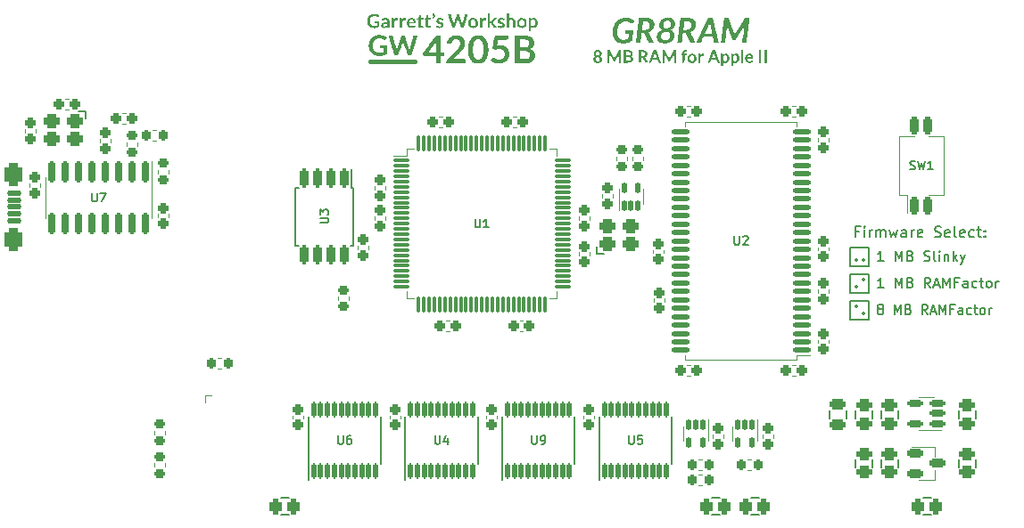
<source format=gto>
G04 #@! TF.GenerationSoftware,KiCad,Pcbnew,7.0.10*
G04 #@! TF.CreationDate,2024-03-18T20:49:09-04:00*
G04 #@! TF.ProjectId,GR8RAM,47523852-414d-42e6-9b69-6361645f7063,1.0*
G04 #@! TF.SameCoordinates,Original*
G04 #@! TF.FileFunction,Legend,Top*
G04 #@! TF.FilePolarity,Positive*
%FSLAX46Y46*%
G04 Gerber Fmt 4.6, Leading zero omitted, Abs format (unit mm)*
G04 Created by KiCad (PCBNEW 7.0.10) date 2024-03-18 20:49:09*
%MOMM*%
%LPD*%
G01*
G04 APERTURE LIST*
G04 Aperture macros list*
%AMRoundRect*
0 Rectangle with rounded corners*
0 $1 Rounding radius*
0 $2 $3 $4 $5 $6 $7 $8 $9 X,Y pos of 4 corners*
0 Add a 4 corners polygon primitive as box body*
4,1,4,$2,$3,$4,$5,$6,$7,$8,$9,$2,$3,0*
0 Add four circle primitives for the rounded corners*
1,1,$1+$1,$2,$3*
1,1,$1+$1,$4,$5*
1,1,$1+$1,$6,$7*
1,1,$1+$1,$8,$9*
0 Add four rect primitives between the rounded corners*
20,1,$1+$1,$2,$3,$4,$5,0*
20,1,$1+$1,$4,$5,$6,$7,0*
20,1,$1+$1,$6,$7,$8,$9,0*
20,1,$1+$1,$8,$9,$2,$3,0*%
G04 Aperture macros list end*
%ADD10C,0.203200*%
%ADD11C,0.350000*%
%ADD12C,0.120000*%
%ADD13C,0.152400*%
%ADD14C,0.150000*%
%ADD15C,0.000000*%
%ADD16RoundRect,0.120000X-0.595000X0.120000X-0.595000X-0.120000X0.595000X-0.120000X0.595000X0.120000X0*%
%ADD17RoundRect,0.475000X-0.525000X0.475000X-0.525000X-0.475000X0.525000X-0.475000X0.525000X0.475000X0*%
%ADD18RoundRect,0.425000X-0.425000X0.675000X-0.425000X-0.675000X0.425000X-0.675000X0.425000X0.675000X0*%
%ADD19RoundRect,0.500000X-0.500000X0.500000X-0.500000X-0.500000X0.500000X-0.500000X0.500000X0.500000X0*%
%ADD20RoundRect,0.237500X-0.287500X0.237500X-0.287500X-0.237500X0.287500X-0.237500X0.287500X0.237500X0*%
%ADD21RoundRect,0.215000X0.215000X-0.597000X0.215000X0.597000X-0.215000X0.597000X-0.215000X-0.597000X0*%
%ADD22RoundRect,0.287500X0.287500X0.462500X-0.287500X0.462500X-0.287500X-0.462500X0.287500X-0.462500X0*%
%ADD23C,2.000000*%
%ADD24RoundRect,0.237500X-0.512500X0.237500X-0.512500X-0.237500X0.512500X-0.237500X0.512500X0.237500X0*%
%ADD25RoundRect,0.237500X0.287500X-0.237500X0.287500X0.237500X-0.287500X0.237500X-0.287500X-0.237500X0*%
%ADD26RoundRect,0.124500X0.124500X-0.624500X0.124500X0.624500X-0.124500X0.624500X-0.124500X-0.624500X0*%
%ADD27RoundRect,0.200000X-0.325000X0.200000X-0.325000X-0.200000X0.325000X-0.200000X0.325000X0.200000X0*%
%ADD28RoundRect,0.120000X-0.120000X0.420000X-0.120000X-0.420000X0.120000X-0.420000X0.120000X0.420000X0*%
%ADD29RoundRect,0.287500X0.462500X-0.287500X0.462500X0.287500X-0.462500X0.287500X-0.462500X-0.287500X0*%
%ADD30RoundRect,0.200000X0.325000X-0.200000X0.325000X0.200000X-0.325000X0.200000X-0.325000X-0.200000X0*%
%ADD31RoundRect,0.187500X0.537500X0.187500X-0.537500X0.187500X-0.537500X-0.187500X0.537500X-0.187500X0*%
%ADD32RoundRect,0.087000X-0.674500X-0.087000X0.674500X-0.087000X0.674500X0.087000X-0.674500X0.087000X0*%
%ADD33RoundRect,0.087000X-0.087000X-0.674500X0.087000X-0.674500X0.087000X0.674500X-0.087000X0.674500X0*%
%ADD34RoundRect,0.200000X0.200000X0.325000X-0.200000X0.325000X-0.200000X-0.325000X0.200000X-0.325000X0*%
%ADD35RoundRect,0.237500X0.237500X0.287500X-0.237500X0.287500X-0.237500X-0.287500X0.237500X-0.287500X0*%
%ADD36RoundRect,0.419100X0.419100X3.327100X-0.419100X3.327100X-0.419100X-3.327100X0.419100X-3.327100X0*%
%ADD37C,2.152400*%
%ADD38C,1.448000*%
%ADD39RoundRect,0.237500X-0.237500X-0.287500X0.237500X-0.287500X0.237500X0.287500X-0.237500X0.287500X0*%
%ADD40RoundRect,0.120000X0.120000X-0.420000X0.120000X0.420000X-0.120000X0.420000X-0.120000X-0.420000X0*%
%ADD41RoundRect,0.225000X-0.500000X-0.225000X0.500000X-0.225000X0.500000X0.225000X-0.500000X0.225000X0*%
%ADD42RoundRect,0.325000X0.425000X0.325000X-0.425000X0.325000X-0.425000X-0.325000X0.425000X-0.325000X0*%
%ADD43RoundRect,0.175000X-0.175000X0.850000X-0.175000X-0.850000X0.175000X-0.850000X0.175000X0.850000X0*%
%ADD44RoundRect,0.200000X-0.200000X-0.325000X0.200000X-0.325000X0.200000X0.325000X-0.200000X0.325000X0*%
%ADD45RoundRect,0.139500X0.665500X0.139500X-0.665500X0.139500X-0.665500X-0.139500X0.665500X-0.139500X0*%
%ADD46RoundRect,0.325000X-0.425000X-0.325000X0.425000X-0.325000X0.425000X0.325000X-0.425000X0.325000X0*%
%ADD47RoundRect,0.200000X-0.200000X0.700000X-0.200000X-0.700000X0.200000X-0.700000X0.200000X0.700000X0*%
%ADD48C,2.527300*%
%ADD49C,1.143000*%
%ADD50C,0.939800*%
%ADD51RoundRect,0.287500X-0.287500X-0.462500X0.287500X-0.462500X0.287500X0.462500X-0.287500X0.462500X0*%
G04 APERTURE END LIST*
D10*
X129032000Y-110490000D02*
X129032000Y-108712000D01*
X129032000Y-107950000D02*
X129032000Y-106172000D01*
D11*
X130238550Y-104838500D02*
X130238650Y-104838500D01*
D10*
X130810000Y-105410000D02*
X130810000Y-103632000D01*
X130810000Y-108712000D02*
X129032000Y-108712000D01*
D11*
X130238550Y-109918500D02*
X130238650Y-109918500D01*
X129603400Y-109283500D02*
X129603500Y-109283500D01*
D10*
X130810000Y-107950000D02*
X130810000Y-106172000D01*
X129032000Y-107950000D02*
X130810000Y-107950000D01*
X129032000Y-105410000D02*
X129032000Y-103632000D01*
X130810000Y-103632000D02*
X129032000Y-103632000D01*
D11*
X130238400Y-106743500D02*
X130238500Y-106743500D01*
D10*
X130810000Y-106172000D02*
X129032000Y-106172000D01*
X129032000Y-110490000D02*
X130810000Y-110490000D01*
X129032000Y-105410000D02*
X130810000Y-105410000D01*
X130810000Y-110490000D02*
X130810000Y-108712000D01*
D11*
X129603400Y-104838500D02*
X129603500Y-104838500D01*
X129603400Y-107378500D02*
X129603500Y-107378500D01*
D10*
X129830286Y-102162263D02*
X129491619Y-102162263D01*
X129491619Y-102694453D02*
X129491619Y-101678453D01*
X129491619Y-101678453D02*
X129975429Y-101678453D01*
X130362476Y-102694453D02*
X130362476Y-102017120D01*
X130362476Y-101678453D02*
X130314095Y-101726834D01*
X130314095Y-101726834D02*
X130362476Y-101775215D01*
X130362476Y-101775215D02*
X130410857Y-101726834D01*
X130410857Y-101726834D02*
X130362476Y-101678453D01*
X130362476Y-101678453D02*
X130362476Y-101775215D01*
X130846286Y-102694453D02*
X130846286Y-102017120D01*
X130846286Y-102210644D02*
X130894667Y-102113882D01*
X130894667Y-102113882D02*
X130943048Y-102065501D01*
X130943048Y-102065501D02*
X131039810Y-102017120D01*
X131039810Y-102017120D02*
X131136572Y-102017120D01*
X131475238Y-102694453D02*
X131475238Y-102017120D01*
X131475238Y-102113882D02*
X131523619Y-102065501D01*
X131523619Y-102065501D02*
X131620381Y-102017120D01*
X131620381Y-102017120D02*
X131765524Y-102017120D01*
X131765524Y-102017120D02*
X131862286Y-102065501D01*
X131862286Y-102065501D02*
X131910667Y-102162263D01*
X131910667Y-102162263D02*
X131910667Y-102694453D01*
X131910667Y-102162263D02*
X131959048Y-102065501D01*
X131959048Y-102065501D02*
X132055810Y-102017120D01*
X132055810Y-102017120D02*
X132200953Y-102017120D01*
X132200953Y-102017120D02*
X132297714Y-102065501D01*
X132297714Y-102065501D02*
X132346095Y-102162263D01*
X132346095Y-102162263D02*
X132346095Y-102694453D01*
X132733143Y-102017120D02*
X132926667Y-102694453D01*
X132926667Y-102694453D02*
X133120191Y-102210644D01*
X133120191Y-102210644D02*
X133313715Y-102694453D01*
X133313715Y-102694453D02*
X133507239Y-102017120D01*
X134329715Y-102694453D02*
X134329715Y-102162263D01*
X134329715Y-102162263D02*
X134281334Y-102065501D01*
X134281334Y-102065501D02*
X134184572Y-102017120D01*
X134184572Y-102017120D02*
X133991048Y-102017120D01*
X133991048Y-102017120D02*
X133894286Y-102065501D01*
X134329715Y-102646073D02*
X134232953Y-102694453D01*
X134232953Y-102694453D02*
X133991048Y-102694453D01*
X133991048Y-102694453D02*
X133894286Y-102646073D01*
X133894286Y-102646073D02*
X133845905Y-102549311D01*
X133845905Y-102549311D02*
X133845905Y-102452549D01*
X133845905Y-102452549D02*
X133894286Y-102355787D01*
X133894286Y-102355787D02*
X133991048Y-102307406D01*
X133991048Y-102307406D02*
X134232953Y-102307406D01*
X134232953Y-102307406D02*
X134329715Y-102259025D01*
X134813524Y-102694453D02*
X134813524Y-102017120D01*
X134813524Y-102210644D02*
X134861905Y-102113882D01*
X134861905Y-102113882D02*
X134910286Y-102065501D01*
X134910286Y-102065501D02*
X135007048Y-102017120D01*
X135007048Y-102017120D02*
X135103810Y-102017120D01*
X135829524Y-102646073D02*
X135732762Y-102694453D01*
X135732762Y-102694453D02*
X135539238Y-102694453D01*
X135539238Y-102694453D02*
X135442476Y-102646073D01*
X135442476Y-102646073D02*
X135394095Y-102549311D01*
X135394095Y-102549311D02*
X135394095Y-102162263D01*
X135394095Y-102162263D02*
X135442476Y-102065501D01*
X135442476Y-102065501D02*
X135539238Y-102017120D01*
X135539238Y-102017120D02*
X135732762Y-102017120D01*
X135732762Y-102017120D02*
X135829524Y-102065501D01*
X135829524Y-102065501D02*
X135877905Y-102162263D01*
X135877905Y-102162263D02*
X135877905Y-102259025D01*
X135877905Y-102259025D02*
X135394095Y-102355787D01*
X137039047Y-102646073D02*
X137184190Y-102694453D01*
X137184190Y-102694453D02*
X137426095Y-102694453D01*
X137426095Y-102694453D02*
X137522857Y-102646073D01*
X137522857Y-102646073D02*
X137571238Y-102597692D01*
X137571238Y-102597692D02*
X137619619Y-102500930D01*
X137619619Y-102500930D02*
X137619619Y-102404168D01*
X137619619Y-102404168D02*
X137571238Y-102307406D01*
X137571238Y-102307406D02*
X137522857Y-102259025D01*
X137522857Y-102259025D02*
X137426095Y-102210644D01*
X137426095Y-102210644D02*
X137232571Y-102162263D01*
X137232571Y-102162263D02*
X137135809Y-102113882D01*
X137135809Y-102113882D02*
X137087428Y-102065501D01*
X137087428Y-102065501D02*
X137039047Y-101968739D01*
X137039047Y-101968739D02*
X137039047Y-101871977D01*
X137039047Y-101871977D02*
X137087428Y-101775215D01*
X137087428Y-101775215D02*
X137135809Y-101726834D01*
X137135809Y-101726834D02*
X137232571Y-101678453D01*
X137232571Y-101678453D02*
X137474476Y-101678453D01*
X137474476Y-101678453D02*
X137619619Y-101726834D01*
X138442095Y-102646073D02*
X138345333Y-102694453D01*
X138345333Y-102694453D02*
X138151809Y-102694453D01*
X138151809Y-102694453D02*
X138055047Y-102646073D01*
X138055047Y-102646073D02*
X138006666Y-102549311D01*
X138006666Y-102549311D02*
X138006666Y-102162263D01*
X138006666Y-102162263D02*
X138055047Y-102065501D01*
X138055047Y-102065501D02*
X138151809Y-102017120D01*
X138151809Y-102017120D02*
X138345333Y-102017120D01*
X138345333Y-102017120D02*
X138442095Y-102065501D01*
X138442095Y-102065501D02*
X138490476Y-102162263D01*
X138490476Y-102162263D02*
X138490476Y-102259025D01*
X138490476Y-102259025D02*
X138006666Y-102355787D01*
X139071047Y-102694453D02*
X138974285Y-102646073D01*
X138974285Y-102646073D02*
X138925904Y-102549311D01*
X138925904Y-102549311D02*
X138925904Y-101678453D01*
X139845142Y-102646073D02*
X139748380Y-102694453D01*
X139748380Y-102694453D02*
X139554856Y-102694453D01*
X139554856Y-102694453D02*
X139458094Y-102646073D01*
X139458094Y-102646073D02*
X139409713Y-102549311D01*
X139409713Y-102549311D02*
X139409713Y-102162263D01*
X139409713Y-102162263D02*
X139458094Y-102065501D01*
X139458094Y-102065501D02*
X139554856Y-102017120D01*
X139554856Y-102017120D02*
X139748380Y-102017120D01*
X139748380Y-102017120D02*
X139845142Y-102065501D01*
X139845142Y-102065501D02*
X139893523Y-102162263D01*
X139893523Y-102162263D02*
X139893523Y-102259025D01*
X139893523Y-102259025D02*
X139409713Y-102355787D01*
X140764380Y-102646073D02*
X140667618Y-102694453D01*
X140667618Y-102694453D02*
X140474094Y-102694453D01*
X140474094Y-102694453D02*
X140377332Y-102646073D01*
X140377332Y-102646073D02*
X140328951Y-102597692D01*
X140328951Y-102597692D02*
X140280570Y-102500930D01*
X140280570Y-102500930D02*
X140280570Y-102210644D01*
X140280570Y-102210644D02*
X140328951Y-102113882D01*
X140328951Y-102113882D02*
X140377332Y-102065501D01*
X140377332Y-102065501D02*
X140474094Y-102017120D01*
X140474094Y-102017120D02*
X140667618Y-102017120D01*
X140667618Y-102017120D02*
X140764380Y-102065501D01*
X141054665Y-102017120D02*
X141441713Y-102017120D01*
X141199808Y-101678453D02*
X141199808Y-102549311D01*
X141199808Y-102549311D02*
X141248189Y-102646073D01*
X141248189Y-102646073D02*
X141344951Y-102694453D01*
X141344951Y-102694453D02*
X141441713Y-102694453D01*
X141780379Y-102597692D02*
X141828760Y-102646073D01*
X141828760Y-102646073D02*
X141780379Y-102694453D01*
X141780379Y-102694453D02*
X141731998Y-102646073D01*
X141731998Y-102646073D02*
X141780379Y-102597692D01*
X141780379Y-102597692D02*
X141780379Y-102694453D01*
X141780379Y-102065501D02*
X141828760Y-102113882D01*
X141828760Y-102113882D02*
X141780379Y-102162263D01*
X141780379Y-102162263D02*
X141731998Y-102113882D01*
X141731998Y-102113882D02*
X141780379Y-102065501D01*
X141780379Y-102065501D02*
X141780379Y-102162263D01*
X132177398Y-104951078D02*
X131633112Y-104951078D01*
X131905255Y-104951078D02*
X131905255Y-103998578D01*
X131905255Y-103998578D02*
X131814541Y-104134649D01*
X131814541Y-104134649D02*
X131723826Y-104225363D01*
X131723826Y-104225363D02*
X131633112Y-104270721D01*
X133311326Y-104951078D02*
X133311326Y-103998578D01*
X133311326Y-103998578D02*
X133628826Y-104678935D01*
X133628826Y-104678935D02*
X133946326Y-103998578D01*
X133946326Y-103998578D02*
X133946326Y-104951078D01*
X134717397Y-104452149D02*
X134853469Y-104497506D01*
X134853469Y-104497506D02*
X134898826Y-104542863D01*
X134898826Y-104542863D02*
X134944183Y-104633578D01*
X134944183Y-104633578D02*
X134944183Y-104769649D01*
X134944183Y-104769649D02*
X134898826Y-104860363D01*
X134898826Y-104860363D02*
X134853469Y-104905721D01*
X134853469Y-104905721D02*
X134762754Y-104951078D01*
X134762754Y-104951078D02*
X134399897Y-104951078D01*
X134399897Y-104951078D02*
X134399897Y-103998578D01*
X134399897Y-103998578D02*
X134717397Y-103998578D01*
X134717397Y-103998578D02*
X134808112Y-104043935D01*
X134808112Y-104043935D02*
X134853469Y-104089292D01*
X134853469Y-104089292D02*
X134898826Y-104180006D01*
X134898826Y-104180006D02*
X134898826Y-104270721D01*
X134898826Y-104270721D02*
X134853469Y-104361435D01*
X134853469Y-104361435D02*
X134808112Y-104406792D01*
X134808112Y-104406792D02*
X134717397Y-104452149D01*
X134717397Y-104452149D02*
X134399897Y-104452149D01*
X136032754Y-104905721D02*
X136168826Y-104951078D01*
X136168826Y-104951078D02*
X136395611Y-104951078D01*
X136395611Y-104951078D02*
X136486326Y-104905721D01*
X136486326Y-104905721D02*
X136531683Y-104860363D01*
X136531683Y-104860363D02*
X136577040Y-104769649D01*
X136577040Y-104769649D02*
X136577040Y-104678935D01*
X136577040Y-104678935D02*
X136531683Y-104588221D01*
X136531683Y-104588221D02*
X136486326Y-104542863D01*
X136486326Y-104542863D02*
X136395611Y-104497506D01*
X136395611Y-104497506D02*
X136214183Y-104452149D01*
X136214183Y-104452149D02*
X136123468Y-104406792D01*
X136123468Y-104406792D02*
X136078111Y-104361435D01*
X136078111Y-104361435D02*
X136032754Y-104270721D01*
X136032754Y-104270721D02*
X136032754Y-104180006D01*
X136032754Y-104180006D02*
X136078111Y-104089292D01*
X136078111Y-104089292D02*
X136123468Y-104043935D01*
X136123468Y-104043935D02*
X136214183Y-103998578D01*
X136214183Y-103998578D02*
X136440968Y-103998578D01*
X136440968Y-103998578D02*
X136577040Y-104043935D01*
X137121326Y-104951078D02*
X137030611Y-104905721D01*
X137030611Y-104905721D02*
X136985254Y-104815006D01*
X136985254Y-104815006D02*
X136985254Y-103998578D01*
X137484183Y-104951078D02*
X137484183Y-104316078D01*
X137484183Y-103998578D02*
X137438826Y-104043935D01*
X137438826Y-104043935D02*
X137484183Y-104089292D01*
X137484183Y-104089292D02*
X137529540Y-104043935D01*
X137529540Y-104043935D02*
X137484183Y-103998578D01*
X137484183Y-103998578D02*
X137484183Y-104089292D01*
X137937754Y-104316078D02*
X137937754Y-104951078D01*
X137937754Y-104406792D02*
X137983111Y-104361435D01*
X137983111Y-104361435D02*
X138073826Y-104316078D01*
X138073826Y-104316078D02*
X138209897Y-104316078D01*
X138209897Y-104316078D02*
X138300611Y-104361435D01*
X138300611Y-104361435D02*
X138345969Y-104452149D01*
X138345969Y-104452149D02*
X138345969Y-104951078D01*
X138799540Y-104951078D02*
X138799540Y-103998578D01*
X138890255Y-104588221D02*
X139162397Y-104951078D01*
X139162397Y-104316078D02*
X138799540Y-104678935D01*
X139479897Y-104316078D02*
X139706683Y-104951078D01*
X139933468Y-104316078D02*
X139706683Y-104951078D01*
X139706683Y-104951078D02*
X139615968Y-105177863D01*
X139615968Y-105177863D02*
X139570611Y-105223221D01*
X139570611Y-105223221D02*
X139479897Y-105268578D01*
X131794541Y-109486792D02*
X131708826Y-109441435D01*
X131708826Y-109441435D02*
X131665969Y-109396078D01*
X131665969Y-109396078D02*
X131623112Y-109305363D01*
X131623112Y-109305363D02*
X131623112Y-109260006D01*
X131623112Y-109260006D02*
X131665969Y-109169292D01*
X131665969Y-109169292D02*
X131708826Y-109123935D01*
X131708826Y-109123935D02*
X131794541Y-109078578D01*
X131794541Y-109078578D02*
X131965969Y-109078578D01*
X131965969Y-109078578D02*
X132051684Y-109123935D01*
X132051684Y-109123935D02*
X132094541Y-109169292D01*
X132094541Y-109169292D02*
X132137398Y-109260006D01*
X132137398Y-109260006D02*
X132137398Y-109305363D01*
X132137398Y-109305363D02*
X132094541Y-109396078D01*
X132094541Y-109396078D02*
X132051684Y-109441435D01*
X132051684Y-109441435D02*
X131965969Y-109486792D01*
X131965969Y-109486792D02*
X131794541Y-109486792D01*
X131794541Y-109486792D02*
X131708826Y-109532149D01*
X131708826Y-109532149D02*
X131665969Y-109577506D01*
X131665969Y-109577506D02*
X131623112Y-109668221D01*
X131623112Y-109668221D02*
X131623112Y-109849649D01*
X131623112Y-109849649D02*
X131665969Y-109940363D01*
X131665969Y-109940363D02*
X131708826Y-109985721D01*
X131708826Y-109985721D02*
X131794541Y-110031078D01*
X131794541Y-110031078D02*
X131965969Y-110031078D01*
X131965969Y-110031078D02*
X132051684Y-109985721D01*
X132051684Y-109985721D02*
X132094541Y-109940363D01*
X132094541Y-109940363D02*
X132137398Y-109849649D01*
X132137398Y-109849649D02*
X132137398Y-109668221D01*
X132137398Y-109668221D02*
X132094541Y-109577506D01*
X132094541Y-109577506D02*
X132051684Y-109532149D01*
X132051684Y-109532149D02*
X131965969Y-109486792D01*
X133208826Y-110031078D02*
X133208826Y-109078578D01*
X133208826Y-109078578D02*
X133508826Y-109758935D01*
X133508826Y-109758935D02*
X133808826Y-109078578D01*
X133808826Y-109078578D02*
X133808826Y-110031078D01*
X134537397Y-109532149D02*
X134665969Y-109577506D01*
X134665969Y-109577506D02*
X134708826Y-109622863D01*
X134708826Y-109622863D02*
X134751683Y-109713578D01*
X134751683Y-109713578D02*
X134751683Y-109849649D01*
X134751683Y-109849649D02*
X134708826Y-109940363D01*
X134708826Y-109940363D02*
X134665969Y-109985721D01*
X134665969Y-109985721D02*
X134580254Y-110031078D01*
X134580254Y-110031078D02*
X134237397Y-110031078D01*
X134237397Y-110031078D02*
X134237397Y-109078578D01*
X134237397Y-109078578D02*
X134537397Y-109078578D01*
X134537397Y-109078578D02*
X134623112Y-109123935D01*
X134623112Y-109123935D02*
X134665969Y-109169292D01*
X134665969Y-109169292D02*
X134708826Y-109260006D01*
X134708826Y-109260006D02*
X134708826Y-109350721D01*
X134708826Y-109350721D02*
X134665969Y-109441435D01*
X134665969Y-109441435D02*
X134623112Y-109486792D01*
X134623112Y-109486792D02*
X134537397Y-109532149D01*
X134537397Y-109532149D02*
X134237397Y-109532149D01*
X136337397Y-110031078D02*
X136037397Y-109577506D01*
X135823111Y-110031078D02*
X135823111Y-109078578D01*
X135823111Y-109078578D02*
X136165968Y-109078578D01*
X136165968Y-109078578D02*
X136251683Y-109123935D01*
X136251683Y-109123935D02*
X136294540Y-109169292D01*
X136294540Y-109169292D02*
X136337397Y-109260006D01*
X136337397Y-109260006D02*
X136337397Y-109396078D01*
X136337397Y-109396078D02*
X136294540Y-109486792D01*
X136294540Y-109486792D02*
X136251683Y-109532149D01*
X136251683Y-109532149D02*
X136165968Y-109577506D01*
X136165968Y-109577506D02*
X135823111Y-109577506D01*
X136680254Y-109758935D02*
X137108826Y-109758935D01*
X136594540Y-110031078D02*
X136894540Y-109078578D01*
X136894540Y-109078578D02*
X137194540Y-110031078D01*
X137494540Y-110031078D02*
X137494540Y-109078578D01*
X137494540Y-109078578D02*
X137794540Y-109758935D01*
X137794540Y-109758935D02*
X138094540Y-109078578D01*
X138094540Y-109078578D02*
X138094540Y-110031078D01*
X138823111Y-109532149D02*
X138523111Y-109532149D01*
X138523111Y-110031078D02*
X138523111Y-109078578D01*
X138523111Y-109078578D02*
X138951683Y-109078578D01*
X139680255Y-110031078D02*
X139680255Y-109532149D01*
X139680255Y-109532149D02*
X139637397Y-109441435D01*
X139637397Y-109441435D02*
X139551683Y-109396078D01*
X139551683Y-109396078D02*
X139380255Y-109396078D01*
X139380255Y-109396078D02*
X139294540Y-109441435D01*
X139680255Y-109985721D02*
X139594540Y-110031078D01*
X139594540Y-110031078D02*
X139380255Y-110031078D01*
X139380255Y-110031078D02*
X139294540Y-109985721D01*
X139294540Y-109985721D02*
X139251683Y-109895006D01*
X139251683Y-109895006D02*
X139251683Y-109804292D01*
X139251683Y-109804292D02*
X139294540Y-109713578D01*
X139294540Y-109713578D02*
X139380255Y-109668221D01*
X139380255Y-109668221D02*
X139594540Y-109668221D01*
X139594540Y-109668221D02*
X139680255Y-109622863D01*
X140494541Y-109985721D02*
X140408826Y-110031078D01*
X140408826Y-110031078D02*
X140237398Y-110031078D01*
X140237398Y-110031078D02*
X140151683Y-109985721D01*
X140151683Y-109985721D02*
X140108826Y-109940363D01*
X140108826Y-109940363D02*
X140065969Y-109849649D01*
X140065969Y-109849649D02*
X140065969Y-109577506D01*
X140065969Y-109577506D02*
X140108826Y-109486792D01*
X140108826Y-109486792D02*
X140151683Y-109441435D01*
X140151683Y-109441435D02*
X140237398Y-109396078D01*
X140237398Y-109396078D02*
X140408826Y-109396078D01*
X140408826Y-109396078D02*
X140494541Y-109441435D01*
X140751684Y-109396078D02*
X141094541Y-109396078D01*
X140880255Y-109078578D02*
X140880255Y-109895006D01*
X140880255Y-109895006D02*
X140923112Y-109985721D01*
X140923112Y-109985721D02*
X141008827Y-110031078D01*
X141008827Y-110031078D02*
X141094541Y-110031078D01*
X141523113Y-110031078D02*
X141437398Y-109985721D01*
X141437398Y-109985721D02*
X141394541Y-109940363D01*
X141394541Y-109940363D02*
X141351684Y-109849649D01*
X141351684Y-109849649D02*
X141351684Y-109577506D01*
X141351684Y-109577506D02*
X141394541Y-109486792D01*
X141394541Y-109486792D02*
X141437398Y-109441435D01*
X141437398Y-109441435D02*
X141523113Y-109396078D01*
X141523113Y-109396078D02*
X141651684Y-109396078D01*
X141651684Y-109396078D02*
X141737398Y-109441435D01*
X141737398Y-109441435D02*
X141780256Y-109486792D01*
X141780256Y-109486792D02*
X141823113Y-109577506D01*
X141823113Y-109577506D02*
X141823113Y-109849649D01*
X141823113Y-109849649D02*
X141780256Y-109940363D01*
X141780256Y-109940363D02*
X141737398Y-109985721D01*
X141737398Y-109985721D02*
X141651684Y-110031078D01*
X141651684Y-110031078D02*
X141523113Y-110031078D01*
X142208827Y-110031078D02*
X142208827Y-109396078D01*
X142208827Y-109577506D02*
X142251684Y-109486792D01*
X142251684Y-109486792D02*
X142294542Y-109441435D01*
X142294542Y-109441435D02*
X142380256Y-109396078D01*
X142380256Y-109396078D02*
X142465970Y-109396078D01*
X132177398Y-107466790D02*
X131633112Y-107466790D01*
X131905255Y-107466790D02*
X131905255Y-106566790D01*
X131905255Y-106566790D02*
X131814541Y-106695361D01*
X131814541Y-106695361D02*
X131723826Y-106781075D01*
X131723826Y-106781075D02*
X131633112Y-106823933D01*
X133311326Y-107466790D02*
X133311326Y-106566790D01*
X133311326Y-106566790D02*
X133628826Y-107209647D01*
X133628826Y-107209647D02*
X133946326Y-106566790D01*
X133946326Y-106566790D02*
X133946326Y-107466790D01*
X134717397Y-106995361D02*
X134853469Y-107038218D01*
X134853469Y-107038218D02*
X134898826Y-107081075D01*
X134898826Y-107081075D02*
X134944183Y-107166790D01*
X134944183Y-107166790D02*
X134944183Y-107295361D01*
X134944183Y-107295361D02*
X134898826Y-107381075D01*
X134898826Y-107381075D02*
X134853469Y-107423933D01*
X134853469Y-107423933D02*
X134762754Y-107466790D01*
X134762754Y-107466790D02*
X134399897Y-107466790D01*
X134399897Y-107466790D02*
X134399897Y-106566790D01*
X134399897Y-106566790D02*
X134717397Y-106566790D01*
X134717397Y-106566790D02*
X134808112Y-106609647D01*
X134808112Y-106609647D02*
X134853469Y-106652504D01*
X134853469Y-106652504D02*
X134898826Y-106738218D01*
X134898826Y-106738218D02*
X134898826Y-106823933D01*
X134898826Y-106823933D02*
X134853469Y-106909647D01*
X134853469Y-106909647D02*
X134808112Y-106952504D01*
X134808112Y-106952504D02*
X134717397Y-106995361D01*
X134717397Y-106995361D02*
X134399897Y-106995361D01*
X136622397Y-107466790D02*
X136304897Y-107038218D01*
X136078111Y-107466790D02*
X136078111Y-106566790D01*
X136078111Y-106566790D02*
X136440968Y-106566790D01*
X136440968Y-106566790D02*
X136531683Y-106609647D01*
X136531683Y-106609647D02*
X136577040Y-106652504D01*
X136577040Y-106652504D02*
X136622397Y-106738218D01*
X136622397Y-106738218D02*
X136622397Y-106866790D01*
X136622397Y-106866790D02*
X136577040Y-106952504D01*
X136577040Y-106952504D02*
X136531683Y-106995361D01*
X136531683Y-106995361D02*
X136440968Y-107038218D01*
X136440968Y-107038218D02*
X136078111Y-107038218D01*
X136985254Y-107209647D02*
X137438826Y-107209647D01*
X136894540Y-107466790D02*
X137212040Y-106566790D01*
X137212040Y-106566790D02*
X137529540Y-107466790D01*
X137847040Y-107466790D02*
X137847040Y-106566790D01*
X137847040Y-106566790D02*
X138164540Y-107209647D01*
X138164540Y-107209647D02*
X138482040Y-106566790D01*
X138482040Y-106566790D02*
X138482040Y-107466790D01*
X139253111Y-106995361D02*
X138935611Y-106995361D01*
X138935611Y-107466790D02*
X138935611Y-106566790D01*
X138935611Y-106566790D02*
X139389183Y-106566790D01*
X140160255Y-107466790D02*
X140160255Y-106995361D01*
X140160255Y-106995361D02*
X140114897Y-106909647D01*
X140114897Y-106909647D02*
X140024183Y-106866790D01*
X140024183Y-106866790D02*
X139842755Y-106866790D01*
X139842755Y-106866790D02*
X139752040Y-106909647D01*
X140160255Y-107423933D02*
X140069540Y-107466790D01*
X140069540Y-107466790D02*
X139842755Y-107466790D01*
X139842755Y-107466790D02*
X139752040Y-107423933D01*
X139752040Y-107423933D02*
X139706683Y-107338218D01*
X139706683Y-107338218D02*
X139706683Y-107252504D01*
X139706683Y-107252504D02*
X139752040Y-107166790D01*
X139752040Y-107166790D02*
X139842755Y-107123933D01*
X139842755Y-107123933D02*
X140069540Y-107123933D01*
X140069540Y-107123933D02*
X140160255Y-107081075D01*
X141022041Y-107423933D02*
X140931326Y-107466790D01*
X140931326Y-107466790D02*
X140749898Y-107466790D01*
X140749898Y-107466790D02*
X140659183Y-107423933D01*
X140659183Y-107423933D02*
X140613826Y-107381075D01*
X140613826Y-107381075D02*
X140568469Y-107295361D01*
X140568469Y-107295361D02*
X140568469Y-107038218D01*
X140568469Y-107038218D02*
X140613826Y-106952504D01*
X140613826Y-106952504D02*
X140659183Y-106909647D01*
X140659183Y-106909647D02*
X140749898Y-106866790D01*
X140749898Y-106866790D02*
X140931326Y-106866790D01*
X140931326Y-106866790D02*
X141022041Y-106909647D01*
X141294184Y-106866790D02*
X141657041Y-106866790D01*
X141430255Y-106566790D02*
X141430255Y-107338218D01*
X141430255Y-107338218D02*
X141475612Y-107423933D01*
X141475612Y-107423933D02*
X141566327Y-107466790D01*
X141566327Y-107466790D02*
X141657041Y-107466790D01*
X142110613Y-107466790D02*
X142019898Y-107423933D01*
X142019898Y-107423933D02*
X141974541Y-107381075D01*
X141974541Y-107381075D02*
X141929184Y-107295361D01*
X141929184Y-107295361D02*
X141929184Y-107038218D01*
X141929184Y-107038218D02*
X141974541Y-106952504D01*
X141974541Y-106952504D02*
X142019898Y-106909647D01*
X142019898Y-106909647D02*
X142110613Y-106866790D01*
X142110613Y-106866790D02*
X142246684Y-106866790D01*
X142246684Y-106866790D02*
X142337398Y-106909647D01*
X142337398Y-106909647D02*
X142382756Y-106952504D01*
X142382756Y-106952504D02*
X142428113Y-107038218D01*
X142428113Y-107038218D02*
X142428113Y-107295361D01*
X142428113Y-107295361D02*
X142382756Y-107381075D01*
X142382756Y-107381075D02*
X142337398Y-107423933D01*
X142337398Y-107423933D02*
X142246684Y-107466790D01*
X142246684Y-107466790D02*
X142110613Y-107466790D01*
X142836327Y-107466790D02*
X142836327Y-106866790D01*
X142836327Y-107038218D02*
X142881684Y-106952504D01*
X142881684Y-106952504D02*
X142927042Y-106909647D01*
X142927042Y-106909647D02*
X143017756Y-106866790D01*
X143017756Y-106866790D02*
X143108470Y-106866790D01*
X134679267Y-96211745D02*
X134795381Y-96250449D01*
X134795381Y-96250449D02*
X134988905Y-96250449D01*
X134988905Y-96250449D02*
X135066314Y-96211745D01*
X135066314Y-96211745D02*
X135105019Y-96173040D01*
X135105019Y-96173040D02*
X135143724Y-96095630D01*
X135143724Y-96095630D02*
X135143724Y-96018221D01*
X135143724Y-96018221D02*
X135105019Y-95940811D01*
X135105019Y-95940811D02*
X135066314Y-95902106D01*
X135066314Y-95902106D02*
X134988905Y-95863402D01*
X134988905Y-95863402D02*
X134834086Y-95824697D01*
X134834086Y-95824697D02*
X134756676Y-95785992D01*
X134756676Y-95785992D02*
X134717971Y-95747287D01*
X134717971Y-95747287D02*
X134679267Y-95669878D01*
X134679267Y-95669878D02*
X134679267Y-95592468D01*
X134679267Y-95592468D02*
X134717971Y-95515059D01*
X134717971Y-95515059D02*
X134756676Y-95476354D01*
X134756676Y-95476354D02*
X134834086Y-95437649D01*
X134834086Y-95437649D02*
X135027609Y-95437649D01*
X135027609Y-95437649D02*
X135143724Y-95476354D01*
X135414657Y-95437649D02*
X135608181Y-96250449D01*
X135608181Y-96250449D02*
X135763000Y-95669878D01*
X135763000Y-95669878D02*
X135917819Y-96250449D01*
X135917819Y-96250449D02*
X136111343Y-95437649D01*
X136846733Y-96250449D02*
X136382276Y-96250449D01*
X136614504Y-96250449D02*
X136614504Y-95437649D01*
X136614504Y-95437649D02*
X136537095Y-95553764D01*
X136537095Y-95553764D02*
X136459685Y-95631173D01*
X136459685Y-95631173D02*
X136382276Y-95669878D01*
X98805723Y-121552649D02*
X98805723Y-122210630D01*
X98805723Y-122210630D02*
X98844428Y-122288040D01*
X98844428Y-122288040D02*
X98883133Y-122326745D01*
X98883133Y-122326745D02*
X98960542Y-122365449D01*
X98960542Y-122365449D02*
X99115361Y-122365449D01*
X99115361Y-122365449D02*
X99192771Y-122326745D01*
X99192771Y-122326745D02*
X99231476Y-122288040D01*
X99231476Y-122288040D02*
X99270180Y-122210630D01*
X99270180Y-122210630D02*
X99270180Y-121552649D01*
X99695933Y-122365449D02*
X99850752Y-122365449D01*
X99850752Y-122365449D02*
X99928162Y-122326745D01*
X99928162Y-122326745D02*
X99966866Y-122288040D01*
X99966866Y-122288040D02*
X100044276Y-122171925D01*
X100044276Y-122171925D02*
X100082981Y-122017106D01*
X100082981Y-122017106D02*
X100082981Y-121707468D01*
X100082981Y-121707468D02*
X100044276Y-121630059D01*
X100044276Y-121630059D02*
X100005571Y-121591354D01*
X100005571Y-121591354D02*
X99928162Y-121552649D01*
X99928162Y-121552649D02*
X99773343Y-121552649D01*
X99773343Y-121552649D02*
X99695933Y-121591354D01*
X99695933Y-121591354D02*
X99657228Y-121630059D01*
X99657228Y-121630059D02*
X99618524Y-121707468D01*
X99618524Y-121707468D02*
X99618524Y-121900992D01*
X99618524Y-121900992D02*
X99657228Y-121978402D01*
X99657228Y-121978402D02*
X99695933Y-122017106D01*
X99695933Y-122017106D02*
X99773343Y-122055811D01*
X99773343Y-122055811D02*
X99928162Y-122055811D01*
X99928162Y-122055811D02*
X100005571Y-122017106D01*
X100005571Y-122017106D02*
X100044276Y-121978402D01*
X100044276Y-121978402D02*
X100082981Y-121900992D01*
X89605723Y-121552649D02*
X89605723Y-122210630D01*
X89605723Y-122210630D02*
X89644428Y-122288040D01*
X89644428Y-122288040D02*
X89683133Y-122326745D01*
X89683133Y-122326745D02*
X89760542Y-122365449D01*
X89760542Y-122365449D02*
X89915361Y-122365449D01*
X89915361Y-122365449D02*
X89992771Y-122326745D01*
X89992771Y-122326745D02*
X90031476Y-122288040D01*
X90031476Y-122288040D02*
X90070180Y-122210630D01*
X90070180Y-122210630D02*
X90070180Y-121552649D01*
X90805571Y-121823583D02*
X90805571Y-122365449D01*
X90612047Y-121513945D02*
X90418524Y-122094516D01*
X90418524Y-122094516D02*
X90921685Y-122094516D01*
X93430723Y-100952649D02*
X93430723Y-101610630D01*
X93430723Y-101610630D02*
X93469428Y-101688040D01*
X93469428Y-101688040D02*
X93508133Y-101726745D01*
X93508133Y-101726745D02*
X93585542Y-101765449D01*
X93585542Y-101765449D02*
X93740361Y-101765449D01*
X93740361Y-101765449D02*
X93817771Y-101726745D01*
X93817771Y-101726745D02*
X93856476Y-101688040D01*
X93856476Y-101688040D02*
X93895180Y-101610630D01*
X93895180Y-101610630D02*
X93895180Y-100952649D01*
X94707981Y-101765449D02*
X94243524Y-101765449D01*
X94475752Y-101765449D02*
X94475752Y-100952649D01*
X94475752Y-100952649D02*
X94398343Y-101068764D01*
X94398343Y-101068764D02*
X94320933Y-101146173D01*
X94320933Y-101146173D02*
X94243524Y-101184878D01*
X80405723Y-121552649D02*
X80405723Y-122210630D01*
X80405723Y-122210630D02*
X80444428Y-122288040D01*
X80444428Y-122288040D02*
X80483133Y-122326745D01*
X80483133Y-122326745D02*
X80560542Y-122365449D01*
X80560542Y-122365449D02*
X80715361Y-122365449D01*
X80715361Y-122365449D02*
X80792771Y-122326745D01*
X80792771Y-122326745D02*
X80831476Y-122288040D01*
X80831476Y-122288040D02*
X80870180Y-122210630D01*
X80870180Y-122210630D02*
X80870180Y-121552649D01*
X81605571Y-121552649D02*
X81450752Y-121552649D01*
X81450752Y-121552649D02*
X81373343Y-121591354D01*
X81373343Y-121591354D02*
X81334638Y-121630059D01*
X81334638Y-121630059D02*
X81257228Y-121746173D01*
X81257228Y-121746173D02*
X81218524Y-121900992D01*
X81218524Y-121900992D02*
X81218524Y-122210630D01*
X81218524Y-122210630D02*
X81257228Y-122288040D01*
X81257228Y-122288040D02*
X81295933Y-122326745D01*
X81295933Y-122326745D02*
X81373343Y-122365449D01*
X81373343Y-122365449D02*
X81528162Y-122365449D01*
X81528162Y-122365449D02*
X81605571Y-122326745D01*
X81605571Y-122326745D02*
X81644276Y-122288040D01*
X81644276Y-122288040D02*
X81682981Y-122210630D01*
X81682981Y-122210630D02*
X81682981Y-122017106D01*
X81682981Y-122017106D02*
X81644276Y-121939697D01*
X81644276Y-121939697D02*
X81605571Y-121900992D01*
X81605571Y-121900992D02*
X81528162Y-121862287D01*
X81528162Y-121862287D02*
X81373343Y-121862287D01*
X81373343Y-121862287D02*
X81295933Y-121900992D01*
X81295933Y-121900992D02*
X81257228Y-121939697D01*
X81257228Y-121939697D02*
X81218524Y-122017106D01*
X57038723Y-98485649D02*
X57038723Y-99143630D01*
X57038723Y-99143630D02*
X57077428Y-99221040D01*
X57077428Y-99221040D02*
X57116133Y-99259745D01*
X57116133Y-99259745D02*
X57193542Y-99298449D01*
X57193542Y-99298449D02*
X57348361Y-99298449D01*
X57348361Y-99298449D02*
X57425771Y-99259745D01*
X57425771Y-99259745D02*
X57464476Y-99221040D01*
X57464476Y-99221040D02*
X57503180Y-99143630D01*
X57503180Y-99143630D02*
X57503180Y-98485649D01*
X57812819Y-98485649D02*
X58354685Y-98485649D01*
X58354685Y-98485649D02*
X58006343Y-99298449D01*
X118030723Y-102602649D02*
X118030723Y-103260630D01*
X118030723Y-103260630D02*
X118069428Y-103338040D01*
X118069428Y-103338040D02*
X118108133Y-103376745D01*
X118108133Y-103376745D02*
X118185542Y-103415449D01*
X118185542Y-103415449D02*
X118340361Y-103415449D01*
X118340361Y-103415449D02*
X118417771Y-103376745D01*
X118417771Y-103376745D02*
X118456476Y-103338040D01*
X118456476Y-103338040D02*
X118495180Y-103260630D01*
X118495180Y-103260630D02*
X118495180Y-102602649D01*
X118843524Y-102680059D02*
X118882228Y-102641354D01*
X118882228Y-102641354D02*
X118959638Y-102602649D01*
X118959638Y-102602649D02*
X119153162Y-102602649D01*
X119153162Y-102602649D02*
X119230571Y-102641354D01*
X119230571Y-102641354D02*
X119269276Y-102680059D01*
X119269276Y-102680059D02*
X119307981Y-102757468D01*
X119307981Y-102757468D02*
X119307981Y-102834878D01*
X119307981Y-102834878D02*
X119269276Y-102950992D01*
X119269276Y-102950992D02*
X118804819Y-103415449D01*
X118804819Y-103415449D02*
X119307981Y-103415449D01*
X78673649Y-101330276D02*
X79331630Y-101330276D01*
X79331630Y-101330276D02*
X79409040Y-101291571D01*
X79409040Y-101291571D02*
X79447745Y-101252866D01*
X79447745Y-101252866D02*
X79486449Y-101175457D01*
X79486449Y-101175457D02*
X79486449Y-101020638D01*
X79486449Y-101020638D02*
X79447745Y-100943228D01*
X79447745Y-100943228D02*
X79409040Y-100904523D01*
X79409040Y-100904523D02*
X79331630Y-100865819D01*
X79331630Y-100865819D02*
X78673649Y-100865819D01*
X78673649Y-100556180D02*
X78673649Y-100053018D01*
X78673649Y-100053018D02*
X78983287Y-100323952D01*
X78983287Y-100323952D02*
X78983287Y-100207837D01*
X78983287Y-100207837D02*
X79021992Y-100130428D01*
X79021992Y-100130428D02*
X79060697Y-100091723D01*
X79060697Y-100091723D02*
X79138106Y-100053018D01*
X79138106Y-100053018D02*
X79331630Y-100053018D01*
X79331630Y-100053018D02*
X79409040Y-100091723D01*
X79409040Y-100091723D02*
X79447745Y-100130428D01*
X79447745Y-100130428D02*
X79486449Y-100207837D01*
X79486449Y-100207837D02*
X79486449Y-100440066D01*
X79486449Y-100440066D02*
X79447745Y-100517475D01*
X79447745Y-100517475D02*
X79409040Y-100556180D01*
X108005723Y-121552649D02*
X108005723Y-122210630D01*
X108005723Y-122210630D02*
X108044428Y-122288040D01*
X108044428Y-122288040D02*
X108083133Y-122326745D01*
X108083133Y-122326745D02*
X108160542Y-122365449D01*
X108160542Y-122365449D02*
X108315361Y-122365449D01*
X108315361Y-122365449D02*
X108392771Y-122326745D01*
X108392771Y-122326745D02*
X108431476Y-122288040D01*
X108431476Y-122288040D02*
X108470180Y-122210630D01*
X108470180Y-122210630D02*
X108470180Y-121552649D01*
X109244276Y-121552649D02*
X108857228Y-121552649D01*
X108857228Y-121552649D02*
X108818524Y-121939697D01*
X108818524Y-121939697D02*
X108857228Y-121900992D01*
X108857228Y-121900992D02*
X108934638Y-121862287D01*
X108934638Y-121862287D02*
X109128162Y-121862287D01*
X109128162Y-121862287D02*
X109205571Y-121900992D01*
X109205571Y-121900992D02*
X109244276Y-121939697D01*
X109244276Y-121939697D02*
X109282981Y-122017106D01*
X109282981Y-122017106D02*
X109282981Y-122210630D01*
X109282981Y-122210630D02*
X109244276Y-122288040D01*
X109244276Y-122288040D02*
X109205571Y-122326745D01*
X109205571Y-122326745D02*
X109128162Y-122365449D01*
X109128162Y-122365449D02*
X108934638Y-122365449D01*
X108934638Y-122365449D02*
X108857228Y-122326745D01*
X108857228Y-122326745D02*
X108818524Y-122288040D01*
D12*
X104710000Y-119637221D02*
X104710000Y-119962779D01*
X103690000Y-119637221D02*
X103690000Y-119962779D01*
X133632000Y-93125000D02*
X135067000Y-93125000D01*
X133632000Y-98645000D02*
X133632000Y-93125000D01*
X133632000Y-98645000D02*
X134448000Y-98645000D01*
X134448000Y-100331000D02*
X134448000Y-98645000D01*
X136458000Y-93125000D02*
X137893000Y-93125000D01*
X136458000Y-98645000D02*
X137893000Y-98645000D01*
X137893000Y-98645000D02*
X137893000Y-93125000D01*
D13*
X75756400Y-129070000D02*
X74943600Y-129070000D01*
X75756400Y-127470000D02*
X74943600Y-127470000D01*
X128650000Y-119143600D02*
X128650000Y-119956400D01*
X127050000Y-119143600D02*
X127050000Y-119956400D01*
D12*
X126960000Y-107637221D02*
X126960000Y-107962779D01*
X125940000Y-107637221D02*
X125940000Y-107962779D01*
X110290000Y-104212779D02*
X110290000Y-103887221D01*
X111310000Y-104212779D02*
X111310000Y-103887221D01*
D14*
X95975000Y-125750000D02*
X95975000Y-119775000D01*
X102875000Y-124225000D02*
X102875000Y-119775000D01*
D13*
X120382400Y-129070000D02*
X119569600Y-129070000D01*
X120382400Y-127470000D02*
X119569600Y-127470000D01*
D12*
X109360000Y-95037221D02*
X109360000Y-95362779D01*
X108340000Y-95037221D02*
X108340000Y-95362779D01*
X120690000Y-121762779D02*
X120690000Y-121437221D01*
X121710000Y-121762779D02*
X121710000Y-121437221D01*
X120160000Y-122080000D02*
X120160000Y-120050000D01*
X117840000Y-120670000D02*
X117840000Y-122080000D01*
D13*
X131950000Y-124606400D02*
X131950000Y-123793600D01*
X133550000Y-124606400D02*
X133550000Y-123793600D01*
D12*
X62926500Y-124521279D02*
X62926500Y-124195721D01*
X63946500Y-124521279D02*
X63946500Y-124195721D01*
D14*
X86775000Y-125750000D02*
X86775000Y-119775000D01*
X93675000Y-124225000D02*
X93675000Y-119775000D01*
D12*
X83840000Y-98162779D02*
X83840000Y-97837221D01*
X84860000Y-98162779D02*
X84860000Y-97837221D01*
X106460000Y-98587221D02*
X106460000Y-98912779D01*
X105440000Y-98587221D02*
X105440000Y-98912779D01*
X135490000Y-121030000D02*
X137650000Y-121030000D01*
X135490000Y-117870000D02*
X136950000Y-117870000D01*
X101160000Y-94290000D02*
X101160000Y-94990000D01*
X100460000Y-94290000D02*
X101160000Y-94290000D01*
X87640000Y-94290000D02*
X86940000Y-94290000D01*
X86940000Y-94290000D02*
X86940000Y-94990000D01*
X86940000Y-94990000D02*
X85650000Y-94990000D01*
X101160000Y-108510000D02*
X101160000Y-107810000D01*
X100460000Y-108510000D02*
X101160000Y-108510000D01*
X87640000Y-108510000D02*
X86940000Y-108510000D01*
X86940000Y-108510000D02*
X86940000Y-107810000D01*
X114962779Y-126310000D02*
X114637221Y-126310000D01*
X114962779Y-125290000D02*
X114637221Y-125290000D01*
X110340000Y-108862779D02*
X110340000Y-108537221D01*
X111360000Y-108862779D02*
X111360000Y-108537221D01*
D13*
X139300000Y-119956400D02*
X139300000Y-119143600D01*
X140900000Y-119956400D02*
X140900000Y-119143600D01*
D12*
X126960000Y-103637221D02*
X126960000Y-103962779D01*
X125940000Y-103637221D02*
X125940000Y-103962779D01*
D13*
X129550000Y-119956400D02*
X129550000Y-119143600D01*
X131150000Y-119956400D02*
X131150000Y-119143600D01*
D12*
X123812779Y-115860000D02*
X123487221Y-115860000D01*
X123812779Y-114840000D02*
X123487221Y-114840000D01*
X113812779Y-115860000D02*
X113487221Y-115860000D01*
X113812779Y-114840000D02*
X113487221Y-114840000D01*
X103240000Y-101062779D02*
X103240000Y-100737221D01*
X104260000Y-101062779D02*
X104260000Y-100737221D01*
X63946500Y-121096721D02*
X63946500Y-121422279D01*
X62926500Y-121096721D02*
X62926500Y-121422279D01*
X57783000Y-93646779D02*
X57783000Y-93321221D01*
X58803000Y-93646779D02*
X58803000Y-93321221D01*
D14*
X77575000Y-125750000D02*
X77575000Y-119775000D01*
X84475000Y-124225000D02*
X84475000Y-119775000D01*
D12*
X115990000Y-121762779D02*
X115990000Y-121437221D01*
X117010000Y-121762779D02*
X117010000Y-121437221D01*
X104260000Y-104137221D02*
X104260000Y-104462779D01*
X103240000Y-104137221D02*
X103240000Y-104462779D01*
X95510000Y-119637221D02*
X95510000Y-119962779D01*
X94490000Y-119637221D02*
X94490000Y-119962779D01*
X80440000Y-108662779D02*
X80440000Y-108337221D01*
X81460000Y-108662779D02*
X81460000Y-108337221D01*
X90637221Y-110590000D02*
X90962779Y-110590000D01*
X90637221Y-111610000D02*
X90962779Y-111610000D01*
X51140000Y-97912779D02*
X51140000Y-97587221D01*
X52160000Y-97912779D02*
X52160000Y-97587221D01*
X107040000Y-98120000D02*
X107040000Y-100150000D01*
X109360000Y-99530000D02*
X109360000Y-98120000D01*
X83840000Y-101062779D02*
X83840000Y-100737221D01*
X84860000Y-101062779D02*
X84860000Y-100737221D01*
X60245779Y-91886500D02*
X59920221Y-91886500D01*
X60245779Y-90866500D02*
X59920221Y-90866500D01*
X137010000Y-125780000D02*
X137010000Y-124850000D01*
X137010000Y-125780000D02*
X135550000Y-125780000D01*
X137010000Y-122620000D02*
X137010000Y-123550000D01*
X137010000Y-122620000D02*
X134850000Y-122620000D01*
D13*
X56449400Y-91400600D02*
X56449400Y-90700600D01*
X56449400Y-90700600D02*
X55749400Y-90700600D01*
D12*
X123812779Y-91260000D02*
X123487221Y-91260000D01*
X123812779Y-90240000D02*
X123487221Y-90240000D01*
X62718000Y-98933000D02*
X62718000Y-100883000D01*
X62718000Y-98933000D02*
X62718000Y-95483000D01*
X52598000Y-98933000D02*
X52598000Y-100883000D01*
X52598000Y-98933000D02*
X52598000Y-96983000D01*
X60323000Y-93990279D02*
X60323000Y-93664721D01*
X61343000Y-93990279D02*
X61343000Y-93664721D01*
X63307500Y-100822279D02*
X63307500Y-100496721D01*
X64327500Y-100822279D02*
X64327500Y-100496721D01*
X62803721Y-92517500D02*
X63129279Y-92517500D01*
X62803721Y-93537500D02*
X63129279Y-93537500D01*
X50689400Y-92763379D02*
X50689400Y-92437821D01*
X51709400Y-92763379D02*
X51709400Y-92437821D01*
X86310000Y-119637221D02*
X86310000Y-119962779D01*
X85290000Y-119637221D02*
X85290000Y-119962779D01*
X82290000Y-103812779D02*
X82290000Y-103487221D01*
X83310000Y-103812779D02*
X83310000Y-103487221D01*
X113350000Y-114350000D02*
X113350000Y-113950000D01*
X123950000Y-114350000D02*
X113350000Y-114350000D01*
X123950000Y-113950000D02*
X123950000Y-114350000D01*
X125150000Y-113950000D02*
X123950000Y-113950000D01*
X113350000Y-92150000D02*
X113350000Y-91750000D01*
X123950000Y-92150000D02*
X123950000Y-91750000D01*
X123950000Y-91750000D02*
X113350000Y-91750000D01*
X115510000Y-122080000D02*
X115510000Y-120050000D01*
X113190000Y-120670000D02*
X113190000Y-122080000D01*
D13*
X104950000Y-103600000D02*
X104950000Y-104300000D01*
X104950000Y-104300000D02*
X105650000Y-104300000D01*
D12*
X113812779Y-91260000D02*
X113487221Y-91260000D01*
X113812779Y-90240000D02*
X113487221Y-90240000D01*
D13*
X136716400Y-129070000D02*
X135903600Y-129070000D01*
X136716400Y-127470000D02*
X135903600Y-127470000D01*
D12*
X97637221Y-110590000D02*
X97962779Y-110590000D01*
X97637221Y-111610000D02*
X97962779Y-111610000D01*
D14*
X81876000Y-103461000D02*
X81576000Y-103461000D01*
X81876000Y-97961000D02*
X81876000Y-103461000D01*
X81876000Y-97961000D02*
X81671000Y-97961000D01*
X81671000Y-97961000D02*
X81671000Y-96211000D01*
X76366000Y-103461000D02*
X76666000Y-103461000D01*
X76366000Y-97961000D02*
X76666000Y-97961000D01*
X76366000Y-97961000D02*
X76366000Y-103461000D01*
D12*
X107860000Y-95037221D02*
X107860000Y-95362779D01*
X106840000Y-95037221D02*
X106840000Y-95362779D01*
X67754500Y-117729000D02*
X68389500Y-117729000D01*
X67754500Y-118364000D02*
X67754500Y-117729000D01*
X54812779Y-90510600D02*
X54487221Y-90510600D01*
X54812779Y-89490600D02*
X54487221Y-89490600D01*
X126960000Y-93237221D02*
X126960000Y-93562779D01*
X125940000Y-93237221D02*
X125940000Y-93562779D01*
D13*
X129550000Y-124606400D02*
X129550000Y-123793600D01*
X131150000Y-124606400D02*
X131150000Y-123793600D01*
D12*
X64327500Y-96293721D02*
X64327500Y-96619279D01*
X63307500Y-96293721D02*
X63307500Y-96619279D01*
X119612779Y-124860000D02*
X119287221Y-124860000D01*
X119612779Y-123840000D02*
X119287221Y-123840000D01*
X114962779Y-124860000D02*
X114637221Y-124860000D01*
X114962779Y-123840000D02*
X114637221Y-123840000D01*
D13*
X115837600Y-127470000D02*
X116650400Y-127470000D01*
X115837600Y-129070000D02*
X116650400Y-129070000D01*
D14*
X105175000Y-125750000D02*
X105175000Y-119775000D01*
X112075000Y-124225000D02*
X112075000Y-119775000D01*
D12*
X90312779Y-92210000D02*
X89987221Y-92210000D01*
X90312779Y-91190000D02*
X89987221Y-91190000D01*
X68987221Y-114140000D02*
X69312779Y-114140000D01*
X68987221Y-115160000D02*
X69312779Y-115160000D01*
X97312779Y-92210000D02*
X96987221Y-92210000D01*
X97312779Y-91190000D02*
X96987221Y-91190000D01*
D13*
X139300000Y-124606400D02*
X139300000Y-123793600D01*
X140900000Y-124606400D02*
X140900000Y-123793600D01*
X131950000Y-119956400D02*
X131950000Y-119143600D01*
X133550000Y-119956400D02*
X133550000Y-119143600D01*
D12*
X77110000Y-119637221D02*
X77110000Y-119962779D01*
X76090000Y-119637221D02*
X76090000Y-119962779D01*
G36*
X118868299Y-85485609D02*
G01*
X118868299Y-86104052D01*
X118763602Y-86104052D01*
X118658905Y-86104052D01*
X118658905Y-85485609D01*
X118658905Y-84867166D01*
X118763602Y-84867166D01*
X118868299Y-84867166D01*
X118868299Y-85485609D01*
G37*
G36*
X120572670Y-85502653D02*
G01*
X120572670Y-86104052D01*
X120458234Y-86104052D01*
X120343797Y-86104052D01*
X120343797Y-85502653D01*
X120343797Y-84901253D01*
X120458234Y-84901253D01*
X120572670Y-84901253D01*
X120572670Y-85502653D01*
G37*
G36*
X121093721Y-85502653D02*
G01*
X121093721Y-86104052D01*
X120979284Y-86104052D01*
X120864848Y-86104052D01*
X120864848Y-85502653D01*
X120864848Y-84901253D01*
X120979284Y-84901253D01*
X121093721Y-84901253D01*
X121093721Y-85502653D01*
G37*
G36*
X115061532Y-85236588D02*
G01*
X115094277Y-85246324D01*
X115121253Y-85261907D01*
X115121598Y-85262180D01*
X115122619Y-85268196D01*
X115121964Y-85281892D01*
X115119904Y-85301408D01*
X115116712Y-85324881D01*
X115112661Y-85350451D01*
X115108022Y-85376255D01*
X115103068Y-85400432D01*
X115098670Y-85418865D01*
X115093857Y-85431576D01*
X115086316Y-85439609D01*
X115074493Y-85443383D01*
X115056832Y-85443314D01*
X115031778Y-85439821D01*
X115025048Y-85438621D01*
X114977885Y-85433771D01*
X114935343Y-85437455D01*
X114897118Y-85449813D01*
X114862904Y-85470986D01*
X114832396Y-85501112D01*
X114805809Y-85539447D01*
X114787547Y-85570606D01*
X114787547Y-85837329D01*
X114787547Y-86104052D01*
X114682850Y-86104052D01*
X114578153Y-86104052D01*
X114578153Y-85677960D01*
X114578153Y-85251867D01*
X114650881Y-85251867D01*
X114677549Y-85252184D01*
X114701636Y-85253056D01*
X114721038Y-85254364D01*
X114733651Y-85255989D01*
X114736335Y-85256705D01*
X114745530Y-85262441D01*
X114752882Y-85272694D01*
X114758860Y-85288753D01*
X114763939Y-85311904D01*
X114768589Y-85343436D01*
X114768838Y-85345415D01*
X114775373Y-85397571D01*
X114806154Y-85356261D01*
X114831279Y-85325699D01*
X114858666Y-85297823D01*
X114886181Y-85274603D01*
X114911694Y-85258011D01*
X114913433Y-85257106D01*
X114948969Y-85242959D01*
X114986850Y-85234856D01*
X115025047Y-85232749D01*
X115061532Y-85236588D01*
G37*
G36*
X113445794Y-84879044D02*
G01*
X113473854Y-84881613D01*
X113495545Y-84885596D01*
X113498312Y-84886385D01*
X113516574Y-84891972D01*
X113516088Y-84944091D01*
X113515490Y-84973154D01*
X113514076Y-84994075D01*
X113511472Y-85008443D01*
X113507308Y-85017846D01*
X113501211Y-85023873D01*
X113496815Y-85026364D01*
X113487121Y-85029151D01*
X113470285Y-85032164D01*
X113448887Y-85034996D01*
X113430818Y-85036805D01*
X113399888Y-85040192D01*
X113376344Y-85044818D01*
X113357841Y-85051515D01*
X113342033Y-85061110D01*
X113327864Y-85073202D01*
X113313112Y-85091338D01*
X113302138Y-85114738D01*
X113294563Y-85144625D01*
X113290013Y-85182220D01*
X113288964Y-85199518D01*
X113286268Y-85256736D01*
X113398986Y-85256736D01*
X113511704Y-85256736D01*
X113511704Y-85329781D01*
X113511704Y-85402825D01*
X113404604Y-85402825D01*
X113297505Y-85402825D01*
X113296255Y-85752221D01*
X113295005Y-86101618D01*
X113191526Y-86102932D01*
X113088046Y-86104246D01*
X113088046Y-85759248D01*
X113088046Y-85414250D01*
X113047892Y-85408103D01*
X113016920Y-85402743D01*
X112994348Y-85396588D01*
X112978861Y-85388171D01*
X112969144Y-85376023D01*
X112963882Y-85358679D01*
X112961759Y-85334670D01*
X112961436Y-85311654D01*
X112961436Y-85256736D01*
X113024741Y-85256736D01*
X113088046Y-85256736D01*
X113088046Y-85202965D01*
X113090291Y-85151115D01*
X113097367Y-85105498D01*
X113109786Y-85063620D01*
X113122846Y-85033304D01*
X113149060Y-84990272D01*
X113182498Y-84953494D01*
X113222586Y-84923395D01*
X113268745Y-84900399D01*
X113320401Y-84884929D01*
X113326108Y-84883760D01*
X113351523Y-84880246D01*
X113381817Y-84878317D01*
X113414178Y-84877931D01*
X113445794Y-84879044D01*
G37*
G36*
X117286327Y-85236482D02*
G01*
X117319075Y-85244288D01*
X117351868Y-85257098D01*
X117357532Y-85259747D01*
X117400734Y-85285720D01*
X117439015Y-85319909D01*
X117472159Y-85362003D01*
X117499948Y-85411689D01*
X117522167Y-85468657D01*
X117534710Y-85514516D01*
X117540747Y-85548737D01*
X117545018Y-85589571D01*
X117547444Y-85634041D01*
X117547944Y-85679169D01*
X117546440Y-85721977D01*
X117542852Y-85759488D01*
X117541475Y-85768562D01*
X117526500Y-85835312D01*
X117504934Y-85895189D01*
X117476523Y-85948720D01*
X117441011Y-85996429D01*
X117419936Y-86018834D01*
X117378159Y-86054788D01*
X117334348Y-86081865D01*
X117287277Y-86100558D01*
X117235725Y-86111364D01*
X117182893Y-86114766D01*
X117130172Y-86111993D01*
X117083586Y-86102643D01*
X117041701Y-86086271D01*
X117003080Y-86062427D01*
X116994708Y-86055998D01*
X116969143Y-86035651D01*
X116969143Y-86208636D01*
X116969143Y-86381621D01*
X116864446Y-86381621D01*
X116759748Y-86381621D01*
X116759748Y-85883679D01*
X116969143Y-85883679D01*
X116991420Y-85904214D01*
X117025149Y-85928886D01*
X117063840Y-85946111D01*
X117105645Y-85955400D01*
X117148714Y-85956267D01*
X117174645Y-85952488D01*
X117213682Y-85939788D01*
X117247289Y-85919318D01*
X117275615Y-85890914D01*
X117298808Y-85854413D01*
X117317018Y-85809652D01*
X117322791Y-85789961D01*
X117326208Y-85775202D01*
X117328680Y-85759265D01*
X117330339Y-85740290D01*
X117331316Y-85716417D01*
X117331745Y-85685788D01*
X117331794Y-85663351D01*
X117331643Y-85629473D01*
X117331137Y-85603386D01*
X117330111Y-85583143D01*
X117328401Y-85566797D01*
X117325843Y-85552401D01*
X117322274Y-85538008D01*
X117320790Y-85532732D01*
X117307516Y-85493370D01*
X117292338Y-85462378D01*
X117274334Y-85438433D01*
X117252580Y-85420216D01*
X117235422Y-85410545D01*
X117198092Y-85397806D01*
X117158587Y-85393899D01*
X117118159Y-85398541D01*
X117078059Y-85411447D01*
X117039537Y-85432333D01*
X117003846Y-85460915D01*
X117000828Y-85463842D01*
X116969143Y-85495063D01*
X116969143Y-85689371D01*
X116969143Y-85883679D01*
X116759748Y-85883679D01*
X116759748Y-85814309D01*
X116759748Y-85246997D01*
X116833035Y-85246997D01*
X116867044Y-85247189D01*
X116892724Y-85248372D01*
X116911484Y-85251457D01*
X116924735Y-85257355D01*
X116933884Y-85266975D01*
X116940343Y-85281228D01*
X116945520Y-85301025D01*
X116949885Y-85322476D01*
X116953279Y-85338569D01*
X116956275Y-85350698D01*
X116957921Y-85355548D01*
X116962184Y-85354124D01*
X116971746Y-85347140D01*
X116984965Y-85335865D01*
X116993526Y-85327988D01*
X117036700Y-85292080D01*
X117080963Y-85265272D01*
X117127762Y-85246928D01*
X117178544Y-85236417D01*
X117208742Y-85233742D01*
X117250569Y-85233145D01*
X117286327Y-85236482D01*
G37*
G36*
X118226166Y-85236482D02*
G01*
X118258913Y-85244288D01*
X118291707Y-85257098D01*
X118297371Y-85259747D01*
X118340573Y-85285720D01*
X118378854Y-85319909D01*
X118411998Y-85362003D01*
X118439787Y-85411689D01*
X118462006Y-85468657D01*
X118474549Y-85514516D01*
X118480586Y-85548737D01*
X118484857Y-85589571D01*
X118487283Y-85634041D01*
X118487783Y-85679169D01*
X118486278Y-85721977D01*
X118482691Y-85759488D01*
X118481314Y-85768562D01*
X118466339Y-85835312D01*
X118444773Y-85895189D01*
X118416362Y-85948720D01*
X118380850Y-85996429D01*
X118359775Y-86018834D01*
X118317998Y-86054788D01*
X118274187Y-86081865D01*
X118227116Y-86100558D01*
X118175564Y-86111364D01*
X118122732Y-86114766D01*
X118070011Y-86111993D01*
X118023425Y-86102643D01*
X117981540Y-86086271D01*
X117942919Y-86062427D01*
X117934547Y-86055998D01*
X117908982Y-86035651D01*
X117908982Y-86208636D01*
X117908982Y-86381621D01*
X117804284Y-86381621D01*
X117699587Y-86381621D01*
X117699587Y-85883679D01*
X117908982Y-85883679D01*
X117931259Y-85904214D01*
X117964988Y-85928886D01*
X118003679Y-85946111D01*
X118045484Y-85955400D01*
X118088553Y-85956267D01*
X118114484Y-85952488D01*
X118153521Y-85939788D01*
X118187128Y-85919318D01*
X118215454Y-85890914D01*
X118238647Y-85854413D01*
X118256857Y-85809652D01*
X118262629Y-85789961D01*
X118266047Y-85775202D01*
X118268519Y-85759265D01*
X118270178Y-85740290D01*
X118271155Y-85716417D01*
X118271584Y-85685788D01*
X118271633Y-85663351D01*
X118271482Y-85629473D01*
X118270976Y-85603386D01*
X118269950Y-85583143D01*
X118268240Y-85566797D01*
X118265682Y-85552401D01*
X118262112Y-85538008D01*
X118260628Y-85532732D01*
X118247355Y-85493370D01*
X118232177Y-85462378D01*
X118214172Y-85438433D01*
X118192419Y-85420216D01*
X118175261Y-85410545D01*
X118137931Y-85397806D01*
X118098426Y-85393899D01*
X118057998Y-85398541D01*
X118017898Y-85411447D01*
X117979376Y-85432333D01*
X117943685Y-85460915D01*
X117940667Y-85463842D01*
X117908982Y-85495063D01*
X117908982Y-85689371D01*
X117908982Y-85883679D01*
X117699587Y-85883679D01*
X117699587Y-85814309D01*
X117699587Y-85246997D01*
X117772874Y-85246997D01*
X117806883Y-85247189D01*
X117832563Y-85248372D01*
X117851323Y-85251457D01*
X117864573Y-85257355D01*
X117873723Y-85266975D01*
X117880182Y-85281228D01*
X117885359Y-85301025D01*
X117889724Y-85322476D01*
X117893118Y-85338569D01*
X117896114Y-85350698D01*
X117897760Y-85355548D01*
X117902022Y-85354124D01*
X117911584Y-85347140D01*
X117924804Y-85335865D01*
X117933365Y-85327988D01*
X117976539Y-85292080D01*
X118020802Y-85265272D01*
X118067601Y-85246928D01*
X118118383Y-85236417D01*
X118148581Y-85233742D01*
X118190408Y-85233145D01*
X118226166Y-85236482D01*
G37*
G36*
X114045626Y-85242254D02*
G01*
X114048166Y-85242467D01*
X114088632Y-85247150D01*
X114123823Y-85254278D01*
X114157594Y-85264919D01*
X114193799Y-85280145D01*
X114207867Y-85286807D01*
X114231076Y-85298497D01*
X114249326Y-85309141D01*
X114265459Y-85320800D01*
X114282314Y-85335535D01*
X114302733Y-85355404D01*
X114303456Y-85356127D01*
X114323580Y-85376775D01*
X114338509Y-85393795D01*
X114350317Y-85410043D01*
X114361077Y-85428373D01*
X114372863Y-85451639D01*
X114372900Y-85451716D01*
X114390709Y-85491740D01*
X114403737Y-85529824D01*
X114412689Y-85568941D01*
X114418269Y-85612068D01*
X114420892Y-85654211D01*
X114421281Y-85713253D01*
X114417151Y-85765689D01*
X114408083Y-85813747D01*
X114393655Y-85859656D01*
X114373458Y-85905624D01*
X114342203Y-85958012D01*
X114303971Y-86003724D01*
X114259185Y-86042419D01*
X114208264Y-86073756D01*
X114151630Y-86097395D01*
X114127712Y-86104554D01*
X114096327Y-86110839D01*
X114058431Y-86115108D01*
X114017057Y-86117296D01*
X113975238Y-86117338D01*
X113936004Y-86115170D01*
X113902389Y-86110726D01*
X113896405Y-86109514D01*
X113834756Y-86091647D01*
X113779266Y-86066312D01*
X113730066Y-86033610D01*
X113687285Y-85993641D01*
X113651051Y-85946502D01*
X113626023Y-85901963D01*
X113601814Y-85843814D01*
X113585774Y-85785578D01*
X113577494Y-85725116D01*
X113576851Y-85680394D01*
X113792880Y-85680394D01*
X113793108Y-85713542D01*
X113793922Y-85739200D01*
X113795512Y-85759612D01*
X113798070Y-85777021D01*
X113801788Y-85793669D01*
X113802932Y-85798016D01*
X113818311Y-85843694D01*
X113837645Y-85880851D01*
X113861272Y-85910009D01*
X113889534Y-85931691D01*
X113889944Y-85931932D01*
X113910761Y-85942991D01*
X113930436Y-85950414D01*
X113951691Y-85954767D01*
X113977246Y-85956614D01*
X114008406Y-85956554D01*
X114034282Y-85955701D01*
X114053134Y-85954197D01*
X114067678Y-85951585D01*
X114080627Y-85947408D01*
X114091911Y-85942519D01*
X114125327Y-85921714D01*
X114153186Y-85893015D01*
X114175419Y-85856572D01*
X114191963Y-85812534D01*
X114202749Y-85761051D01*
X114207712Y-85702272D01*
X114208061Y-85680394D01*
X114205143Y-85619419D01*
X114196453Y-85565480D01*
X114182083Y-85518792D01*
X114162129Y-85479572D01*
X114136684Y-85448033D01*
X114105842Y-85424393D01*
X114093304Y-85417794D01*
X114058962Y-85406050D01*
X114019934Y-85400104D01*
X113979653Y-85400376D01*
X113965300Y-85402109D01*
X113923958Y-85412110D01*
X113888861Y-85428673D01*
X113859509Y-85452292D01*
X113835403Y-85483461D01*
X113816046Y-85522674D01*
X113802932Y-85562773D01*
X113798891Y-85579583D01*
X113796058Y-85596588D01*
X113794242Y-85616031D01*
X113793251Y-85640154D01*
X113792893Y-85671200D01*
X113792880Y-85680394D01*
X113576851Y-85680394D01*
X113576562Y-85660287D01*
X113577181Y-85647317D01*
X113585116Y-85578517D01*
X113600708Y-85515147D01*
X113623794Y-85457484D01*
X113654210Y-85405802D01*
X113691793Y-85360380D01*
X113736380Y-85321491D01*
X113787808Y-85289413D01*
X113789271Y-85288654D01*
X113847346Y-85264111D01*
X113909732Y-85248143D01*
X113975977Y-85240831D01*
X114045626Y-85242254D01*
G37*
G36*
X110835841Y-85495822D02*
G01*
X110864435Y-85568584D01*
X110892049Y-85638892D01*
X110918472Y-85706210D01*
X110943495Y-85770000D01*
X110966906Y-85829724D01*
X110988496Y-85884844D01*
X111008054Y-85934823D01*
X111025370Y-85979123D01*
X111040233Y-86017205D01*
X111052432Y-86048534D01*
X111061758Y-86072570D01*
X111068001Y-86088776D01*
X111070949Y-86096614D01*
X111071158Y-86097248D01*
X111067235Y-86099826D01*
X111055265Y-86101862D01*
X111036926Y-86103362D01*
X111013895Y-86104330D01*
X110987850Y-86104768D01*
X110960468Y-86104682D01*
X110933426Y-86104074D01*
X110908402Y-86102950D01*
X110887073Y-86101313D01*
X110871116Y-86099168D01*
X110862634Y-86096753D01*
X110854147Y-86091482D01*
X110846290Y-86084274D01*
X110838555Y-86074124D01*
X110830433Y-86060022D01*
X110821417Y-86040961D01*
X110810997Y-86015934D01*
X110798666Y-85983932D01*
X110783916Y-85943948D01*
X110779706Y-85932354D01*
X110734268Y-85806917D01*
X110485731Y-85808178D01*
X110237194Y-85809440D01*
X110190135Y-85937555D01*
X110175114Y-85977738D01*
X110161644Y-86012357D01*
X110150062Y-86040597D01*
X110140709Y-86061646D01*
X110133924Y-86074690D01*
X110131541Y-86078020D01*
X110123151Y-86086435D01*
X110114807Y-86092815D01*
X110105052Y-86097441D01*
X110092429Y-86100592D01*
X110075481Y-86102548D01*
X110052751Y-86103589D01*
X110022783Y-86103996D01*
X109996072Y-86104052D01*
X109966432Y-86103987D01*
X109940412Y-86103806D01*
X109919469Y-86103529D01*
X109905058Y-86103176D01*
X109898635Y-86102768D01*
X109898437Y-86102681D01*
X109900185Y-86098068D01*
X109905292Y-86084921D01*
X109913548Y-86063770D01*
X109924747Y-86035145D01*
X109938682Y-85999574D01*
X109955143Y-85957586D01*
X109973924Y-85909712D01*
X109994817Y-85856481D01*
X110017614Y-85798421D01*
X110042108Y-85736063D01*
X110068090Y-85669935D01*
X110079769Y-85640220D01*
X110299018Y-85640220D01*
X110300299Y-85641824D01*
X110305972Y-85643138D01*
X110316780Y-85644187D01*
X110333463Y-85644995D01*
X110356766Y-85645586D01*
X110387428Y-85645986D01*
X110426193Y-85646217D01*
X110473803Y-85646305D01*
X110484707Y-85646307D01*
X110526418Y-85646209D01*
X110564915Y-85645931D01*
X110599150Y-85645494D01*
X110628072Y-85644920D01*
X110650634Y-85644231D01*
X110665785Y-85643449D01*
X110672476Y-85642595D01*
X110672709Y-85642400D01*
X110671057Y-85637180D01*
X110666324Y-85623753D01*
X110658845Y-85603030D01*
X110648953Y-85575926D01*
X110636984Y-85543353D01*
X110623272Y-85506225D01*
X110608150Y-85465453D01*
X110592886Y-85424449D01*
X110576119Y-85379336D01*
X110559956Y-85335554D01*
X110544812Y-85294251D01*
X110531103Y-85256575D01*
X110519247Y-85223675D01*
X110509659Y-85196698D01*
X110502756Y-85176794D01*
X110499504Y-85166917D01*
X110485945Y-85123429D01*
X110465636Y-85186431D01*
X110459916Y-85203412D01*
X110451162Y-85228384D01*
X110439784Y-85260228D01*
X110426194Y-85297824D01*
X110410802Y-85340055D01*
X110394019Y-85385801D01*
X110376256Y-85433943D01*
X110357923Y-85483363D01*
X110339432Y-85532942D01*
X110321194Y-85581560D01*
X110303618Y-85628098D01*
X110299018Y-85640220D01*
X110079769Y-85640220D01*
X110095354Y-85600568D01*
X110123690Y-85528490D01*
X110133911Y-85502498D01*
X110369384Y-84903688D01*
X110485742Y-84902444D01*
X110602099Y-84901200D01*
X110835841Y-85495822D01*
G37*
G36*
X116416439Y-85495822D02*
G01*
X116445033Y-85568584D01*
X116472647Y-85638892D01*
X116499071Y-85706210D01*
X116524093Y-85770000D01*
X116547505Y-85829724D01*
X116569094Y-85884844D01*
X116588652Y-85934823D01*
X116605968Y-85979123D01*
X116620831Y-86017205D01*
X116633030Y-86048534D01*
X116642357Y-86072570D01*
X116648599Y-86088776D01*
X116651547Y-86096614D01*
X116651756Y-86097248D01*
X116647833Y-86099826D01*
X116635863Y-86101862D01*
X116617524Y-86103362D01*
X116594493Y-86104330D01*
X116568448Y-86104768D01*
X116541066Y-86104682D01*
X116514024Y-86104074D01*
X116489000Y-86102950D01*
X116467671Y-86101313D01*
X116451714Y-86099168D01*
X116443232Y-86096753D01*
X116434745Y-86091482D01*
X116426888Y-86084274D01*
X116419153Y-86074124D01*
X116411031Y-86060022D01*
X116402015Y-86040961D01*
X116391595Y-86015934D01*
X116379264Y-85983932D01*
X116364514Y-85943948D01*
X116360304Y-85932354D01*
X116314866Y-85806917D01*
X116066329Y-85808178D01*
X115817792Y-85809440D01*
X115770733Y-85937555D01*
X115755713Y-85977738D01*
X115742242Y-86012357D01*
X115730660Y-86040597D01*
X115721307Y-86061646D01*
X115714522Y-86074690D01*
X115712139Y-86078020D01*
X115703749Y-86086435D01*
X115695405Y-86092815D01*
X115685650Y-86097441D01*
X115673027Y-86100592D01*
X115656079Y-86102548D01*
X115633349Y-86103589D01*
X115603381Y-86103996D01*
X115576670Y-86104052D01*
X115547030Y-86103987D01*
X115521010Y-86103806D01*
X115500067Y-86103529D01*
X115485656Y-86103176D01*
X115479233Y-86102768D01*
X115479035Y-86102681D01*
X115480783Y-86098068D01*
X115485890Y-86084921D01*
X115494146Y-86063770D01*
X115505346Y-86035145D01*
X115519280Y-85999574D01*
X115535741Y-85957586D01*
X115554522Y-85909712D01*
X115575415Y-85856481D01*
X115598212Y-85798421D01*
X115622706Y-85736063D01*
X115648688Y-85669935D01*
X115660367Y-85640220D01*
X115879616Y-85640220D01*
X115880897Y-85641824D01*
X115886570Y-85643138D01*
X115897378Y-85644187D01*
X115914062Y-85644995D01*
X115937364Y-85645586D01*
X115968026Y-85645986D01*
X116006791Y-85646217D01*
X116054401Y-85646305D01*
X116065305Y-85646307D01*
X116107016Y-85646209D01*
X116145513Y-85645931D01*
X116179748Y-85645494D01*
X116208670Y-85644920D01*
X116231232Y-85644231D01*
X116246383Y-85643449D01*
X116253074Y-85642595D01*
X116253307Y-85642400D01*
X116251655Y-85637180D01*
X116246922Y-85623753D01*
X116239443Y-85603030D01*
X116229551Y-85575926D01*
X116217582Y-85543353D01*
X116203870Y-85506225D01*
X116188749Y-85465453D01*
X116173484Y-85424449D01*
X116156717Y-85379336D01*
X116140554Y-85335554D01*
X116125410Y-85294251D01*
X116111701Y-85256575D01*
X116099845Y-85223675D01*
X116090257Y-85196698D01*
X116083354Y-85176794D01*
X116080102Y-85166917D01*
X116066543Y-85123429D01*
X116046234Y-85186431D01*
X116040514Y-85203412D01*
X116031760Y-85228384D01*
X116020382Y-85260228D01*
X116006792Y-85297824D01*
X115991400Y-85340055D01*
X115974617Y-85385801D01*
X115956854Y-85433943D01*
X115938521Y-85483363D01*
X115920030Y-85532942D01*
X115901792Y-85581560D01*
X115884216Y-85628098D01*
X115879616Y-85640220D01*
X115660367Y-85640220D01*
X115675952Y-85600568D01*
X115704289Y-85528490D01*
X115714509Y-85502498D01*
X115949982Y-84903688D01*
X116066340Y-84902444D01*
X116182697Y-84901200D01*
X116416439Y-85495822D01*
G37*
G36*
X119484243Y-85245105D02*
G01*
X119515951Y-85246988D01*
X119542997Y-85250765D01*
X119567898Y-85256966D01*
X119593175Y-85266121D01*
X119621348Y-85278759D01*
X119631567Y-85283713D01*
X119678553Y-85312021D01*
X119719167Y-85347444D01*
X119753155Y-85389519D01*
X119780263Y-85437783D01*
X119800238Y-85491774D01*
X119812825Y-85551029D01*
X119817772Y-85615085D01*
X119817840Y-85623418D01*
X119816692Y-85654870D01*
X119813025Y-85677723D01*
X119806596Y-85692849D01*
X119797157Y-85701120D01*
X119795746Y-85701718D01*
X119789526Y-85702280D01*
X119774473Y-85702808D01*
X119751490Y-85703292D01*
X119721483Y-85703724D01*
X119685356Y-85704092D01*
X119644016Y-85704387D01*
X119598366Y-85704599D01*
X119549311Y-85704719D01*
X119515105Y-85704743D01*
X119242347Y-85704743D01*
X119245578Y-85730308D01*
X119255917Y-85785765D01*
X119271964Y-85833351D01*
X119293798Y-85873141D01*
X119321494Y-85905209D01*
X119355128Y-85929629D01*
X119394778Y-85946477D01*
X119440520Y-85955827D01*
X119479438Y-85957963D01*
X119511742Y-85956818D01*
X119540868Y-85952907D01*
X119569361Y-85945520D01*
X119599768Y-85933946D01*
X119634634Y-85917473D01*
X119646841Y-85911211D01*
X119674441Y-85897626D01*
X119695670Y-85889172D01*
X119712142Y-85885405D01*
X119725472Y-85885883D01*
X119732098Y-85887812D01*
X119737987Y-85892591D01*
X119748368Y-85903423D01*
X119761751Y-85918676D01*
X119775938Y-85935837D01*
X119812238Y-85980969D01*
X119787057Y-86005310D01*
X119748070Y-86038164D01*
X119704868Y-86064939D01*
X119655784Y-86086520D01*
X119603669Y-86102635D01*
X119582156Y-86107731D01*
X119561418Y-86111367D01*
X119538791Y-86113839D01*
X119511608Y-86115443D01*
X119479438Y-86116425D01*
X119450642Y-86116752D01*
X119423229Y-86116487D01*
X119399596Y-86115695D01*
X119382143Y-86114439D01*
X119376653Y-86113688D01*
X119314861Y-86098097D01*
X119258490Y-86074499D01*
X119207113Y-86042672D01*
X119160304Y-86002397D01*
X119160001Y-86002095D01*
X119140887Y-85982409D01*
X119126463Y-85965679D01*
X119114589Y-85948892D01*
X119103125Y-85929035D01*
X119090532Y-85904317D01*
X119074014Y-85869099D01*
X119061576Y-85837723D01*
X119052602Y-85807578D01*
X119046478Y-85776051D01*
X119042590Y-85740532D01*
X119040322Y-85698407D01*
X119040032Y-85689711D01*
X119039231Y-85655176D01*
X119039316Y-85627998D01*
X119040400Y-85605827D01*
X119042594Y-85586313D01*
X119043178Y-85583002D01*
X119247689Y-85583002D01*
X119440821Y-85583002D01*
X119633953Y-85583002D01*
X119630543Y-85555708D01*
X119621204Y-85510587D01*
X119605286Y-85472529D01*
X119582674Y-85441312D01*
X119561063Y-85422116D01*
X119539496Y-85408253D01*
X119517698Y-85399068D01*
X119492888Y-85393792D01*
X119462286Y-85391658D01*
X119450220Y-85391512D01*
X119411135Y-85393596D01*
X119378269Y-85400503D01*
X119348988Y-85412987D01*
X119327430Y-85426730D01*
X119307179Y-85445884D01*
X119287943Y-85472278D01*
X119271102Y-85503420D01*
X119258037Y-85536817D01*
X119250997Y-85564741D01*
X119247689Y-85583002D01*
X119043178Y-85583002D01*
X119045818Y-85568047D01*
X119063027Y-85505769D01*
X119088125Y-85448754D01*
X119120675Y-85397483D01*
X119160244Y-85352436D01*
X119206394Y-85314094D01*
X119258691Y-85282937D01*
X119316700Y-85259446D01*
X119328811Y-85255750D01*
X119345451Y-85251319D01*
X119361206Y-85248214D01*
X119378403Y-85246215D01*
X119399366Y-85245098D01*
X119426419Y-85244640D01*
X119445350Y-85244588D01*
X119484243Y-85245105D01*
G37*
G36*
X107829009Y-84901317D02*
G01*
X107882368Y-84901545D01*
X107927932Y-84901996D01*
X107966673Y-84902726D01*
X107999562Y-84903792D01*
X108027572Y-84905252D01*
X108051674Y-84907161D01*
X108072841Y-84909579D01*
X108092044Y-84912560D01*
X108110255Y-84916164D01*
X108128445Y-84920446D01*
X108138693Y-84923084D01*
X108196839Y-84942236D01*
X108246997Y-84966942D01*
X108289157Y-84997190D01*
X108323308Y-85032968D01*
X108349440Y-85074262D01*
X108367541Y-85121060D01*
X108377602Y-85173348D01*
X108379863Y-85215051D01*
X108377810Y-85259252D01*
X108370775Y-85296916D01*
X108357802Y-85330374D01*
X108337934Y-85361958D01*
X108310215Y-85393999D01*
X108303814Y-85400498D01*
X108260665Y-85437245D01*
X108213902Y-85464952D01*
X108182197Y-85477902D01*
X108180395Y-85480353D01*
X108186033Y-85484313D01*
X108199793Y-85490136D01*
X108219239Y-85497109D01*
X108255128Y-85510611D01*
X108284260Y-85524588D01*
X108309542Y-85540733D01*
X108333881Y-85560742D01*
X108343066Y-85569308D01*
X108371513Y-85601138D01*
X108392262Y-85635424D01*
X108405888Y-85673653D01*
X108412966Y-85717311D01*
X108414329Y-85753439D01*
X108410634Y-85808701D01*
X108399652Y-85858269D01*
X108380841Y-85903474D01*
X108353660Y-85945646D01*
X108320951Y-85982752D01*
X108289602Y-86011790D01*
X108258736Y-86034671D01*
X108225211Y-86053350D01*
X108185888Y-86069780D01*
X108174587Y-86073834D01*
X108156320Y-86080043D01*
X108139175Y-86085341D01*
X108122222Y-86089800D01*
X108104529Y-86093494D01*
X108085165Y-86096492D01*
X108063199Y-86098866D01*
X108037700Y-86100689D01*
X108007736Y-86102031D01*
X107972376Y-86102965D01*
X107930689Y-86103563D01*
X107881743Y-86103894D01*
X107824608Y-86104032D01*
X107781724Y-86104052D01*
X107522057Y-86104052D01*
X107522057Y-85578132D01*
X107746060Y-85578132D01*
X107746060Y-85753439D01*
X107746060Y-85928746D01*
X107873888Y-85928576D01*
X107927742Y-85928159D01*
X107972073Y-85927067D01*
X108006825Y-85925301D01*
X108031939Y-85922864D01*
X108038483Y-85921846D01*
X108082414Y-85910271D01*
X108118838Y-85892515D01*
X108147845Y-85868492D01*
X108169523Y-85838118D01*
X108183961Y-85801307D01*
X108188948Y-85777651D01*
X108191302Y-85736451D01*
X108185406Y-85698178D01*
X108171614Y-85663966D01*
X108150280Y-85634952D01*
X108142026Y-85627046D01*
X108126287Y-85614661D01*
X108109128Y-85604457D01*
X108089491Y-85596244D01*
X108066318Y-85589833D01*
X108038553Y-85585033D01*
X108005138Y-85581653D01*
X107965015Y-85579505D01*
X107917127Y-85578397D01*
X107869883Y-85578132D01*
X107746060Y-85578132D01*
X107522057Y-85578132D01*
X107522057Y-85502653D01*
X107522057Y-85076560D01*
X107746060Y-85076560D01*
X107746060Y-85246997D01*
X107746060Y-85417434D01*
X107866583Y-85417350D01*
X107912625Y-85417077D01*
X107949912Y-85416301D01*
X107979421Y-85414976D01*
X108002126Y-85413058D01*
X108019001Y-85410501D01*
X108020125Y-85410269D01*
X108061041Y-85397471D01*
X108095944Y-85377910D01*
X108121629Y-85354718D01*
X108137809Y-85332079D01*
X108148321Y-85306489D01*
X108153681Y-85276048D01*
X108154404Y-85238852D01*
X108154237Y-85234593D01*
X108152715Y-85210729D01*
X108150088Y-85193098D01*
X108145572Y-85178198D01*
X108138381Y-85162528D01*
X108137861Y-85161513D01*
X108120005Y-85134133D01*
X108097444Y-85113735D01*
X108068137Y-85098581D01*
X108060804Y-85095857D01*
X108041808Y-85089985D01*
X108021137Y-85085373D01*
X107997405Y-85081892D01*
X107969225Y-85079413D01*
X107935211Y-85077808D01*
X107893979Y-85076948D01*
X107854409Y-85076710D01*
X107746060Y-85076560D01*
X107522057Y-85076560D01*
X107522057Y-84901253D01*
X107766883Y-84901253D01*
X107829009Y-84901317D01*
G37*
G36*
X106083511Y-84902212D02*
G01*
X106193507Y-84903688D01*
X106204203Y-84916132D01*
X106208404Y-84922639D01*
X106216730Y-84936987D01*
X106228763Y-84958397D01*
X106244090Y-84986095D01*
X106262294Y-85019303D01*
X106282961Y-85057243D01*
X106305674Y-85099141D01*
X106330019Y-85144218D01*
X106355579Y-85191699D01*
X106381940Y-85240806D01*
X106408686Y-85290763D01*
X106435401Y-85340793D01*
X106461671Y-85390120D01*
X106487080Y-85437966D01*
X106511212Y-85483555D01*
X106533652Y-85526111D01*
X106553985Y-85564856D01*
X106571795Y-85599014D01*
X106586666Y-85627809D01*
X106598184Y-85650463D01*
X106605933Y-85666200D01*
X106609060Y-85673090D01*
X106616155Y-85690025D01*
X106622137Y-85703391D01*
X106625856Y-85710632D01*
X106626144Y-85711028D01*
X106629236Y-85708546D01*
X106634937Y-85698742D01*
X106642305Y-85683360D01*
X106647179Y-85672071D01*
X106652234Y-85661131D01*
X106661505Y-85642343D01*
X106674612Y-85616445D01*
X106691168Y-85584174D01*
X106710793Y-85546265D01*
X106733102Y-85503457D01*
X106757711Y-85456485D01*
X106784238Y-85406087D01*
X106812299Y-85353000D01*
X106841512Y-85297959D01*
X106854382Y-85273780D01*
X106889981Y-85207046D01*
X106921331Y-85148478D01*
X106948692Y-85097611D01*
X106972323Y-85053979D01*
X106992485Y-85017115D01*
X107009438Y-84986555D01*
X107023443Y-84961832D01*
X107034758Y-84942481D01*
X107043646Y-84928035D01*
X107050365Y-84918030D01*
X107055176Y-84911998D01*
X107057692Y-84909801D01*
X107063501Y-84906924D01*
X107071126Y-84904767D01*
X107081942Y-84903229D01*
X107097321Y-84902212D01*
X107118637Y-84901614D01*
X107147262Y-84901337D01*
X107175095Y-84901279D01*
X107278575Y-84901253D01*
X107278575Y-85502653D01*
X107278575Y-86104052D01*
X107178483Y-86104052D01*
X107078391Y-86104052D01*
X107079873Y-85670909D01*
X107080116Y-85595329D01*
X107080289Y-85528943D01*
X107080387Y-85471207D01*
X107080401Y-85421574D01*
X107080326Y-85379500D01*
X107080154Y-85344441D01*
X107079879Y-85315850D01*
X107079492Y-85293184D01*
X107078989Y-85275896D01*
X107078361Y-85263443D01*
X107077602Y-85255278D01*
X107076704Y-85250858D01*
X107075662Y-85249636D01*
X107074551Y-85250903D01*
X107060424Y-85278012D01*
X107043334Y-85310525D01*
X107023701Y-85347661D01*
X107001947Y-85388640D01*
X106978491Y-85432679D01*
X106953756Y-85478998D01*
X106928160Y-85526816D01*
X106902127Y-85575350D01*
X106876075Y-85623820D01*
X106850425Y-85671444D01*
X106825599Y-85717442D01*
X106802018Y-85761031D01*
X106780101Y-85801431D01*
X106760270Y-85837861D01*
X106742945Y-85869538D01*
X106728548Y-85895683D01*
X106717498Y-85915513D01*
X106710217Y-85928247D01*
X106707207Y-85933025D01*
X106691249Y-85945944D01*
X106670554Y-85953947D01*
X106643353Y-85957594D01*
X106628479Y-85957963D01*
X106597777Y-85956100D01*
X106574365Y-85950135D01*
X106556460Y-85939503D01*
X106549706Y-85933025D01*
X106545774Y-85926992D01*
X106537616Y-85913046D01*
X106525604Y-85891864D01*
X106510109Y-85864120D01*
X106491503Y-85830488D01*
X106470157Y-85791642D01*
X106446443Y-85748258D01*
X106420731Y-85701010D01*
X106393394Y-85650572D01*
X106364803Y-85597619D01*
X106355618Y-85580567D01*
X106326947Y-85527310D01*
X106299633Y-85476584D01*
X106274024Y-85429038D01*
X106250469Y-85385315D01*
X106229315Y-85346063D01*
X106210912Y-85311927D01*
X106195606Y-85283553D01*
X106183747Y-85261588D01*
X106175683Y-85246676D01*
X106171761Y-85239465D01*
X106171431Y-85238879D01*
X106171344Y-85243511D01*
X106171291Y-85257192D01*
X106171272Y-85279234D01*
X106171285Y-85308946D01*
X106171329Y-85345638D01*
X106171403Y-85388622D01*
X106171506Y-85437206D01*
X106171636Y-85490702D01*
X106171793Y-85548421D01*
X106171975Y-85609671D01*
X106172172Y-85671059D01*
X106173609Y-86104052D01*
X106073562Y-86104052D01*
X105973514Y-86104052D01*
X105973514Y-85502394D01*
X105973514Y-84900735D01*
X106083511Y-84902212D01*
G37*
G36*
X111303756Y-84902212D02*
G01*
X111413753Y-84903688D01*
X111424448Y-84916132D01*
X111428650Y-84922639D01*
X111436975Y-84936987D01*
X111449009Y-84958397D01*
X111464336Y-84986095D01*
X111482540Y-85019303D01*
X111503206Y-85057243D01*
X111525919Y-85099141D01*
X111550264Y-85144218D01*
X111575824Y-85191699D01*
X111602185Y-85240806D01*
X111628931Y-85290763D01*
X111655647Y-85340793D01*
X111681917Y-85390120D01*
X111707325Y-85437966D01*
X111731457Y-85483555D01*
X111753898Y-85526111D01*
X111774230Y-85564856D01*
X111792040Y-85599014D01*
X111806912Y-85627809D01*
X111818430Y-85650463D01*
X111826179Y-85666200D01*
X111829305Y-85673090D01*
X111836400Y-85690025D01*
X111842383Y-85703391D01*
X111846102Y-85710632D01*
X111846389Y-85711028D01*
X111849481Y-85708546D01*
X111855182Y-85698742D01*
X111862550Y-85683360D01*
X111867424Y-85672071D01*
X111872479Y-85661131D01*
X111881751Y-85642343D01*
X111894857Y-85616445D01*
X111911414Y-85584174D01*
X111931038Y-85546265D01*
X111953347Y-85503457D01*
X111977956Y-85456485D01*
X112004483Y-85406087D01*
X112032545Y-85353000D01*
X112061757Y-85297959D01*
X112074627Y-85273780D01*
X112110227Y-85207046D01*
X112141577Y-85148478D01*
X112168937Y-85097611D01*
X112192568Y-85053979D01*
X112212731Y-85017115D01*
X112229684Y-84986555D01*
X112243688Y-84961832D01*
X112255004Y-84942481D01*
X112263891Y-84928035D01*
X112270611Y-84918030D01*
X112275422Y-84911998D01*
X112277937Y-84909801D01*
X112283746Y-84906924D01*
X112291372Y-84904767D01*
X112302187Y-84903229D01*
X112317567Y-84902212D01*
X112338882Y-84901614D01*
X112367508Y-84901337D01*
X112395341Y-84901279D01*
X112498821Y-84901253D01*
X112498821Y-85502653D01*
X112498821Y-86104052D01*
X112398728Y-86104052D01*
X112298636Y-86104052D01*
X112300118Y-85670909D01*
X112300361Y-85595329D01*
X112300535Y-85528943D01*
X112300632Y-85471207D01*
X112300647Y-85421574D01*
X112300572Y-85379500D01*
X112300400Y-85344441D01*
X112300124Y-85315850D01*
X112299738Y-85293184D01*
X112299234Y-85275896D01*
X112298606Y-85263443D01*
X112297847Y-85255278D01*
X112296950Y-85250858D01*
X112295907Y-85249636D01*
X112294796Y-85250903D01*
X112280669Y-85278012D01*
X112263579Y-85310525D01*
X112243947Y-85347661D01*
X112222192Y-85388640D01*
X112198737Y-85432679D01*
X112174001Y-85478998D01*
X112148406Y-85526816D01*
X112122372Y-85575350D01*
X112096320Y-85623820D01*
X112070671Y-85671444D01*
X112045845Y-85717442D01*
X112022263Y-85761031D01*
X112000346Y-85801431D01*
X111980515Y-85837861D01*
X111963191Y-85869538D01*
X111948793Y-85895683D01*
X111937743Y-85915513D01*
X111930462Y-85928247D01*
X111927452Y-85933025D01*
X111911495Y-85945944D01*
X111890800Y-85953947D01*
X111863599Y-85957594D01*
X111848725Y-85957963D01*
X111818022Y-85956100D01*
X111794610Y-85950135D01*
X111776706Y-85939503D01*
X111769952Y-85933025D01*
X111766020Y-85926992D01*
X111757862Y-85913046D01*
X111745850Y-85891864D01*
X111730355Y-85864120D01*
X111711749Y-85830488D01*
X111690403Y-85791642D01*
X111666688Y-85748258D01*
X111640976Y-85701010D01*
X111613639Y-85650572D01*
X111585048Y-85597619D01*
X111575864Y-85580567D01*
X111547192Y-85527310D01*
X111519878Y-85476584D01*
X111494270Y-85429038D01*
X111470714Y-85385315D01*
X111449561Y-85346063D01*
X111431157Y-85311927D01*
X111415852Y-85283553D01*
X111403993Y-85261588D01*
X111395928Y-85246676D01*
X111392007Y-85239465D01*
X111391677Y-85238879D01*
X111391589Y-85243511D01*
X111391537Y-85257192D01*
X111391517Y-85279234D01*
X111391530Y-85308946D01*
X111391575Y-85345638D01*
X111391649Y-85388622D01*
X111391751Y-85437206D01*
X111391882Y-85490702D01*
X111392038Y-85548421D01*
X111392220Y-85609671D01*
X111392417Y-85671059D01*
X111393855Y-86104052D01*
X111293807Y-86104052D01*
X111193759Y-86104052D01*
X111193759Y-85502394D01*
X111193759Y-84900735D01*
X111303756Y-84902212D01*
G37*
G36*
X109176514Y-84897776D02*
G01*
X109234411Y-84898313D01*
X109283444Y-84898880D01*
X109324490Y-84899508D01*
X109358424Y-84900227D01*
X109386122Y-84901069D01*
X109408460Y-84902066D01*
X109426314Y-84903247D01*
X109440560Y-84904645D01*
X109452074Y-84906290D01*
X109460031Y-84907832D01*
X109524424Y-84925231D01*
X109580670Y-84947551D01*
X109629122Y-84974959D01*
X109668332Y-85005934D01*
X109698709Y-85038126D01*
X109722437Y-85072857D01*
X109741497Y-85113177D01*
X109746330Y-85126060D01*
X109751224Y-85140500D01*
X109754696Y-85153460D01*
X109756997Y-85167108D01*
X109758374Y-85183614D01*
X109759077Y-85205147D01*
X109759355Y-85233877D01*
X109759378Y-85239693D01*
X109759336Y-85270355D01*
X109758820Y-85293437D01*
X109757618Y-85311094D01*
X109755517Y-85325483D01*
X109752304Y-85338758D01*
X109748374Y-85351274D01*
X109725378Y-85406634D01*
X109695658Y-85455040D01*
X109658842Y-85496925D01*
X109614557Y-85532716D01*
X109567302Y-85560431D01*
X109547895Y-85569911D01*
X109530625Y-85577839D01*
X109518111Y-85583034D01*
X109514542Y-85584215D01*
X109509661Y-85586061D01*
X109508599Y-85589134D01*
X109512199Y-85594821D01*
X109521304Y-85604508D01*
X109535075Y-85617958D01*
X109544030Y-85627332D01*
X109554907Y-85640145D01*
X109568133Y-85656991D01*
X109584137Y-85678466D01*
X109603348Y-85705165D01*
X109626195Y-85737683D01*
X109653105Y-85776615D01*
X109684509Y-85822557D01*
X109718098Y-85872060D01*
X109746294Y-85913809D01*
X109772779Y-85953187D01*
X109797061Y-85989448D01*
X109818646Y-86021849D01*
X109837040Y-86049644D01*
X109851751Y-86072090D01*
X109862284Y-86088441D01*
X109868146Y-86097953D01*
X109869219Y-86100102D01*
X109864453Y-86101616D01*
X109850547Y-86102711D01*
X109828095Y-86103369D01*
X109797688Y-86103576D01*
X109759919Y-86103314D01*
X109752756Y-86103221D01*
X109636292Y-86101618D01*
X109615616Y-86087009D01*
X109609780Y-86082073D01*
X109602465Y-86074254D01*
X109593225Y-86062923D01*
X109581613Y-86047448D01*
X109567185Y-86027199D01*
X109549496Y-86001545D01*
X109528099Y-85969855D01*
X109502549Y-85931500D01*
X109472401Y-85885847D01*
X109457380Y-85863006D01*
X109423994Y-85812345D01*
X109395460Y-85769414D01*
X109371426Y-85733711D01*
X109351539Y-85704733D01*
X109335446Y-85681978D01*
X109322795Y-85664944D01*
X109313233Y-85653129D01*
X109306409Y-85646030D01*
X109303560Y-85643872D01*
X109295110Y-85639693D01*
X109284759Y-85636738D01*
X109270545Y-85634728D01*
X109250508Y-85633387D01*
X109222823Y-85632439D01*
X109158347Y-85630745D01*
X109157083Y-85866181D01*
X109155818Y-86101618D01*
X109045935Y-86102924D01*
X109014155Y-86103158D01*
X108985685Y-86103095D01*
X108961952Y-86102759D01*
X108944384Y-86102177D01*
X108934410Y-86101373D01*
X108932716Y-86100895D01*
X108932296Y-86095697D01*
X108931891Y-86081352D01*
X108931505Y-86058449D01*
X108931140Y-86027581D01*
X108930801Y-85989338D01*
X108930490Y-85944313D01*
X108930210Y-85893095D01*
X108929966Y-85836277D01*
X108929760Y-85774449D01*
X108929595Y-85708203D01*
X108929474Y-85638130D01*
X108929402Y-85564822D01*
X108929380Y-85496617D01*
X108929380Y-85070512D01*
X109158253Y-85070512D01*
X109158253Y-85270756D01*
X109158253Y-85471000D01*
X109235815Y-85471000D01*
X109266014Y-85470651D01*
X109296231Y-85469692D01*
X109323579Y-85468255D01*
X109345170Y-85466472D01*
X109351245Y-85465733D01*
X109400576Y-85455066D01*
X109442776Y-85437771D01*
X109477864Y-85413835D01*
X109505858Y-85383248D01*
X109526774Y-85345995D01*
X109529132Y-85340263D01*
X109534545Y-85324346D01*
X109537908Y-85307884D01*
X109539654Y-85287803D01*
X109540213Y-85261606D01*
X109540055Y-85237482D01*
X109539006Y-85220066D01*
X109536555Y-85206337D01*
X109532190Y-85193272D01*
X109526420Y-85180052D01*
X109505842Y-85146537D01*
X109477778Y-85119183D01*
X109442182Y-85097957D01*
X109399008Y-85082824D01*
X109394430Y-85081683D01*
X109382260Y-85079802D01*
X109362212Y-85077913D01*
X109336144Y-85076137D01*
X109305918Y-85074596D01*
X109273392Y-85073411D01*
X109264168Y-85073161D01*
X109158253Y-85070512D01*
X108929380Y-85070512D01*
X108929380Y-84895675D01*
X109176514Y-84897776D01*
G37*
G36*
X105122706Y-84890685D02*
G01*
X105182497Y-84903776D01*
X105238555Y-84924246D01*
X105265797Y-84937871D01*
X105293795Y-84956388D01*
X105322654Y-84980673D01*
X105350042Y-85008340D01*
X105373632Y-85037005D01*
X105391093Y-85064282D01*
X105393082Y-85068195D01*
X105407153Y-85099218D01*
X105416585Y-85126407D01*
X105422440Y-85153826D01*
X105425779Y-85185539D01*
X105426414Y-85195866D01*
X105425775Y-85248915D01*
X105417524Y-85297206D01*
X105401350Y-85342428D01*
X105398119Y-85349259D01*
X105382352Y-85374988D01*
X105360372Y-85402107D01*
X105334788Y-85427948D01*
X105308210Y-85449842D01*
X105286340Y-85463587D01*
X105259001Y-85477680D01*
X105307202Y-85501327D01*
X105351030Y-85526457D01*
X105386850Y-85555441D01*
X105415867Y-85589654D01*
X105439285Y-85630472D01*
X105455438Y-85670655D01*
X105459248Y-85683637D01*
X105461856Y-85697933D01*
X105463451Y-85715634D01*
X105464217Y-85738832D01*
X105464341Y-85769616D01*
X105464338Y-85770483D01*
X105464066Y-85799853D01*
X105463344Y-85821803D01*
X105461892Y-85838652D01*
X105459434Y-85852718D01*
X105455690Y-85866320D01*
X105451290Y-85879245D01*
X105427773Y-85931235D01*
X105396555Y-85977475D01*
X105357986Y-86017696D01*
X105312416Y-86051627D01*
X105260196Y-86078999D01*
X105201677Y-86099541D01*
X105150905Y-86110817D01*
X105115775Y-86115173D01*
X105075264Y-86117542D01*
X105032796Y-86117922D01*
X104991799Y-86116311D01*
X104955697Y-86112706D01*
X104944755Y-86110955D01*
X104884046Y-86096383D01*
X104830096Y-86075589D01*
X104781713Y-86047979D01*
X104737709Y-86012961D01*
X104726334Y-86002071D01*
X104705869Y-85980989D01*
X104690795Y-85963265D01*
X104679001Y-85946051D01*
X104668374Y-85926497D01*
X104664745Y-85919006D01*
X104651410Y-85888969D01*
X104642148Y-85862472D01*
X104636313Y-85836413D01*
X104633264Y-85807693D01*
X104632355Y-85773212D01*
X104632388Y-85763178D01*
X104632785Y-85742063D01*
X104844991Y-85742063D01*
X104845105Y-85779578D01*
X104852756Y-85823712D01*
X104868288Y-85862346D01*
X104891328Y-85895040D01*
X104921501Y-85921356D01*
X104958431Y-85940853D01*
X104991071Y-85950905D01*
X105021251Y-85955168D01*
X105055422Y-85955829D01*
X105089752Y-85953091D01*
X105120407Y-85947160D01*
X105132397Y-85943350D01*
X105171348Y-85924616D01*
X105202242Y-85900538D01*
X105220352Y-85878710D01*
X105236226Y-85850950D01*
X105246400Y-85821818D01*
X105251451Y-85788877D01*
X105251953Y-85749689D01*
X105251785Y-85745553D01*
X105250349Y-85721050D01*
X105248135Y-85703041D01*
X105244438Y-85688281D01*
X105238553Y-85673523D01*
X105234095Y-85664166D01*
X105212842Y-85630599D01*
X105185459Y-85604153D01*
X105151531Y-85584550D01*
X105110648Y-85571510D01*
X105092173Y-85568057D01*
X105046875Y-85564777D01*
X105002564Y-85568628D01*
X104961233Y-85579194D01*
X104924872Y-85596057D01*
X104909916Y-85606154D01*
X104884630Y-85631347D01*
X104865018Y-85663365D01*
X104851624Y-85700755D01*
X104844991Y-85742063D01*
X104632785Y-85742063D01*
X104632921Y-85734798D01*
X104634291Y-85713135D01*
X104636889Y-85695179D01*
X104641110Y-85677918D01*
X104645253Y-85664598D01*
X104660143Y-85627089D01*
X104679065Y-85594935D01*
X104704130Y-85564869D01*
X104719732Y-85549500D01*
X104745973Y-85528415D01*
X104777567Y-85508281D01*
X104810298Y-85491595D01*
X104831437Y-85483364D01*
X104834967Y-85480955D01*
X104832690Y-85477063D01*
X104823578Y-85470709D01*
X104809524Y-85462550D01*
X104769834Y-85435134D01*
X104735360Y-85400960D01*
X104707397Y-85361675D01*
X104687238Y-85318926D01*
X104681073Y-85299055D01*
X104671201Y-85243246D01*
X104670869Y-85209608D01*
X104875725Y-85209608D01*
X104875780Y-85220121D01*
X104877668Y-85258548D01*
X104883161Y-85289844D01*
X104892879Y-85316149D01*
X104907444Y-85339604D01*
X104912194Y-85345612D01*
X104936793Y-85368181D01*
X104967719Y-85385242D01*
X105003036Y-85396441D01*
X105040809Y-85401425D01*
X105079100Y-85399840D01*
X105115974Y-85391334D01*
X105130789Y-85385515D01*
X105163713Y-85365986D01*
X105189359Y-85340169D01*
X105207772Y-85307973D01*
X105218998Y-85269305D01*
X105223085Y-85224075D01*
X105222679Y-85203014D01*
X105216659Y-85161204D01*
X105202883Y-85125273D01*
X105181364Y-85095240D01*
X105152113Y-85071122D01*
X105137109Y-85062549D01*
X105112292Y-85053187D01*
X105082165Y-85046746D01*
X105050894Y-85043899D01*
X105026923Y-85044761D01*
X104985147Y-85053168D01*
X104950132Y-85068421D01*
X104921440Y-85090809D01*
X104898628Y-85120622D01*
X104891443Y-85133890D01*
X104884354Y-85148849D01*
X104879754Y-85161060D01*
X104877127Y-85173363D01*
X104875956Y-85188598D01*
X104875725Y-85209608D01*
X104670869Y-85209608D01*
X104670665Y-85188896D01*
X104679090Y-85136719D01*
X104696103Y-85087427D01*
X104721328Y-85041733D01*
X104754390Y-85000351D01*
X104794916Y-84963993D01*
X104842530Y-84933373D01*
X104883180Y-84914395D01*
X104939418Y-84896830D01*
X104999318Y-84887099D01*
X105061030Y-84885089D01*
X105122706Y-84890685D01*
G37*
G36*
X115982137Y-81858902D02*
G01*
X115985760Y-81873647D01*
X115991386Y-81896854D01*
X115998898Y-81928030D01*
X116008180Y-81966687D01*
X116019116Y-82012334D01*
X116031588Y-82064480D01*
X116045480Y-82122635D01*
X116060677Y-82186308D01*
X116077061Y-82255010D01*
X116094516Y-82328249D01*
X116112926Y-82405537D01*
X116132173Y-82486381D01*
X116152143Y-82570292D01*
X116172717Y-82656779D01*
X116193780Y-82745352D01*
X116215216Y-82835521D01*
X116236907Y-82926795D01*
X116258738Y-83018684D01*
X116280592Y-83110698D01*
X116302352Y-83202345D01*
X116323902Y-83293137D01*
X116345126Y-83382581D01*
X116365907Y-83470189D01*
X116386128Y-83555469D01*
X116405674Y-83637932D01*
X116424427Y-83717086D01*
X116442271Y-83792442D01*
X116459091Y-83863509D01*
X116474769Y-83929797D01*
X116489188Y-83990815D01*
X116502233Y-84046073D01*
X116513787Y-84095081D01*
X116523734Y-84137348D01*
X116531956Y-84172384D01*
X116538339Y-84199698D01*
X116542764Y-84218801D01*
X116545116Y-84229201D01*
X116545485Y-84231049D01*
X116544974Y-84233205D01*
X116542841Y-84234948D01*
X116538184Y-84236310D01*
X116530103Y-84237326D01*
X116517697Y-84238029D01*
X116500063Y-84238453D01*
X116476302Y-84238632D01*
X116445512Y-84238599D01*
X116406793Y-84238389D01*
X116359242Y-84238035D01*
X116358863Y-84238032D01*
X116172241Y-84236549D01*
X116143570Y-84221879D01*
X116132840Y-84216378D01*
X116123613Y-84211201D01*
X116115620Y-84205569D01*
X116108590Y-84198702D01*
X116102253Y-84189823D01*
X116096340Y-84178153D01*
X116090580Y-84162914D01*
X116084703Y-84143327D01*
X116078439Y-84118614D01*
X116071518Y-84087996D01*
X116063669Y-84050695D01*
X116054624Y-84005932D01*
X116044111Y-83952929D01*
X116035988Y-83911788D01*
X116026349Y-83863027D01*
X116017218Y-83816923D01*
X116008781Y-83774401D01*
X116001222Y-83736390D01*
X115994726Y-83703815D01*
X115989477Y-83677603D01*
X115985660Y-83658683D01*
X115983460Y-83647980D01*
X115983050Y-83646106D01*
X115980422Y-83635149D01*
X115533710Y-83635149D01*
X115086998Y-83635149D01*
X114972577Y-83894050D01*
X114946674Y-83952602D01*
X114924277Y-84002939D01*
X114904971Y-84045762D01*
X114888341Y-84081771D01*
X114873971Y-84111665D01*
X114861445Y-84136146D01*
X114850348Y-84155912D01*
X114840265Y-84171664D01*
X114830779Y-84184102D01*
X114821476Y-84193927D01*
X114811940Y-84201838D01*
X114801755Y-84208535D01*
X114790506Y-84214719D01*
X114778762Y-84220605D01*
X114746390Y-84236549D01*
X114560010Y-84238032D01*
X114511064Y-84238366D01*
X114471059Y-84238499D01*
X114439194Y-84238410D01*
X114414673Y-84238080D01*
X114396697Y-84237486D01*
X114384468Y-84236608D01*
X114377187Y-84235425D01*
X114374057Y-84233916D01*
X114373789Y-84233162D01*
X114375893Y-84228291D01*
X114382064Y-84215009D01*
X114392129Y-84193674D01*
X114405918Y-84164643D01*
X114423258Y-84128274D01*
X114443977Y-84084924D01*
X114467903Y-84034951D01*
X114494866Y-83978713D01*
X114524692Y-83916567D01*
X114557210Y-83848871D01*
X114592249Y-83775983D01*
X114629637Y-83698260D01*
X114669201Y-83616059D01*
X114710770Y-83529739D01*
X114754172Y-83439657D01*
X114799235Y-83346171D01*
X114811147Y-83321471D01*
X115224636Y-83321471D01*
X115225510Y-83322880D01*
X115228379Y-83324083D01*
X115233896Y-83325097D01*
X115242713Y-83325937D01*
X115255482Y-83326620D01*
X115272856Y-83327162D01*
X115295487Y-83327578D01*
X115324026Y-83327887D01*
X115359128Y-83328102D01*
X115401443Y-83328241D01*
X115451623Y-83328320D01*
X115510323Y-83328355D01*
X115568952Y-83328362D01*
X115640114Y-83328320D01*
X115701990Y-83328189D01*
X115755034Y-83327961D01*
X115799701Y-83327629D01*
X115836442Y-83327187D01*
X115865712Y-83326625D01*
X115887965Y-83325939D01*
X115903653Y-83325119D01*
X115913231Y-83324159D01*
X115917152Y-83323052D01*
X115917302Y-83322761D01*
X115916362Y-83317241D01*
X115913651Y-83302998D01*
X115909336Y-83280854D01*
X115903580Y-83251631D01*
X115896551Y-83216151D01*
X115888412Y-83175237D01*
X115879330Y-83129709D01*
X115869469Y-83080391D01*
X115858996Y-83028105D01*
X115848074Y-82973671D01*
X115836870Y-82917913D01*
X115825550Y-82861653D01*
X115814277Y-82805712D01*
X115803218Y-82750912D01*
X115792538Y-82698076D01*
X115782402Y-82648026D01*
X115772976Y-82601583D01*
X115764425Y-82559570D01*
X115756913Y-82522808D01*
X115750608Y-82492120D01*
X115745673Y-82468328D01*
X115742275Y-82452254D01*
X115741653Y-82449394D01*
X115736794Y-82426131D01*
X115731011Y-82396689D01*
X115724959Y-82364497D01*
X115719294Y-82332987D01*
X115718153Y-82326418D01*
X115705344Y-82252139D01*
X115676709Y-82321548D01*
X115663927Y-82351917D01*
X115649596Y-82384972D01*
X115635369Y-82416959D01*
X115622897Y-82444121D01*
X115621558Y-82446959D01*
X115615603Y-82459738D01*
X115605978Y-82480652D01*
X115593023Y-82508956D01*
X115577074Y-82543908D01*
X115558469Y-82584765D01*
X115537547Y-82630783D01*
X115514645Y-82681220D01*
X115490101Y-82735333D01*
X115464252Y-82792379D01*
X115437437Y-82851614D01*
X115412325Y-82907139D01*
X115385519Y-82966421D01*
X115359799Y-83023269D01*
X115335457Y-83077043D01*
X115312783Y-83127102D01*
X115292066Y-83172808D01*
X115273599Y-83213518D01*
X115257670Y-83248594D01*
X115244571Y-83277394D01*
X115234592Y-83299280D01*
X115228023Y-83313610D01*
X115225155Y-83319744D01*
X115225105Y-83319840D01*
X115224636Y-83321471D01*
X114811147Y-83321471D01*
X114845789Y-83249638D01*
X114893659Y-83150416D01*
X114942676Y-83048862D01*
X114952324Y-83028880D01*
X115530699Y-81830950D01*
X115752614Y-81829684D01*
X115974529Y-81828418D01*
X115982137Y-81858902D01*
G37*
G36*
X109377356Y-81829826D02*
G01*
X109453155Y-81830156D01*
X109519950Y-81830477D01*
X109578477Y-81830824D01*
X109629472Y-81831229D01*
X109673669Y-81831728D01*
X109711805Y-81832352D01*
X109744614Y-81833137D01*
X109772832Y-81834115D01*
X109797194Y-81835319D01*
X109818437Y-81836785D01*
X109837296Y-81838544D01*
X109854505Y-81840632D01*
X109870801Y-81843080D01*
X109886918Y-81845923D01*
X109903593Y-81849195D01*
X109921561Y-81852929D01*
X109932091Y-81855156D01*
X110012209Y-81875989D01*
X110086106Y-81903122D01*
X110153426Y-81936314D01*
X110213813Y-81975320D01*
X110266910Y-82019897D01*
X110312363Y-82069803D01*
X110349815Y-82124794D01*
X110363355Y-82149911D01*
X110384971Y-82197731D01*
X110401147Y-82244614D01*
X110412501Y-82293156D01*
X110419651Y-82345955D01*
X110423062Y-82400974D01*
X110421818Y-82492874D01*
X110411545Y-82581191D01*
X110392186Y-82666133D01*
X110363682Y-82747910D01*
X110325976Y-82826730D01*
X110287471Y-82890325D01*
X110266037Y-82919344D01*
X110238539Y-82951778D01*
X110206990Y-82985592D01*
X110173399Y-83018753D01*
X110139776Y-83049227D01*
X110108132Y-83074981D01*
X110096594Y-83083424D01*
X110064109Y-83104596D01*
X110026195Y-83126580D01*
X109985902Y-83147793D01*
X109946281Y-83166652D01*
X109910380Y-83181573D01*
X109900872Y-83185018D01*
X109882887Y-83191366D01*
X109868743Y-83196562D01*
X109860721Y-83199759D01*
X109859774Y-83200256D01*
X109861718Y-83203841D01*
X109869389Y-83210074D01*
X109869513Y-83210160D01*
X109886956Y-83224022D01*
X109907227Y-83242893D01*
X109927475Y-83263865D01*
X109944855Y-83284032D01*
X109953899Y-83296282D01*
X109957454Y-83302834D01*
X109964867Y-83317453D01*
X109975793Y-83339420D01*
X109989885Y-83368018D01*
X110006797Y-83402529D01*
X110026182Y-83442235D01*
X110047693Y-83486417D01*
X110070985Y-83534359D01*
X110095711Y-83585341D01*
X110121524Y-83638647D01*
X110148078Y-83693557D01*
X110175026Y-83749355D01*
X110202022Y-83805323D01*
X110228719Y-83860741D01*
X110254772Y-83914893D01*
X110279833Y-83967060D01*
X110303556Y-84016525D01*
X110325595Y-84062570D01*
X110345602Y-84104476D01*
X110363233Y-84141526D01*
X110378139Y-84173002D01*
X110389975Y-84198185D01*
X110398395Y-84216359D01*
X110403051Y-84226805D01*
X110403549Y-84228027D01*
X110399586Y-84229729D01*
X110387045Y-84231180D01*
X110367083Y-84232385D01*
X110340858Y-84233346D01*
X110309528Y-84234067D01*
X110274249Y-84234550D01*
X110236180Y-84234798D01*
X110196479Y-84234814D01*
X110156303Y-84234602D01*
X110116809Y-84234165D01*
X110079155Y-84233506D01*
X110044499Y-84232627D01*
X110013998Y-84231533D01*
X109988811Y-84230225D01*
X109970094Y-84228707D01*
X109959005Y-84226983D01*
X109958498Y-84226841D01*
X109928344Y-84213464D01*
X109901629Y-84193184D01*
X109881118Y-84168197D01*
X109878052Y-84162916D01*
X109874111Y-84154908D01*
X109866496Y-84138717D01*
X109855526Y-84115042D01*
X109841519Y-84084584D01*
X109824795Y-84048043D01*
X109805675Y-84006117D01*
X109784475Y-83959507D01*
X109761517Y-83908912D01*
X109737120Y-83855033D01*
X109711602Y-83798568D01*
X109694751Y-83761224D01*
X109668681Y-83703444D01*
X109643533Y-83647779D01*
X109619628Y-83594931D01*
X109597283Y-83545601D01*
X109576819Y-83500492D01*
X109558553Y-83460305D01*
X109542804Y-83425742D01*
X109529892Y-83397505D01*
X109520136Y-83376296D01*
X109513853Y-83362816D01*
X109511801Y-83358566D01*
X109501126Y-83340821D01*
X109488206Y-83323758D01*
X109482022Y-83317088D01*
X109471618Y-83308015D01*
X109460421Y-83300934D01*
X109447108Y-83295608D01*
X109430355Y-83291798D01*
X109408839Y-83289268D01*
X109381236Y-83287781D01*
X109346222Y-83287097D01*
X109314140Y-83286970D01*
X109209502Y-83286970D01*
X109179579Y-83530452D01*
X109172354Y-83589262D01*
X109164355Y-83654391D01*
X109155893Y-83723314D01*
X109147278Y-83793504D01*
X109138820Y-83862436D01*
X109130828Y-83927586D01*
X109123613Y-83986428D01*
X109121457Y-84004024D01*
X109093257Y-84234114D01*
X108876795Y-84234114D01*
X108660333Y-84234114D01*
X108662859Y-84220722D01*
X108663669Y-84214744D01*
X108665607Y-84199518D01*
X108668622Y-84175461D01*
X108672662Y-84142993D01*
X108677676Y-84102533D01*
X108683612Y-84054498D01*
X108690419Y-83999308D01*
X108698046Y-83937382D01*
X108706440Y-83869138D01*
X108715550Y-83794995D01*
X108725326Y-83715371D01*
X108735715Y-83630687D01*
X108746666Y-83541359D01*
X108758127Y-83447807D01*
X108770047Y-83350450D01*
X108782375Y-83249706D01*
X108795059Y-83145994D01*
X108808048Y-83039734D01*
X108810743Y-83017678D01*
X108815491Y-82978820D01*
X109247788Y-82978820D01*
X109418502Y-82976289D01*
X109469424Y-82975421D01*
X109511600Y-82974432D01*
X109546021Y-82973274D01*
X109573679Y-82971897D01*
X109595566Y-82970254D01*
X109612675Y-82968293D01*
X109625599Y-82966052D01*
X109694299Y-82947357D01*
X109756037Y-82921855D01*
X109810795Y-82889564D01*
X109858559Y-82850498D01*
X109899312Y-82804674D01*
X109933039Y-82752108D01*
X109959724Y-82692816D01*
X109979350Y-82626814D01*
X109984358Y-82603133D01*
X109989340Y-82567812D01*
X109991979Y-82528169D01*
X109992311Y-82487133D01*
X109990370Y-82447632D01*
X109986192Y-82412596D01*
X109981840Y-82391864D01*
X109963562Y-82340802D01*
X109937619Y-82295613D01*
X109904349Y-82256625D01*
X109864093Y-82224163D01*
X109817190Y-82198554D01*
X109763979Y-82180125D01*
X109760748Y-82179293D01*
X109735491Y-82173639D01*
X109708221Y-82169084D01*
X109677693Y-82165537D01*
X109642659Y-82162911D01*
X109601876Y-82161116D01*
X109554096Y-82160062D01*
X109498073Y-82159660D01*
X109486437Y-82159650D01*
X109446051Y-82159686D01*
X109414357Y-82159837D01*
X109390308Y-82160167D01*
X109372859Y-82160740D01*
X109360962Y-82161621D01*
X109353571Y-82162874D01*
X109349639Y-82164564D01*
X109348120Y-82166755D01*
X109347934Y-82168172D01*
X109347308Y-82174214D01*
X109345563Y-82189190D01*
X109342789Y-82212368D01*
X109339076Y-82243020D01*
X109334512Y-82280415D01*
X109329188Y-82323822D01*
X109323192Y-82372511D01*
X109316615Y-82425752D01*
X109309546Y-82482814D01*
X109302074Y-82542967D01*
X109297743Y-82577757D01*
X109247788Y-82978820D01*
X108815491Y-82978820D01*
X108956101Y-81828025D01*
X109377356Y-81829826D01*
G37*
G36*
X113321757Y-81829826D02*
G01*
X113397557Y-81830156D01*
X113464352Y-81830477D01*
X113522879Y-81830824D01*
X113573874Y-81831229D01*
X113618071Y-81831728D01*
X113656206Y-81832352D01*
X113689015Y-81833137D01*
X113717234Y-81834115D01*
X113741596Y-81835319D01*
X113762839Y-81836785D01*
X113781697Y-81838544D01*
X113798907Y-81840632D01*
X113815202Y-81843080D01*
X113831320Y-81845923D01*
X113847995Y-81849195D01*
X113865963Y-81852929D01*
X113876493Y-81855156D01*
X113956611Y-81875989D01*
X114030508Y-81903122D01*
X114097828Y-81936314D01*
X114158215Y-81975320D01*
X114211312Y-82019897D01*
X114256765Y-82069803D01*
X114294217Y-82124794D01*
X114307757Y-82149911D01*
X114329373Y-82197731D01*
X114345549Y-82244614D01*
X114356903Y-82293156D01*
X114364053Y-82345955D01*
X114367464Y-82400974D01*
X114366219Y-82492874D01*
X114355947Y-82581191D01*
X114336587Y-82666133D01*
X114308084Y-82747910D01*
X114270378Y-82826730D01*
X114231873Y-82890325D01*
X114210438Y-82919344D01*
X114182941Y-82951778D01*
X114151392Y-82985592D01*
X114117800Y-83018753D01*
X114084178Y-83049227D01*
X114052534Y-83074981D01*
X114040996Y-83083424D01*
X114008511Y-83104596D01*
X113970597Y-83126580D01*
X113930304Y-83147793D01*
X113890683Y-83166652D01*
X113854782Y-83181573D01*
X113845274Y-83185018D01*
X113827289Y-83191366D01*
X113813145Y-83196562D01*
X113805123Y-83199759D01*
X113804176Y-83200256D01*
X113806120Y-83203841D01*
X113813791Y-83210074D01*
X113813915Y-83210160D01*
X113831358Y-83224022D01*
X113851628Y-83242893D01*
X113871877Y-83263865D01*
X113889257Y-83284032D01*
X113898301Y-83296282D01*
X113901855Y-83302834D01*
X113909269Y-83317453D01*
X113920195Y-83339420D01*
X113934287Y-83368018D01*
X113951199Y-83402529D01*
X113970584Y-83442235D01*
X113992095Y-83486417D01*
X114015387Y-83534359D01*
X114040113Y-83585341D01*
X114065926Y-83638647D01*
X114092480Y-83693557D01*
X114119428Y-83749355D01*
X114146424Y-83805323D01*
X114173121Y-83860741D01*
X114199174Y-83914893D01*
X114224235Y-83967060D01*
X114247958Y-84016525D01*
X114269996Y-84062570D01*
X114290004Y-84104476D01*
X114307635Y-84141526D01*
X114322541Y-84173002D01*
X114334377Y-84198185D01*
X114342797Y-84216359D01*
X114347453Y-84226805D01*
X114347951Y-84228027D01*
X114343988Y-84229729D01*
X114331447Y-84231180D01*
X114311485Y-84232385D01*
X114285260Y-84233346D01*
X114253929Y-84234067D01*
X114218651Y-84234550D01*
X114180582Y-84234798D01*
X114140881Y-84234814D01*
X114100704Y-84234602D01*
X114061210Y-84234165D01*
X114023557Y-84233506D01*
X113988901Y-84232627D01*
X113958400Y-84231533D01*
X113933213Y-84230225D01*
X113914496Y-84228707D01*
X113903407Y-84226983D01*
X113902900Y-84226841D01*
X113872746Y-84213464D01*
X113846030Y-84193184D01*
X113825520Y-84168197D01*
X113822454Y-84162916D01*
X113818513Y-84154908D01*
X113810898Y-84138717D01*
X113799927Y-84115042D01*
X113785921Y-84084584D01*
X113769197Y-84048043D01*
X113750076Y-84006117D01*
X113728877Y-83959507D01*
X113705919Y-83908912D01*
X113681522Y-83855033D01*
X113656004Y-83798568D01*
X113639153Y-83761224D01*
X113613083Y-83703444D01*
X113587935Y-83647779D01*
X113564030Y-83594931D01*
X113541685Y-83545601D01*
X113521220Y-83500492D01*
X113502954Y-83460305D01*
X113487206Y-83425742D01*
X113474294Y-83397505D01*
X113464537Y-83376296D01*
X113458255Y-83362816D01*
X113456203Y-83358566D01*
X113445528Y-83340821D01*
X113432608Y-83323758D01*
X113426424Y-83317088D01*
X113416020Y-83308015D01*
X113404823Y-83300934D01*
X113391510Y-83295608D01*
X113374757Y-83291798D01*
X113353241Y-83289268D01*
X113325637Y-83287781D01*
X113290624Y-83287097D01*
X113258542Y-83286970D01*
X113153904Y-83286970D01*
X113123981Y-83530452D01*
X113116756Y-83589262D01*
X113108757Y-83654391D01*
X113100295Y-83723314D01*
X113091680Y-83793504D01*
X113083222Y-83862436D01*
X113075230Y-83927586D01*
X113068015Y-83986428D01*
X113065859Y-84004024D01*
X113037658Y-84234114D01*
X112821197Y-84234114D01*
X112604735Y-84234114D01*
X112607261Y-84220722D01*
X112608071Y-84214744D01*
X112610009Y-84199518D01*
X112613024Y-84175461D01*
X112617064Y-84142993D01*
X112622078Y-84102533D01*
X112628014Y-84054498D01*
X112634821Y-83999308D01*
X112642448Y-83937382D01*
X112650842Y-83869138D01*
X112659952Y-83794995D01*
X112669728Y-83715371D01*
X112680117Y-83630687D01*
X112691067Y-83541359D01*
X112702529Y-83447807D01*
X112714449Y-83350450D01*
X112726777Y-83249706D01*
X112739461Y-83145994D01*
X112752450Y-83039734D01*
X112755145Y-83017678D01*
X112759893Y-82978820D01*
X113192190Y-82978820D01*
X113362904Y-82976289D01*
X113413826Y-82975421D01*
X113456002Y-82974432D01*
X113490423Y-82973274D01*
X113518081Y-82971897D01*
X113539968Y-82970254D01*
X113557077Y-82968293D01*
X113570000Y-82966052D01*
X113638701Y-82947357D01*
X113700439Y-82921855D01*
X113755197Y-82889564D01*
X113802961Y-82850498D01*
X113843714Y-82804674D01*
X113877441Y-82752108D01*
X113904126Y-82692816D01*
X113923752Y-82626814D01*
X113928760Y-82603133D01*
X113933742Y-82567812D01*
X113936381Y-82528169D01*
X113936713Y-82487133D01*
X113934772Y-82447632D01*
X113930594Y-82412596D01*
X113926242Y-82391864D01*
X113907964Y-82340802D01*
X113882021Y-82295613D01*
X113848751Y-82256625D01*
X113808495Y-82224163D01*
X113761592Y-82198554D01*
X113708380Y-82180125D01*
X113705150Y-82179293D01*
X113679893Y-82173639D01*
X113652623Y-82169084D01*
X113622095Y-82165537D01*
X113587061Y-82162911D01*
X113546278Y-82161116D01*
X113498498Y-82160062D01*
X113442475Y-82159660D01*
X113430839Y-82159650D01*
X113390453Y-82159686D01*
X113358758Y-82159837D01*
X113334710Y-82160167D01*
X113317261Y-82160740D01*
X113305364Y-82161621D01*
X113297973Y-82162874D01*
X113294041Y-82164564D01*
X113292521Y-82166755D01*
X113292335Y-82168172D01*
X113291709Y-82174214D01*
X113289965Y-82189190D01*
X113287191Y-82212368D01*
X113283478Y-82243020D01*
X113278914Y-82280415D01*
X113273590Y-82323822D01*
X113267594Y-82372511D01*
X113261017Y-82425752D01*
X113253948Y-82482814D01*
X113246475Y-82542967D01*
X113242145Y-82577757D01*
X113192190Y-82978820D01*
X112759893Y-82978820D01*
X112900503Y-81828025D01*
X113321757Y-81829826D01*
G37*
G36*
X111797888Y-81803430D02*
G01*
X111883494Y-81815313D01*
X111963405Y-81835060D01*
X112037676Y-81862693D01*
X112106358Y-81898231D01*
X112169502Y-81941694D01*
X112227162Y-81993100D01*
X112233589Y-81999673D01*
X112279266Y-82052876D01*
X112316640Y-82109472D01*
X112346343Y-82170660D01*
X112369007Y-82237643D01*
X112377986Y-82274087D01*
X112381493Y-82297705D01*
X112383638Y-82328581D01*
X112384470Y-82364335D01*
X112384038Y-82402588D01*
X112382390Y-82440960D01*
X112379575Y-82477072D01*
X112375640Y-82508544D01*
X112372899Y-82523576D01*
X112352154Y-82599802D01*
X112323504Y-82670344D01*
X112286977Y-82735169D01*
X112242597Y-82794246D01*
X112190392Y-82847544D01*
X112130386Y-82895032D01*
X112062607Y-82936677D01*
X112007202Y-82963830D01*
X111988189Y-82972433D01*
X111977006Y-82978157D01*
X111972506Y-82981898D01*
X111973541Y-82984552D01*
X111977985Y-82986648D01*
X112050332Y-83018313D01*
X112114396Y-83055099D01*
X112170191Y-83097026D01*
X112217730Y-83144115D01*
X112257029Y-83196388D01*
X112288101Y-83253866D01*
X112310960Y-83316570D01*
X112325622Y-83384522D01*
X112332099Y-83457742D01*
X112331718Y-83513408D01*
X112326678Y-83580020D01*
X112317426Y-83640140D01*
X112303564Y-83696239D01*
X112300849Y-83705143D01*
X112271540Y-83782955D01*
X112234053Y-83855775D01*
X112188708Y-83923369D01*
X112135825Y-83985502D01*
X112075724Y-84041941D01*
X112008725Y-84092451D01*
X111935147Y-84136797D01*
X111855311Y-84174747D01*
X111769536Y-84206064D01*
X111678143Y-84230516D01*
X111581452Y-84247868D01*
X111554843Y-84251263D01*
X111523958Y-84254019D01*
X111486432Y-84256024D01*
X111444806Y-84257263D01*
X111401620Y-84257718D01*
X111359417Y-84257373D01*
X111320735Y-84256211D01*
X111288117Y-84254216D01*
X111276543Y-84253092D01*
X111190374Y-84239481D01*
X111108525Y-84218658D01*
X111031665Y-84190926D01*
X110960467Y-84156586D01*
X110895601Y-84115938D01*
X110837738Y-84069284D01*
X110812655Y-84044853D01*
X110766405Y-83991443D01*
X110728744Y-83935626D01*
X110698869Y-83875887D01*
X110675978Y-83810708D01*
X110664664Y-83765636D01*
X110660495Y-83739124D01*
X110657586Y-83705356D01*
X110655936Y-83666736D01*
X110655544Y-83625666D01*
X110656115Y-83598627D01*
X111071381Y-83598627D01*
X111073904Y-83654136D01*
X111081722Y-83702657D01*
X111095402Y-83745715D01*
X111115511Y-83784838D01*
X111142616Y-83821550D01*
X111162052Y-83842630D01*
X111199527Y-83875596D01*
X111240472Y-83901638D01*
X111286306Y-83921420D01*
X111338451Y-83935602D01*
X111375245Y-83941969D01*
X111401279Y-83944160D01*
X111433905Y-83944677D01*
X111470149Y-83943660D01*
X111507035Y-83941248D01*
X111541588Y-83937583D01*
X111570833Y-83932803D01*
X111571156Y-83932736D01*
X111635248Y-83915127D01*
X111694101Y-83890225D01*
X111747067Y-83858435D01*
X111793499Y-83820161D01*
X111832750Y-83775806D01*
X111840864Y-83764541D01*
X111870314Y-83716040D01*
X111892515Y-83665628D01*
X111907892Y-83611800D01*
X111916870Y-83553047D01*
X111919873Y-83487863D01*
X111919874Y-83484190D01*
X111916836Y-83426657D01*
X111907696Y-83375910D01*
X111892051Y-83330838D01*
X111869498Y-83290329D01*
X111839636Y-83253273D01*
X111834129Y-83247567D01*
X111796843Y-83214895D01*
X111755770Y-83188962D01*
X111710002Y-83169456D01*
X111658633Y-83156061D01*
X111600758Y-83148463D01*
X111541938Y-83146322D01*
X111475339Y-83148995D01*
X111415205Y-83157228D01*
X111359716Y-83171459D01*
X111307055Y-83192122D01*
X111268912Y-83211769D01*
X111241308Y-83229970D01*
X111212152Y-83253563D01*
X111183860Y-83280230D01*
X111158851Y-83307652D01*
X111139544Y-83333513D01*
X111136138Y-83339040D01*
X111107599Y-83396914D01*
X111087347Y-83459307D01*
X111075302Y-83526542D01*
X111071381Y-83598627D01*
X110656115Y-83598627D01*
X110656412Y-83584548D01*
X110658537Y-83545784D01*
X110661921Y-83511777D01*
X110664689Y-83493930D01*
X110683845Y-83414901D01*
X110710866Y-83341604D01*
X110745709Y-83274087D01*
X110788330Y-83212399D01*
X110838685Y-83156590D01*
X110896731Y-83106708D01*
X110962422Y-83062803D01*
X111035716Y-83024922D01*
X111112471Y-82994519D01*
X111165097Y-82976373D01*
X111125290Y-82955103D01*
X111097882Y-82939742D01*
X111074719Y-82924814D01*
X111052913Y-82908178D01*
X111029576Y-82887691D01*
X111011936Y-82871025D01*
X110969498Y-82823499D01*
X110934651Y-82770181D01*
X110907563Y-82711588D01*
X110888406Y-82648238D01*
X110877348Y-82580647D01*
X110875319Y-82528722D01*
X111264008Y-82528722D01*
X111265525Y-82563787D01*
X111268632Y-82594472D01*
X111273045Y-82617044D01*
X111291657Y-82667789D01*
X111317661Y-82712359D01*
X111350627Y-82750383D01*
X111390128Y-82781491D01*
X111435733Y-82805314D01*
X111487015Y-82821480D01*
X111515916Y-82826757D01*
X111544036Y-82829101D01*
X111578334Y-82829516D01*
X111615477Y-82828171D01*
X111652131Y-82825235D01*
X111684965Y-82820878D01*
X111703189Y-82817243D01*
X111760800Y-82798798D01*
X111812729Y-82772684D01*
X111858674Y-82739349D01*
X111898333Y-82699240D01*
X111931405Y-82652806D01*
X111957589Y-82600496D01*
X111976582Y-82542757D01*
X111988084Y-82480037D01*
X111991792Y-82412785D01*
X111991230Y-82389112D01*
X111984804Y-82331872D01*
X111970746Y-82280639D01*
X111949119Y-82235494D01*
X111919985Y-82196518D01*
X111883407Y-82163793D01*
X111839447Y-82137399D01*
X111788168Y-82117417D01*
X111780379Y-82115128D01*
X111748101Y-82108540D01*
X111709463Y-82104689D01*
X111667451Y-82103578D01*
X111625052Y-82105209D01*
X111585254Y-82109586D01*
X111557963Y-82114902D01*
X111497308Y-82134188D01*
X111443174Y-82160698D01*
X111395657Y-82194334D01*
X111354857Y-82234999D01*
X111320871Y-82282595D01*
X111293797Y-82337024D01*
X111273733Y-82398188D01*
X111273694Y-82398343D01*
X111268926Y-82424086D01*
X111265717Y-82456186D01*
X111264075Y-82491960D01*
X111264008Y-82528722D01*
X110875319Y-82528722D01*
X110874561Y-82509333D01*
X110877241Y-82461485D01*
X110888929Y-82381300D01*
X110908932Y-82305769D01*
X110937471Y-82234442D01*
X110974766Y-82166867D01*
X111021038Y-82102590D01*
X111076508Y-82041162D01*
X111088392Y-82029499D01*
X111153177Y-81973811D01*
X111224054Y-81925486D01*
X111300537Y-81884705D01*
X111382140Y-81851650D01*
X111468379Y-81826500D01*
X111558766Y-81809436D01*
X111652816Y-81800641D01*
X111706537Y-81799393D01*
X111797888Y-81803430D01*
G37*
G36*
X107778706Y-81801799D02*
G01*
X107819278Y-81802456D01*
X107856406Y-81803612D01*
X107888208Y-81805266D01*
X107912803Y-81807420D01*
X107918932Y-81808227D01*
X108020266Y-81827323D01*
X108115311Y-81853724D01*
X108204403Y-81887593D01*
X108287876Y-81929095D01*
X108366068Y-81978397D01*
X108439314Y-82035662D01*
X108501702Y-82094576D01*
X108534203Y-82127998D01*
X108466033Y-82215651D01*
X108436222Y-82253725D01*
X108411327Y-82284696D01*
X108390467Y-82309292D01*
X108372765Y-82328238D01*
X108357341Y-82342261D01*
X108343316Y-82352087D01*
X108329812Y-82358443D01*
X108315950Y-82362055D01*
X108300851Y-82363650D01*
X108286589Y-82363961D01*
X108270822Y-82363452D01*
X108256645Y-82361450D01*
X108242394Y-82357240D01*
X108226406Y-82350111D01*
X108207017Y-82339348D01*
X108182562Y-82324237D01*
X108159978Y-82309676D01*
X108121454Y-82285069D01*
X108088717Y-82265293D01*
X108059811Y-82249274D01*
X108032780Y-82235935D01*
X108005668Y-82224201D01*
X108001771Y-82222631D01*
X107935992Y-82200572D01*
X107864703Y-82184298D01*
X107790483Y-82174166D01*
X107715905Y-82170533D01*
X107646216Y-82173501D01*
X107584551Y-82180745D01*
X107529601Y-82190846D01*
X107478570Y-82204565D01*
X107428661Y-82222662D01*
X107377079Y-82245898D01*
X107373533Y-82247638D01*
X107299915Y-82289297D01*
X107231770Y-82338875D01*
X107169285Y-82396115D01*
X107112647Y-82460756D01*
X107062042Y-82532539D01*
X107017658Y-82611205D01*
X106979680Y-82696493D01*
X106948296Y-82788146D01*
X106927866Y-82866740D01*
X106917617Y-82917606D01*
X106909481Y-82970731D01*
X106903131Y-83028597D01*
X106898304Y-83092694D01*
X106895806Y-83189332D01*
X106900392Y-83281402D01*
X106911893Y-83368572D01*
X106930141Y-83450509D01*
X106954967Y-83526880D01*
X106986203Y-83597352D01*
X107023681Y-83661593D01*
X107067232Y-83719270D01*
X107116688Y-83770051D01*
X107171880Y-83813602D01*
X107232640Y-83849591D01*
X107295018Y-83876348D01*
X107359092Y-83895093D01*
X107427053Y-83906750D01*
X107499889Y-83911424D01*
X107578586Y-83909221D01*
X107592666Y-83908166D01*
X107687699Y-83895992D01*
X107779172Y-83875303D01*
X107866290Y-83846297D01*
X107904796Y-83830166D01*
X107939357Y-83814687D01*
X107966978Y-83589786D01*
X107972585Y-83544051D01*
X107977805Y-83501291D01*
X107982524Y-83462474D01*
X107986623Y-83428567D01*
X107989987Y-83400538D01*
X107992499Y-83379357D01*
X107994042Y-83365990D01*
X107994506Y-83361431D01*
X107989807Y-83360535D01*
X107976543Y-83359635D01*
X107955886Y-83358768D01*
X107929010Y-83357973D01*
X107897088Y-83357287D01*
X107861293Y-83356750D01*
X107843800Y-83356562D01*
X107801402Y-83356135D01*
X107767636Y-83355687D01*
X107741396Y-83355142D01*
X107721574Y-83354422D01*
X107707065Y-83353450D01*
X107696760Y-83352149D01*
X107689554Y-83350441D01*
X107684339Y-83348249D01*
X107680009Y-83345497D01*
X107679450Y-83345092D01*
X107667822Y-83333656D01*
X107657872Y-83319243D01*
X107657151Y-83317851D01*
X107654658Y-83312428D01*
X107652873Y-83306721D01*
X107651846Y-83299524D01*
X107651624Y-83289629D01*
X107652257Y-83275831D01*
X107653793Y-83256921D01*
X107656281Y-83231693D01*
X107659770Y-83198940D01*
X107663238Y-83167207D01*
X107667062Y-83132318D01*
X107670514Y-83100746D01*
X107673458Y-83073740D01*
X107675757Y-83052548D01*
X107677276Y-83038421D01*
X107677880Y-83032607D01*
X107677885Y-83032532D01*
X107682631Y-83032339D01*
X107696373Y-83032155D01*
X107718368Y-83031983D01*
X107747874Y-83031826D01*
X107784147Y-83031685D01*
X107826445Y-83031563D01*
X107874024Y-83031463D01*
X107926141Y-83031387D01*
X107982055Y-83031337D01*
X108041020Y-83031315D01*
X108052847Y-83031315D01*
X108117022Y-83031370D01*
X108176908Y-83031531D01*
X108231887Y-83031792D01*
X108281346Y-83032143D01*
X108324668Y-83032580D01*
X108361239Y-83033094D01*
X108390444Y-83033678D01*
X108411667Y-83034325D01*
X108424294Y-83035028D01*
X108427808Y-83035670D01*
X108427222Y-83041019D01*
X108425519Y-83055370D01*
X108422780Y-83078061D01*
X108419086Y-83108430D01*
X108414518Y-83145813D01*
X108409158Y-83189549D01*
X108403087Y-83238973D01*
X108396386Y-83293425D01*
X108389137Y-83352241D01*
X108381420Y-83414759D01*
X108373317Y-83480315D01*
X108369373Y-83512197D01*
X108361110Y-83579040D01*
X108353195Y-83643212D01*
X108345709Y-83704047D01*
X108338735Y-83760875D01*
X108332353Y-83813028D01*
X108326645Y-83859837D01*
X108321693Y-83900635D01*
X108317577Y-83934751D01*
X108314380Y-83961519D01*
X108312182Y-83980269D01*
X108311065Y-83990333D01*
X108310937Y-83991867D01*
X108306877Y-83997831D01*
X108295495Y-84007710D01*
X108277985Y-84020698D01*
X108255542Y-84035988D01*
X108229362Y-84052772D01*
X108200640Y-84070245D01*
X108170571Y-84087598D01*
X108162413Y-84092138D01*
X108068534Y-84138682D01*
X107969081Y-84177715D01*
X107863790Y-84209320D01*
X107752398Y-84233579D01*
X107668146Y-84246560D01*
X107637715Y-84249711D01*
X107600618Y-84252308D01*
X107558703Y-84254329D01*
X107513817Y-84255754D01*
X107467809Y-84256560D01*
X107422525Y-84256726D01*
X107379815Y-84256231D01*
X107341524Y-84255054D01*
X107309501Y-84253172D01*
X107288314Y-84250964D01*
X107191825Y-84232877D01*
X107100040Y-84206389D01*
X107013208Y-84171762D01*
X106931579Y-84129255D01*
X106855402Y-84079131D01*
X106784928Y-84021649D01*
X106720406Y-83957071D01*
X106662086Y-83885657D01*
X106610217Y-83807668D01*
X106565049Y-83723365D01*
X106526833Y-83633009D01*
X106495816Y-83536859D01*
X106472250Y-83435178D01*
X106464602Y-83390678D01*
X106461140Y-83366847D01*
X106458481Y-83344482D01*
X106456522Y-83321715D01*
X106455163Y-83296675D01*
X106454301Y-83267492D01*
X106453835Y-83232297D01*
X106453663Y-83189578D01*
X106454458Y-83117393D01*
X106457225Y-83052423D01*
X106462246Y-82992291D01*
X106469805Y-82934619D01*
X106480184Y-82877030D01*
X106493665Y-82817147D01*
X106501710Y-82785398D01*
X106535689Y-82672372D01*
X106576890Y-82565737D01*
X106625508Y-82465139D01*
X106681737Y-82370226D01*
X106745773Y-82280644D01*
X106817811Y-82196040D01*
X106840125Y-82172491D01*
X106919328Y-82097479D01*
X107003405Y-82030782D01*
X107092479Y-81972337D01*
X107186672Y-81922082D01*
X107286107Y-81879958D01*
X107390908Y-81845901D01*
X107501198Y-81819850D01*
X107568318Y-81808297D01*
X107590042Y-81805972D01*
X107619610Y-81804144D01*
X107655143Y-81802812D01*
X107694757Y-81801977D01*
X107736572Y-81801639D01*
X107778706Y-81801799D01*
G37*
G36*
X117236858Y-81824666D02*
G01*
X117289134Y-81825041D01*
X117332586Y-81825461D01*
X117368129Y-81826063D01*
X117396679Y-81826983D01*
X117419151Y-81828360D01*
X117436459Y-81830331D01*
X117449519Y-81833032D01*
X117459247Y-81836601D01*
X117466556Y-81841175D01*
X117472363Y-81846892D01*
X117477582Y-81853889D01*
X117482617Y-81861521D01*
X117485621Y-81868141D01*
X117491725Y-81883404D01*
X117500737Y-81906786D01*
X117512462Y-81937765D01*
X117526709Y-81975818D01*
X117543285Y-82020421D01*
X117561996Y-82071052D01*
X117582651Y-82127187D01*
X117605055Y-82188304D01*
X117629017Y-82253879D01*
X117654344Y-82323389D01*
X117680842Y-82396312D01*
X117708319Y-82472124D01*
X117736583Y-82550302D01*
X117738830Y-82556526D01*
X117773648Y-82652974D01*
X117805321Y-82740714D01*
X117834010Y-82820198D01*
X117859872Y-82891879D01*
X117883068Y-82956211D01*
X117903758Y-83013647D01*
X117922101Y-83064639D01*
X117938257Y-83109640D01*
X117952384Y-83149103D01*
X117964644Y-83183482D01*
X117975196Y-83213229D01*
X117984198Y-83238798D01*
X117991811Y-83260641D01*
X117998194Y-83279210D01*
X118003508Y-83294961D01*
X118007910Y-83308344D01*
X118011562Y-83319814D01*
X118014623Y-83329822D01*
X118017251Y-83338823D01*
X118019608Y-83347270D01*
X118021852Y-83355614D01*
X118024144Y-83364309D01*
X118026214Y-83372189D01*
X118032218Y-83394792D01*
X118037498Y-83414343D01*
X118041463Y-83428680D01*
X118043474Y-83435494D01*
X118046423Y-83434008D01*
X118052995Y-83424743D01*
X118062583Y-83408692D01*
X118074583Y-83386850D01*
X118083524Y-83369754D01*
X118090614Y-83356707D01*
X118102237Y-83336272D01*
X118118079Y-83308966D01*
X118137825Y-83275307D01*
X118161162Y-83235814D01*
X118187775Y-83191005D01*
X118217351Y-83141398D01*
X118249575Y-83087511D01*
X118284132Y-83029862D01*
X118320710Y-82968971D01*
X118358993Y-82905354D01*
X118398668Y-82839530D01*
X118439421Y-82772018D01*
X118480937Y-82703335D01*
X118522902Y-82634000D01*
X118565003Y-82564531D01*
X118606925Y-82495445D01*
X118648353Y-82427263D01*
X118688974Y-82360500D01*
X118728474Y-82295677D01*
X118766539Y-82233310D01*
X118802854Y-82173918D01*
X118837105Y-82118020D01*
X118868979Y-82066133D01*
X118898161Y-82018776D01*
X118924336Y-81976467D01*
X118947192Y-81939723D01*
X118966413Y-81909065D01*
X118981686Y-81885008D01*
X118992696Y-81868073D01*
X118999130Y-81858776D01*
X119000302Y-81857361D01*
X119008449Y-81849456D01*
X119016437Y-81842893D01*
X119025222Y-81837547D01*
X119035760Y-81833295D01*
X119049006Y-81830010D01*
X119065918Y-81827569D01*
X119087449Y-81825846D01*
X119114557Y-81824718D01*
X119148197Y-81824059D01*
X119189324Y-81823744D01*
X119238895Y-81823650D01*
X119258737Y-81823646D01*
X119307367Y-81823668D01*
X119347143Y-81823761D01*
X119378948Y-81823963D01*
X119403666Y-81824314D01*
X119422183Y-81824851D01*
X119435383Y-81825615D01*
X119444149Y-81826643D01*
X119449367Y-81827975D01*
X119451920Y-81829649D01*
X119452693Y-81831705D01*
X119452712Y-81832168D01*
X119452134Y-81837734D01*
X119450431Y-81852430D01*
X119447665Y-81875754D01*
X119443896Y-81907205D01*
X119439186Y-81946282D01*
X119433598Y-81992483D01*
X119427191Y-82045306D01*
X119420028Y-82104250D01*
X119412170Y-82168814D01*
X119403679Y-82238496D01*
X119394616Y-82312795D01*
X119385043Y-82391210D01*
X119375021Y-82473238D01*
X119364612Y-82558379D01*
X119353877Y-82646131D01*
X119342878Y-82735992D01*
X119331676Y-82827462D01*
X119320332Y-82920038D01*
X119308909Y-83013219D01*
X119297467Y-83106505D01*
X119286069Y-83199392D01*
X119274775Y-83291381D01*
X119263647Y-83381969D01*
X119252747Y-83470656D01*
X119242136Y-83556939D01*
X119231876Y-83640317D01*
X119222028Y-83720288D01*
X119212653Y-83796353D01*
X119203814Y-83868007D01*
X119195571Y-83934752D01*
X119187986Y-83996084D01*
X119181121Y-84051503D01*
X119175037Y-84100507D01*
X119169796Y-84142595D01*
X119165459Y-84177265D01*
X119162087Y-84204015D01*
X119159742Y-84222345D01*
X119158486Y-84231753D01*
X119158287Y-84232953D01*
X119153327Y-84233204D01*
X119139680Y-84233374D01*
X119118401Y-84233464D01*
X119090543Y-84233474D01*
X119057158Y-84233403D01*
X119019299Y-84233253D01*
X118978021Y-84233023D01*
X118967423Y-84232953D01*
X118777729Y-84231679D01*
X118876120Y-83430624D01*
X118888323Y-83331539D01*
X118900118Y-83236308D01*
X118911447Y-83145376D01*
X118922252Y-83059191D01*
X118932475Y-82978200D01*
X118942060Y-82902849D01*
X118950948Y-82833586D01*
X118959081Y-82770856D01*
X118966403Y-82715107D01*
X118972855Y-82666785D01*
X118978379Y-82626338D01*
X118982920Y-82594212D01*
X118986417Y-82570853D01*
X118988815Y-82556709D01*
X118988851Y-82556526D01*
X118993749Y-82531218D01*
X118997809Y-82509552D01*
X119000729Y-82493198D01*
X119002205Y-82483829D01*
X119002297Y-82482263D01*
X118999732Y-82486230D01*
X118992413Y-82498109D01*
X118980600Y-82517467D01*
X118964557Y-82543868D01*
X118944546Y-82576879D01*
X118920829Y-82616066D01*
X118893668Y-82660993D01*
X118863327Y-82711226D01*
X118830066Y-82766332D01*
X118794150Y-82825875D01*
X118755839Y-82889421D01*
X118715397Y-82956536D01*
X118673086Y-83026786D01*
X118629169Y-83099735D01*
X118587889Y-83168331D01*
X118542462Y-83243778D01*
X118498216Y-83317152D01*
X118455428Y-83388000D01*
X118414374Y-83455870D01*
X118375330Y-83520308D01*
X118338572Y-83580862D01*
X118304376Y-83637077D01*
X118273020Y-83688501D01*
X118244779Y-83734680D01*
X118219930Y-83775161D01*
X118198748Y-83809492D01*
X118181511Y-83837218D01*
X118168494Y-83857886D01*
X118159974Y-83871045D01*
X118156461Y-83876000D01*
X118127998Y-83901063D01*
X118092650Y-83919538D01*
X118050819Y-83931297D01*
X118002908Y-83936213D01*
X117967726Y-83935623D01*
X117925980Y-83930858D01*
X117892068Y-83921656D01*
X117864898Y-83907478D01*
X117843379Y-83887788D01*
X117829278Y-83867315D01*
X117826315Y-83860441D01*
X117820251Y-83844926D01*
X117811276Y-83821293D01*
X117799583Y-83790067D01*
X117785365Y-83751772D01*
X117768813Y-83706931D01*
X117750120Y-83656069D01*
X117729478Y-83599709D01*
X117707078Y-83538375D01*
X117683114Y-83472591D01*
X117657778Y-83402882D01*
X117631261Y-83329771D01*
X117603755Y-83253782D01*
X117575454Y-83175440D01*
X117572410Y-83167003D01*
X117544209Y-83088937D01*
X117516884Y-83013476D01*
X117490620Y-82941119D01*
X117465599Y-82872365D01*
X117442006Y-82807712D01*
X117420023Y-82747657D01*
X117399835Y-82692700D01*
X117381624Y-82643338D01*
X117365574Y-82600071D01*
X117351868Y-82563395D01*
X117340691Y-82533809D01*
X117332225Y-82511812D01*
X117326654Y-82497903D01*
X117324161Y-82492578D01*
X117324058Y-82492559D01*
X117322773Y-82499190D01*
X117321279Y-82513660D01*
X117319732Y-82534075D01*
X117318288Y-82558542D01*
X117317790Y-82568700D01*
X117316794Y-82582262D01*
X117314656Y-82605030D01*
X117311429Y-82636545D01*
X117307166Y-82676347D01*
X117301919Y-82723976D01*
X117295742Y-82778973D01*
X117288686Y-82840878D01*
X117280804Y-82909231D01*
X117272150Y-82983574D01*
X117262776Y-83063445D01*
X117252734Y-83148387D01*
X117242078Y-83237938D01*
X117230860Y-83331640D01*
X117219133Y-83429033D01*
X117218353Y-83435494D01*
X117122182Y-84231679D01*
X116931226Y-84232953D01*
X116889169Y-84233142D01*
X116850310Y-84233141D01*
X116815691Y-84232963D01*
X116786354Y-84232621D01*
X116763341Y-84232129D01*
X116747696Y-84231499D01*
X116740460Y-84230745D01*
X116740083Y-84230518D01*
X116740651Y-84225419D01*
X116742355Y-84211066D01*
X116745145Y-84187870D01*
X116748971Y-84156243D01*
X116753783Y-84116598D01*
X116759529Y-84069347D01*
X116766160Y-84014901D01*
X116773626Y-83953673D01*
X116781876Y-83886075D01*
X116790859Y-83812519D01*
X116800526Y-83733416D01*
X116810826Y-83649180D01*
X116821709Y-83560222D01*
X116833125Y-83466953D01*
X116845022Y-83369787D01*
X116857352Y-83269136D01*
X116870063Y-83165410D01*
X116883106Y-83059023D01*
X116887274Y-83025030D01*
X117034654Y-81823250D01*
X117236858Y-81824666D01*
G37*
X126960000Y-112437221D02*
X126960000Y-112762779D01*
X125940000Y-112437221D02*
X125940000Y-112762779D01*
G36*
X89545742Y-81389874D02*
G01*
X89550491Y-81395875D01*
X89557993Y-81408431D01*
X89564278Y-81420257D01*
X89589016Y-81480066D01*
X89603171Y-81540556D01*
X89606778Y-81601166D01*
X89599869Y-81661335D01*
X89582478Y-81720504D01*
X89554639Y-81778110D01*
X89541748Y-81798839D01*
X89530364Y-81814506D01*
X89515099Y-81833376D01*
X89497493Y-81853790D01*
X89479082Y-81874089D01*
X89461406Y-81892615D01*
X89446003Y-81907709D01*
X89434411Y-81917713D01*
X89428437Y-81920996D01*
X89422298Y-81918376D01*
X89409667Y-81911458D01*
X89393090Y-81901648D01*
X89390305Y-81899943D01*
X89372446Y-81888554D01*
X89357472Y-81878280D01*
X89348406Y-81871202D01*
X89347998Y-81870809D01*
X89340633Y-81857979D01*
X89341460Y-81841679D01*
X89350701Y-81821031D01*
X89366331Y-81798087D01*
X89395722Y-81752795D01*
X89414561Y-81707941D01*
X89422925Y-81662833D01*
X89420890Y-81616778D01*
X89408532Y-81569082D01*
X89395087Y-81537054D01*
X89382387Y-81508171D01*
X89375696Y-81486483D01*
X89374807Y-81470489D01*
X89379516Y-81458688D01*
X89383753Y-81454027D01*
X89392144Y-81448857D01*
X89407784Y-81441269D01*
X89428590Y-81432086D01*
X89452479Y-81422135D01*
X89477367Y-81412240D01*
X89501171Y-81403226D01*
X89521808Y-81395918D01*
X89537195Y-81391141D01*
X89545249Y-81389721D01*
X89545742Y-81389874D01*
G37*
G36*
X86031162Y-81835215D02*
G01*
X86066355Y-81845904D01*
X86094954Y-81862224D01*
X86095844Y-81862926D01*
X86097843Y-81868441D01*
X86097714Y-81880860D01*
X86095364Y-81901248D01*
X86090698Y-81930667D01*
X86088886Y-81941103D01*
X86083709Y-81969790D01*
X86078671Y-81996431D01*
X86074291Y-82018376D01*
X86071084Y-82032971D01*
X86070624Y-82034793D01*
X86065111Y-82049048D01*
X86056427Y-82057937D01*
X86042860Y-82061941D01*
X86022698Y-82061541D01*
X85994227Y-82057218D01*
X85992130Y-82056828D01*
X85940514Y-82051412D01*
X85893630Y-82055511D01*
X85851203Y-82069252D01*
X85812961Y-82092760D01*
X85778631Y-82126160D01*
X85748178Y-82169180D01*
X85729155Y-82200929D01*
X85729155Y-82493828D01*
X85729155Y-82786726D01*
X85614259Y-82786726D01*
X85499363Y-82786726D01*
X85499363Y-82319126D01*
X85499363Y-81851527D01*
X85585110Y-81851527D01*
X85617230Y-81851588D01*
X85640442Y-81851926D01*
X85656530Y-81852774D01*
X85667273Y-81854365D01*
X85674453Y-81856932D01*
X85679852Y-81860707D01*
X85683757Y-81864426D01*
X85690362Y-81871649D01*
X85695282Y-81879389D01*
X85699061Y-81889640D01*
X85702245Y-81904397D01*
X85705377Y-81925652D01*
X85709003Y-81955400D01*
X85709304Y-81957977D01*
X85715795Y-82013660D01*
X85735005Y-81984697D01*
X85771418Y-81936951D01*
X85811816Y-81897004D01*
X85855119Y-81865741D01*
X85900243Y-81844045D01*
X85911924Y-81840146D01*
X85951354Y-81832015D01*
X85991964Y-81830479D01*
X86031162Y-81835215D01*
G37*
G36*
X86773977Y-81835215D02*
G01*
X86809170Y-81845904D01*
X86837769Y-81862224D01*
X86838659Y-81862926D01*
X86840658Y-81868441D01*
X86840529Y-81880860D01*
X86838179Y-81901248D01*
X86833513Y-81930667D01*
X86831702Y-81941103D01*
X86826524Y-81969790D01*
X86821487Y-81996431D01*
X86817106Y-82018376D01*
X86813899Y-82032971D01*
X86813439Y-82034793D01*
X86807926Y-82049048D01*
X86799242Y-82057937D01*
X86785675Y-82061941D01*
X86765513Y-82061541D01*
X86737042Y-82057218D01*
X86734945Y-82056828D01*
X86683329Y-82051412D01*
X86636445Y-82055511D01*
X86594018Y-82069252D01*
X86555776Y-82092760D01*
X86521446Y-82126160D01*
X86490993Y-82169180D01*
X86471970Y-82200929D01*
X86471970Y-82493828D01*
X86471970Y-82786726D01*
X86357074Y-82786726D01*
X86242179Y-82786726D01*
X86242179Y-82319126D01*
X86242179Y-81851527D01*
X86327925Y-81851527D01*
X86360045Y-81851588D01*
X86383257Y-81851926D01*
X86399345Y-81852774D01*
X86410088Y-81854365D01*
X86417268Y-81856932D01*
X86422667Y-81860707D01*
X86426572Y-81864426D01*
X86433177Y-81871649D01*
X86438097Y-81879389D01*
X86441877Y-81889640D01*
X86445060Y-81904397D01*
X86448192Y-81925652D01*
X86451818Y-81955400D01*
X86452119Y-81957977D01*
X86458610Y-82013660D01*
X86477820Y-81984697D01*
X86514233Y-81936951D01*
X86554631Y-81897004D01*
X86597934Y-81865741D01*
X86643058Y-81844045D01*
X86654739Y-81840146D01*
X86694169Y-81832015D01*
X86734779Y-81830479D01*
X86773977Y-81835215D01*
G37*
G36*
X94383823Y-81835215D02*
G01*
X94419017Y-81845904D01*
X94447615Y-81862224D01*
X94448505Y-81862926D01*
X94450504Y-81868441D01*
X94450376Y-81880860D01*
X94448026Y-81901248D01*
X94443359Y-81930667D01*
X94441548Y-81941103D01*
X94436370Y-81969790D01*
X94431333Y-81996431D01*
X94426952Y-82018376D01*
X94423746Y-82032971D01*
X94423286Y-82034793D01*
X94417772Y-82049048D01*
X94409088Y-82057937D01*
X94395522Y-82061941D01*
X94375359Y-82061541D01*
X94346889Y-82057218D01*
X94344792Y-82056828D01*
X94293176Y-82051412D01*
X94246291Y-82055511D01*
X94203864Y-82069252D01*
X94165622Y-82092760D01*
X94131292Y-82126160D01*
X94100840Y-82169180D01*
X94081817Y-82200929D01*
X94081817Y-82493828D01*
X94081817Y-82786726D01*
X93966921Y-82786726D01*
X93852025Y-82786726D01*
X93852025Y-82319126D01*
X93852025Y-81851527D01*
X93937772Y-81851527D01*
X93969891Y-81851588D01*
X93993104Y-81851926D01*
X94009191Y-81852774D01*
X94019934Y-81854365D01*
X94027115Y-81856932D01*
X94032513Y-81860707D01*
X94036418Y-81864426D01*
X94043023Y-81871649D01*
X94047943Y-81879389D01*
X94051723Y-81889640D01*
X94054907Y-81904397D01*
X94058039Y-81925652D01*
X94061664Y-81955400D01*
X94061965Y-81957977D01*
X94068457Y-82013660D01*
X94087666Y-81984697D01*
X94124079Y-81936951D01*
X94164478Y-81897004D01*
X94207780Y-81865741D01*
X94252904Y-81844045D01*
X94264586Y-81840146D01*
X94304016Y-81832015D01*
X94344625Y-81830479D01*
X94383823Y-81835215D01*
G37*
G36*
X96630901Y-81685863D02*
G01*
X96630963Y-81737081D01*
X96631139Y-81784892D01*
X96631418Y-81828261D01*
X96631787Y-81866158D01*
X96632234Y-81897549D01*
X96632746Y-81921402D01*
X96633312Y-81936684D01*
X96633920Y-81942361D01*
X96633951Y-81942375D01*
X96639378Y-81939243D01*
X96650389Y-81931107D01*
X96662007Y-81921837D01*
X96709697Y-81887309D01*
X96758050Y-81862135D01*
X96808915Y-81845721D01*
X96864143Y-81837474D01*
X96925584Y-81836802D01*
X96927059Y-81836869D01*
X96985981Y-81843829D01*
X97038113Y-81858971D01*
X97083776Y-81882498D01*
X97123292Y-81914614D01*
X97156981Y-81955523D01*
X97181690Y-81998199D01*
X97189143Y-82013427D01*
X97195574Y-82027280D01*
X97201065Y-82040649D01*
X97205696Y-82054422D01*
X97209547Y-82069491D01*
X97212700Y-82086745D01*
X97215233Y-82107075D01*
X97217228Y-82131372D01*
X97218765Y-82160524D01*
X97219925Y-82195423D01*
X97220788Y-82236958D01*
X97221435Y-82286019D01*
X97221946Y-82343498D01*
X97222401Y-82410284D01*
X97222658Y-82451390D01*
X97224738Y-82786726D01*
X97109744Y-82786726D01*
X96994751Y-82786726D01*
X96993186Y-82456612D01*
X96991621Y-82126499D01*
X96973931Y-82090575D01*
X96955464Y-82059830D01*
X96933728Y-82037512D01*
X96907136Y-82022718D01*
X96874099Y-82014541D01*
X96836146Y-82012081D01*
X96787738Y-82016612D01*
X96741387Y-82030941D01*
X96696389Y-82055366D01*
X96652582Y-82089695D01*
X96630901Y-82109282D01*
X96630901Y-82448004D01*
X96630901Y-82786726D01*
X96516006Y-82786726D01*
X96401110Y-82786726D01*
X96401110Y-82108038D01*
X96401110Y-81429351D01*
X96516006Y-81429351D01*
X96630901Y-81429351D01*
X96630901Y-81685863D01*
G37*
G36*
X88251520Y-81712583D02*
G01*
X88251520Y-81862215D01*
X88374432Y-81862215D01*
X88497344Y-81862215D01*
X88497344Y-81942375D01*
X88497344Y-82022534D01*
X88374244Y-82022534D01*
X88251144Y-82022534D01*
X88252668Y-82291070D01*
X88253027Y-82351656D01*
X88253384Y-82402484D01*
X88253779Y-82444487D01*
X88254251Y-82478593D01*
X88254840Y-82505736D01*
X88255586Y-82526844D01*
X88256528Y-82542849D01*
X88257705Y-82554682D01*
X88259159Y-82563273D01*
X88260927Y-82569554D01*
X88263051Y-82574455D01*
X88264880Y-82577751D01*
X88283838Y-82601020D01*
X88307434Y-82614807D01*
X88335191Y-82619013D01*
X88366633Y-82613541D01*
X88390996Y-82603694D01*
X88408662Y-82595223D01*
X88422328Y-82590189D01*
X88433469Y-82589460D01*
X88443560Y-82593904D01*
X88454075Y-82604390D01*
X88466491Y-82621785D01*
X88482281Y-82646960D01*
X88492256Y-82663316D01*
X88526131Y-82718930D01*
X88508786Y-82733410D01*
X88487880Y-82747872D01*
X88460156Y-82762894D01*
X88429230Y-82776732D01*
X88398719Y-82787640D01*
X88392778Y-82789374D01*
X88364417Y-82795153D01*
X88329770Y-82799003D01*
X88292132Y-82800857D01*
X88254795Y-82800651D01*
X88221054Y-82798319D01*
X88194204Y-82793797D01*
X88192464Y-82793341D01*
X88148615Y-82776435D01*
X88109787Y-82751386D01*
X88077559Y-82719462D01*
X88053510Y-82681934D01*
X88053326Y-82681554D01*
X88047853Y-82669978D01*
X88043203Y-82659022D01*
X88039309Y-82647739D01*
X88036102Y-82635182D01*
X88033517Y-82620404D01*
X88031486Y-82602461D01*
X88029941Y-82580405D01*
X88028816Y-82553289D01*
X88028043Y-82520168D01*
X88027556Y-82480095D01*
X88027287Y-82432124D01*
X88027169Y-82375307D01*
X88027136Y-82312446D01*
X88027072Y-82022534D01*
X87969296Y-82022534D01*
X87942955Y-82022300D01*
X87925024Y-82021361D01*
X87913233Y-82019370D01*
X87905309Y-82015975D01*
X87900070Y-82011868D01*
X87891423Y-82000498D01*
X87886039Y-81984516D01*
X87883563Y-81962051D01*
X87883639Y-81931231D01*
X87883819Y-81926490D01*
X87885456Y-81886557D01*
X87925536Y-81879925D01*
X87951721Y-81875585D01*
X87979826Y-81870915D01*
X88000757Y-81867428D01*
X88035897Y-81861563D01*
X88059028Y-81734969D01*
X88065757Y-81698678D01*
X88072148Y-81665189D01*
X88077870Y-81636171D01*
X88082589Y-81613293D01*
X88085972Y-81598225D01*
X88087259Y-81593517D01*
X88093258Y-81581778D01*
X88102985Y-81573338D01*
X88117987Y-81567725D01*
X88139809Y-81564465D01*
X88169996Y-81563085D01*
X88187127Y-81562951D01*
X88251520Y-81562951D01*
X88251520Y-81712583D01*
G37*
G36*
X88956927Y-81712583D02*
G01*
X88956927Y-81862215D01*
X89079839Y-81862215D01*
X89202751Y-81862215D01*
X89202751Y-81942375D01*
X89202751Y-82022534D01*
X89079651Y-82022534D01*
X88956551Y-82022534D01*
X88958075Y-82291070D01*
X88958434Y-82351656D01*
X88958791Y-82402484D01*
X88959186Y-82444487D01*
X88959658Y-82478593D01*
X88960247Y-82505736D01*
X88960993Y-82526844D01*
X88961935Y-82542849D01*
X88963113Y-82554682D01*
X88964566Y-82563273D01*
X88966335Y-82569554D01*
X88968458Y-82574455D01*
X88970287Y-82577751D01*
X88989245Y-82601020D01*
X89012841Y-82614807D01*
X89040598Y-82619013D01*
X89072040Y-82613541D01*
X89096404Y-82603694D01*
X89114069Y-82595223D01*
X89127735Y-82590189D01*
X89138876Y-82589460D01*
X89148967Y-82593904D01*
X89159483Y-82604390D01*
X89171898Y-82621785D01*
X89187688Y-82646960D01*
X89197663Y-82663316D01*
X89231538Y-82718930D01*
X89214193Y-82733410D01*
X89193288Y-82747872D01*
X89165563Y-82762894D01*
X89134637Y-82776732D01*
X89104126Y-82787640D01*
X89098185Y-82789374D01*
X89069824Y-82795153D01*
X89035178Y-82799003D01*
X88997539Y-82800857D01*
X88960202Y-82800651D01*
X88926461Y-82798319D01*
X88899611Y-82793797D01*
X88897871Y-82793341D01*
X88854022Y-82776435D01*
X88815194Y-82751386D01*
X88782966Y-82719462D01*
X88758917Y-82681934D01*
X88758733Y-82681554D01*
X88753260Y-82669978D01*
X88748610Y-82659022D01*
X88744716Y-82647739D01*
X88741509Y-82635182D01*
X88738924Y-82620404D01*
X88736893Y-82602461D01*
X88735348Y-82580405D01*
X88734223Y-82553289D01*
X88733451Y-82520168D01*
X88732963Y-82480095D01*
X88732694Y-82432124D01*
X88732576Y-82375307D01*
X88732543Y-82312446D01*
X88732479Y-82022534D01*
X88674703Y-82022534D01*
X88648362Y-82022300D01*
X88630431Y-82021361D01*
X88618640Y-82019370D01*
X88610716Y-82015975D01*
X88605477Y-82011868D01*
X88596830Y-82000498D01*
X88591446Y-81984516D01*
X88588970Y-81962051D01*
X88589046Y-81931231D01*
X88589226Y-81926490D01*
X88590864Y-81886557D01*
X88630944Y-81879925D01*
X88657128Y-81875585D01*
X88685233Y-81870915D01*
X88706164Y-81867428D01*
X88741304Y-81861563D01*
X88764435Y-81734969D01*
X88771164Y-81698678D01*
X88777555Y-81665189D01*
X88783277Y-81636171D01*
X88787996Y-81613293D01*
X88791379Y-81598225D01*
X88792667Y-81593517D01*
X88798665Y-81581778D01*
X88808393Y-81573338D01*
X88823395Y-81567725D01*
X88845216Y-81564465D01*
X88875403Y-81563085D01*
X88892534Y-81562951D01*
X88956927Y-81562951D01*
X88956927Y-81712583D01*
G37*
G36*
X99031929Y-81832092D02*
G01*
X99079865Y-81838859D01*
X99122709Y-81852760D01*
X99162447Y-81874529D01*
X99201063Y-81904900D01*
X99217849Y-81920819D01*
X99252037Y-81959027D01*
X99279245Y-81999617D01*
X99301266Y-82045586D01*
X99314539Y-82082523D01*
X99331280Y-82147818D01*
X99341716Y-82218239D01*
X99345835Y-82291148D01*
X99343625Y-82363911D01*
X99335074Y-82433889D01*
X99320171Y-82498447D01*
X99316421Y-82510495D01*
X99290821Y-82573918D01*
X99257815Y-82630919D01*
X99218048Y-82680848D01*
X99172169Y-82723057D01*
X99120823Y-82756895D01*
X99064656Y-82781715D01*
X99038370Y-82789667D01*
X99012213Y-82794368D01*
X98979154Y-82797191D01*
X98942654Y-82798138D01*
X98906177Y-82797211D01*
X98873183Y-82794411D01*
X98847135Y-82789743D01*
X98846422Y-82789553D01*
X98808742Y-82776163D01*
X98770809Y-82757016D01*
X98737550Y-82734682D01*
X98731335Y-82729583D01*
X98709715Y-82711077D01*
X98709715Y-82901205D01*
X98709715Y-83091333D01*
X98594819Y-83091333D01*
X98479923Y-83091333D01*
X98479923Y-82542734D01*
X98709715Y-82542734D01*
X98733721Y-82565736D01*
X98750967Y-82580550D01*
X98769481Y-82593899D01*
X98779886Y-82600043D01*
X98820892Y-82615453D01*
X98866192Y-82622982D01*
X98912696Y-82622477D01*
X98957312Y-82613781D01*
X98969830Y-82609566D01*
X99005538Y-82590611D01*
X99036920Y-82562498D01*
X99062929Y-82526243D01*
X99070483Y-82511994D01*
X99083696Y-82482708D01*
X99093474Y-82455004D01*
X99100387Y-82426185D01*
X99105005Y-82393553D01*
X99107897Y-82354410D01*
X99108935Y-82329814D01*
X99108795Y-82260436D01*
X99103206Y-82199903D01*
X99092080Y-82147816D01*
X99075332Y-82103777D01*
X99052874Y-82067385D01*
X99051751Y-82065950D01*
X99024319Y-82039635D01*
X98990337Y-82020996D01*
X98951123Y-82010473D01*
X98907992Y-82008507D01*
X98886478Y-82010702D01*
X98847333Y-82019354D01*
X98812746Y-82033719D01*
X98779867Y-82055281D01*
X98749293Y-82082155D01*
X98709715Y-82120533D01*
X98709715Y-82331633D01*
X98709715Y-82542734D01*
X98479923Y-82542734D01*
X98479923Y-82468758D01*
X98479923Y-81846183D01*
X98560348Y-81846183D01*
X98597556Y-81846376D01*
X98625636Y-81847626D01*
X98646149Y-81850938D01*
X98660656Y-81857318D01*
X98670717Y-81867772D01*
X98677894Y-81883305D01*
X98683747Y-81904924D01*
X98688883Y-81929015D01*
X98692568Y-81946156D01*
X98695500Y-81958487D01*
X98696866Y-81962910D01*
X98701222Y-81960470D01*
X98711846Y-81952422D01*
X98726939Y-81940168D01*
X98738019Y-81930846D01*
X98781647Y-81896424D01*
X98822641Y-81870440D01*
X98863398Y-81851901D01*
X98906312Y-81839812D01*
X98953778Y-81833179D01*
X98976915Y-81831725D01*
X99031929Y-81832092D01*
G37*
G36*
X93261717Y-81840462D02*
G01*
X93269652Y-81841102D01*
X93341352Y-81852078D01*
X93407291Y-81871875D01*
X93467113Y-81900204D01*
X93520463Y-81936774D01*
X93566983Y-81981293D01*
X93606319Y-82033471D01*
X93638114Y-82093018D01*
X93662013Y-82159642D01*
X93662735Y-82162218D01*
X93671213Y-82201885D01*
X93677090Y-82248538D01*
X93680228Y-82298764D01*
X93680484Y-82349147D01*
X93677719Y-82396274D01*
X93673644Y-82427048D01*
X93656537Y-82498044D01*
X93631252Y-82562561D01*
X93598131Y-82620243D01*
X93557510Y-82670736D01*
X93509729Y-82713682D01*
X93455126Y-82748727D01*
X93394042Y-82775515D01*
X93326814Y-82793690D01*
X93323715Y-82794287D01*
X93283158Y-82799674D01*
X93236680Y-82802119D01*
X93188372Y-82801657D01*
X93142325Y-82798324D01*
X93103728Y-82792390D01*
X93036671Y-82773190D01*
X92975616Y-82745333D01*
X92920983Y-82709168D01*
X92873193Y-82665042D01*
X92832668Y-82613304D01*
X92799829Y-82554301D01*
X92791034Y-82533996D01*
X92775873Y-82492123D01*
X92765134Y-82451007D01*
X92758304Y-82407652D01*
X92754870Y-82359062D01*
X92754255Y-82321798D01*
X92989894Y-82321798D01*
X92992723Y-82388750D01*
X93001318Y-82446912D01*
X93015837Y-82496595D01*
X93036441Y-82538108D01*
X93063288Y-82571762D01*
X93096540Y-82597867D01*
X93136355Y-82616733D01*
X93142802Y-82618925D01*
X93164474Y-82623108D01*
X93196558Y-82624971D01*
X93226778Y-82624859D01*
X93255174Y-82623923D01*
X93275862Y-82622272D01*
X93291823Y-82619406D01*
X93306034Y-82614822D01*
X93318416Y-82609457D01*
X93353262Y-82588195D01*
X93382524Y-82559123D01*
X93406631Y-82521646D01*
X93426013Y-82475171D01*
X93433611Y-82450054D01*
X93438154Y-82426086D01*
X93441359Y-82394246D01*
X93443226Y-82357251D01*
X93443755Y-82317816D01*
X93442948Y-82278658D01*
X93440805Y-82242491D01*
X93437326Y-82212032D01*
X93433565Y-82193542D01*
X93416928Y-82143803D01*
X93396584Y-82103416D01*
X93371946Y-82071509D01*
X93342426Y-82047212D01*
X93329751Y-82039764D01*
X93289064Y-82023266D01*
X93245479Y-82014725D01*
X93200988Y-82013887D01*
X93157584Y-82020499D01*
X93117260Y-82034311D01*
X93082007Y-82055068D01*
X93061230Y-82073796D01*
X93035726Y-82107277D01*
X93016118Y-82146410D01*
X93002141Y-82192123D01*
X92993527Y-82245342D01*
X92990010Y-82306994D01*
X92989894Y-82321798D01*
X92754255Y-82321798D01*
X92754211Y-82319126D01*
X92756083Y-82259276D01*
X92762034Y-82206751D01*
X92772682Y-82158766D01*
X92788645Y-82112532D01*
X92810530Y-82065286D01*
X92844688Y-82010169D01*
X92886466Y-81962152D01*
X92935231Y-81921545D01*
X92990351Y-81888655D01*
X93051192Y-81863793D01*
X93117122Y-81847268D01*
X93187508Y-81839388D01*
X93261717Y-81840462D01*
G37*
G36*
X97889615Y-81840462D02*
G01*
X97897550Y-81841102D01*
X97969250Y-81852078D01*
X98035190Y-81871875D01*
X98095012Y-81900204D01*
X98148361Y-81936774D01*
X98194881Y-81981293D01*
X98234217Y-82033471D01*
X98266012Y-82093018D01*
X98289911Y-82159642D01*
X98290633Y-82162218D01*
X98299111Y-82201885D01*
X98304989Y-82248538D01*
X98308126Y-82298764D01*
X98308382Y-82349147D01*
X98305617Y-82396274D01*
X98301542Y-82427048D01*
X98284435Y-82498044D01*
X98259151Y-82562561D01*
X98226029Y-82620243D01*
X98185408Y-82670736D01*
X98137627Y-82713682D01*
X98083025Y-82748727D01*
X98021940Y-82775515D01*
X97954712Y-82793690D01*
X97951613Y-82794287D01*
X97911056Y-82799674D01*
X97864578Y-82802119D01*
X97816270Y-82801657D01*
X97770223Y-82798324D01*
X97731626Y-82792390D01*
X97664569Y-82773190D01*
X97603514Y-82745333D01*
X97548881Y-82709168D01*
X97501091Y-82665042D01*
X97460566Y-82613304D01*
X97427727Y-82554301D01*
X97418932Y-82533996D01*
X97403771Y-82492123D01*
X97393033Y-82451007D01*
X97386203Y-82407652D01*
X97382768Y-82359062D01*
X97382153Y-82321798D01*
X97617792Y-82321798D01*
X97620621Y-82388750D01*
X97629216Y-82446912D01*
X97643735Y-82496595D01*
X97664339Y-82538108D01*
X97691187Y-82571762D01*
X97724438Y-82597867D01*
X97764253Y-82616733D01*
X97770701Y-82618925D01*
X97792372Y-82623108D01*
X97824456Y-82624971D01*
X97854676Y-82624859D01*
X97883072Y-82623923D01*
X97903761Y-82622272D01*
X97919721Y-82619406D01*
X97933932Y-82614822D01*
X97946315Y-82609457D01*
X97981160Y-82588195D01*
X98010422Y-82559123D01*
X98034529Y-82521646D01*
X98053911Y-82475171D01*
X98061509Y-82450054D01*
X98066052Y-82426086D01*
X98069257Y-82394246D01*
X98071124Y-82357251D01*
X98071654Y-82317816D01*
X98070846Y-82278658D01*
X98068703Y-82242491D01*
X98065224Y-82212032D01*
X98061463Y-82193542D01*
X98044826Y-82143803D01*
X98024482Y-82103416D01*
X97999844Y-82071509D01*
X97970324Y-82047212D01*
X97957649Y-82039764D01*
X97916962Y-82023266D01*
X97873377Y-82014725D01*
X97828886Y-82013887D01*
X97785482Y-82020499D01*
X97745158Y-82034311D01*
X97709905Y-82055068D01*
X97689128Y-82073796D01*
X97663624Y-82107277D01*
X97644016Y-82146410D01*
X97630039Y-82192123D01*
X97621425Y-82245342D01*
X97617908Y-82306994D01*
X97617792Y-82321798D01*
X97382153Y-82321798D01*
X97382109Y-82319126D01*
X97383981Y-82259276D01*
X97389932Y-82206751D01*
X97400580Y-82158766D01*
X97416543Y-82112532D01*
X97438429Y-82065286D01*
X97472586Y-82010169D01*
X97514364Y-81962152D01*
X97563129Y-81921545D01*
X97618249Y-81888655D01*
X97679090Y-81863793D01*
X97745020Y-81847268D01*
X97815406Y-81839388D01*
X97889615Y-81840462D01*
G37*
G36*
X94835320Y-81820194D02*
G01*
X94835320Y-82211038D01*
X94870742Y-82208194D01*
X94881057Y-82207365D01*
X94889976Y-82206199D01*
X94898249Y-82203963D01*
X94906627Y-82199929D01*
X94915859Y-82193363D01*
X94926696Y-82183536D01*
X94939886Y-82169716D01*
X94956180Y-82151172D01*
X94976328Y-82127172D01*
X95001080Y-82096987D01*
X95031185Y-82059884D01*
X95062243Y-82021499D01*
X95090468Y-81986904D01*
X95117313Y-81954546D01*
X95141867Y-81925480D01*
X95163218Y-81900766D01*
X95180454Y-81881461D01*
X95192665Y-81868622D01*
X95198166Y-81863743D01*
X95204439Y-81859793D01*
X95210963Y-81856800D01*
X95219245Y-81854633D01*
X95230789Y-81853159D01*
X95247102Y-81852244D01*
X95269691Y-81851755D01*
X95300061Y-81851561D01*
X95336602Y-81851527D01*
X95375351Y-81851567D01*
X95404614Y-81851756D01*
X95425590Y-81852192D01*
X95439482Y-81852977D01*
X95447490Y-81854209D01*
X95450816Y-81855990D01*
X95450659Y-81858419D01*
X95448850Y-81860879D01*
X95443805Y-81866875D01*
X95432673Y-81880186D01*
X95416203Y-81899912D01*
X95395146Y-81925154D01*
X95370252Y-81955012D01*
X95342271Y-81988587D01*
X95311954Y-82024979D01*
X95293961Y-82046582D01*
X95262032Y-82084764D01*
X95231416Y-82121071D01*
X95202957Y-82154524D01*
X95177500Y-82184144D01*
X95155889Y-82208951D01*
X95138970Y-82227966D01*
X95127585Y-82240207D01*
X95124227Y-82243487D01*
X95101353Y-82264041D01*
X95120218Y-82283567D01*
X95126795Y-82291615D01*
X95138785Y-82307590D01*
X95155557Y-82330603D01*
X95176480Y-82359769D01*
X95200920Y-82394199D01*
X95228248Y-82433006D01*
X95257832Y-82475301D01*
X95289040Y-82520199D01*
X95305213Y-82543574D01*
X95471343Y-82784054D01*
X95355599Y-82785496D01*
X95316821Y-82785896D01*
X95287175Y-82785940D01*
X95265108Y-82785531D01*
X95249066Y-82784573D01*
X95237497Y-82782970D01*
X95228847Y-82780625D01*
X95221563Y-82777444D01*
X95221021Y-82777165D01*
X95215236Y-82773129D01*
X95207805Y-82765870D01*
X95198192Y-82754657D01*
X95185860Y-82738759D01*
X95170272Y-82717445D01*
X95150891Y-82689983D01*
X95127181Y-82655643D01*
X95098604Y-82613694D01*
X95070857Y-82572650D01*
X95037856Y-82523736D01*
X95010162Y-82482929D01*
X94987080Y-82449497D01*
X94967913Y-82422703D01*
X94951967Y-82401815D01*
X94938544Y-82386096D01*
X94926950Y-82374812D01*
X94916489Y-82367229D01*
X94906465Y-82362613D01*
X94896182Y-82360227D01*
X94884945Y-82359339D01*
X94872058Y-82359213D01*
X94868720Y-82359214D01*
X94835320Y-82359206D01*
X94835320Y-82572966D01*
X94835320Y-82786726D01*
X94720424Y-82786726D01*
X94605528Y-82786726D01*
X94605528Y-82108038D01*
X94605528Y-81429351D01*
X94720424Y-81429351D01*
X94835320Y-81429351D01*
X94835320Y-81820194D01*
G37*
G36*
X90132606Y-84325796D02*
G01*
X90132606Y-85148771D01*
X90298508Y-85148771D01*
X90464409Y-85148771D01*
X90462835Y-85298022D01*
X90462335Y-85342016D01*
X90461802Y-85376613D01*
X90461138Y-85403104D01*
X90460242Y-85422779D01*
X90459013Y-85436928D01*
X90457352Y-85446844D01*
X90455159Y-85453815D01*
X90452332Y-85459133D01*
X90450082Y-85462350D01*
X90437753Y-85475815D01*
X90422668Y-85488452D01*
X90421236Y-85489450D01*
X90415453Y-85493138D01*
X90409361Y-85495983D01*
X90401568Y-85498094D01*
X90390682Y-85499581D01*
X90375312Y-85500553D01*
X90354066Y-85501119D01*
X90325553Y-85501388D01*
X90288381Y-85501469D01*
X90268087Y-85501474D01*
X90132606Y-85501474D01*
X90132606Y-85824786D01*
X90132606Y-86148097D01*
X89934878Y-86148097D01*
X89737150Y-86148097D01*
X89737150Y-85824786D01*
X89737150Y-85501474D01*
X89165171Y-85501474D01*
X89072105Y-85501455D01*
X88989160Y-85501392D01*
X88915771Y-85501278D01*
X88851371Y-85501107D01*
X88795394Y-85500871D01*
X88747273Y-85500563D01*
X88706442Y-85500176D01*
X88672335Y-85499703D01*
X88644386Y-85499138D01*
X88622028Y-85498472D01*
X88604696Y-85497700D01*
X88591822Y-85496813D01*
X88582841Y-85495805D01*
X88577186Y-85494668D01*
X88575607Y-85494127D01*
X88552230Y-85480521D01*
X88530102Y-85461073D01*
X88512901Y-85439286D01*
X88507605Y-85429330D01*
X88503847Y-85417933D01*
X88498732Y-85398522D01*
X88492649Y-85372989D01*
X88485988Y-85343229D01*
X88479138Y-85311135D01*
X88472488Y-85278599D01*
X88466427Y-85247516D01*
X88461346Y-85219779D01*
X88457633Y-85197282D01*
X88455677Y-85181917D01*
X88455582Y-85176294D01*
X88458907Y-85171120D01*
X88468333Y-85157811D01*
X88474875Y-85148771D01*
X88935743Y-85148771D01*
X89336447Y-85148771D01*
X89737150Y-85148771D01*
X89737150Y-84667395D01*
X89737221Y-84574865D01*
X89737429Y-84489599D01*
X89737772Y-84412001D01*
X89738244Y-84342473D01*
X89738841Y-84281418D01*
X89739559Y-84229239D01*
X89740394Y-84186338D01*
X89741341Y-84153119D01*
X89742396Y-84129985D01*
X89742959Y-84122366D01*
X89745078Y-84097209D01*
X89746539Y-84075929D01*
X89747210Y-84060790D01*
X89746967Y-84054076D01*
X89743621Y-84057628D01*
X89734383Y-84069226D01*
X89719681Y-84088297D01*
X89699945Y-84114268D01*
X89675603Y-84146567D01*
X89647084Y-84184622D01*
X89614816Y-84227858D01*
X89579229Y-84275705D01*
X89540750Y-84327588D01*
X89499809Y-84382936D01*
X89456833Y-84441175D01*
X89432543Y-84474154D01*
X89386171Y-84537149D01*
X89339921Y-84599977D01*
X89294405Y-84661806D01*
X89250232Y-84721806D01*
X89208017Y-84779145D01*
X89168369Y-84832993D01*
X89131902Y-84882518D01*
X89099226Y-84926891D01*
X89070954Y-84965281D01*
X89047697Y-84996855D01*
X89030067Y-85020785D01*
X89027831Y-85023818D01*
X88935743Y-85148771D01*
X88474875Y-85148771D01*
X88483551Y-85136783D01*
X88504251Y-85108452D01*
X88530126Y-85073235D01*
X88560865Y-85031550D01*
X88596160Y-84983812D01*
X88635702Y-84930439D01*
X88679181Y-84871847D01*
X88726289Y-84808452D01*
X88776717Y-84740672D01*
X88830155Y-84668924D01*
X88886295Y-84593623D01*
X88944828Y-84515187D01*
X89005444Y-84434032D01*
X89067835Y-84350575D01*
X89079622Y-84334816D01*
X89701981Y-83502821D01*
X89917293Y-83502821D01*
X90132606Y-83502821D01*
X90132606Y-84325796D01*
G37*
G36*
X84871903Y-85801476D02*
G01*
X85040923Y-85801525D01*
X85220141Y-85801601D01*
X85409716Y-85801705D01*
X85609805Y-85801834D01*
X85628495Y-85801847D01*
X87849800Y-85803410D01*
X87872972Y-85819679D01*
X87889831Y-85834509D01*
X87905027Y-85852714D01*
X87909504Y-85859759D01*
X87914182Y-85868605D01*
X87917661Y-85877262D01*
X87920156Y-85887502D01*
X87921882Y-85901098D01*
X87923054Y-85919824D01*
X87923887Y-85945454D01*
X87924595Y-85979760D01*
X87924692Y-85985105D01*
X87925040Y-86026186D01*
X87924557Y-86061639D01*
X87923292Y-86089941D01*
X87921294Y-86109571D01*
X87920532Y-86113664D01*
X87908709Y-86144131D01*
X87888706Y-86170603D01*
X87862803Y-86190116D01*
X87861104Y-86191004D01*
X87859298Y-86191873D01*
X87857182Y-86192693D01*
X87854450Y-86193466D01*
X87850798Y-86194191D01*
X87845920Y-86194872D01*
X87839510Y-86195509D01*
X87831265Y-86196104D01*
X87820877Y-86196658D01*
X87808043Y-86197173D01*
X87792457Y-86197650D01*
X87773813Y-86198090D01*
X87751807Y-86198495D01*
X87726133Y-86198866D01*
X87696485Y-86199205D01*
X87662560Y-86199513D01*
X87624051Y-86199791D01*
X87580653Y-86200041D01*
X87532061Y-86200265D01*
X87477970Y-86200463D01*
X87418074Y-86200637D01*
X87352069Y-86200788D01*
X87279648Y-86200919D01*
X87200507Y-86201029D01*
X87114341Y-86201122D01*
X87020844Y-86201197D01*
X86919711Y-86201257D01*
X86810636Y-86201302D01*
X86693315Y-86201335D01*
X86567443Y-86201357D01*
X86432713Y-86201369D01*
X86288821Y-86201372D01*
X86135462Y-86201368D01*
X85972330Y-86201359D01*
X85799120Y-86201345D01*
X85615808Y-86201328D01*
X85427767Y-86201306D01*
X85250136Y-86201274D01*
X85082638Y-86201233D01*
X84924994Y-86201181D01*
X84776929Y-86201117D01*
X84638163Y-86201041D01*
X84508419Y-86200951D01*
X84387420Y-86200847D01*
X84274888Y-86200727D01*
X84170546Y-86200591D01*
X84074115Y-86200438D01*
X83985318Y-86200267D01*
X83903878Y-86200077D01*
X83829516Y-86199868D01*
X83761956Y-86199637D01*
X83700920Y-86199385D01*
X83646129Y-86199110D01*
X83597307Y-86198812D01*
X83554175Y-86198489D01*
X83516457Y-86198141D01*
X83483874Y-86197767D01*
X83456149Y-86197365D01*
X83433004Y-86196936D01*
X83414161Y-86196478D01*
X83399344Y-86195990D01*
X83388274Y-86195471D01*
X83380674Y-86194920D01*
X83376266Y-86194337D01*
X83375126Y-86194014D01*
X83348999Y-86176959D01*
X83327625Y-86152045D01*
X83318880Y-86136096D01*
X83315373Y-86127332D01*
X83312753Y-86117537D01*
X83310895Y-86105066D01*
X83309672Y-86088276D01*
X83308960Y-86065522D01*
X83308632Y-86035162D01*
X83308561Y-86001137D01*
X83308669Y-85962504D01*
X83309071Y-85932942D01*
X83309884Y-85910838D01*
X83311227Y-85894577D01*
X83313216Y-85882544D01*
X83315970Y-85873125D01*
X83318293Y-85867492D01*
X83333539Y-85843847D01*
X83354993Y-85823265D01*
X83379091Y-85808928D01*
X83387062Y-85806096D01*
X83392470Y-85805573D01*
X83405062Y-85805082D01*
X83424997Y-85804624D01*
X83452431Y-85804199D01*
X83487525Y-85803805D01*
X83530437Y-85803443D01*
X83581325Y-85803112D01*
X83640349Y-85802812D01*
X83707666Y-85802543D01*
X83783436Y-85802304D01*
X83867817Y-85802096D01*
X83960968Y-85801917D01*
X84063047Y-85801768D01*
X84174213Y-85801648D01*
X84294625Y-85801557D01*
X84424441Y-85801494D01*
X84563821Y-85801460D01*
X84712922Y-85801454D01*
X84871903Y-85801476D01*
G37*
G36*
X90160410Y-81839678D02*
G01*
X90225727Y-81852366D01*
X90285906Y-81873763D01*
X90331798Y-81897840D01*
X90354013Y-81912245D01*
X90373694Y-81926669D01*
X90389001Y-81939606D01*
X90398094Y-81949548D01*
X90399805Y-81953561D01*
X90396995Y-81960398D01*
X90389600Y-81973559D01*
X90379170Y-81990618D01*
X90367256Y-82009149D01*
X90355410Y-82026725D01*
X90345183Y-82040921D01*
X90339482Y-82047918D01*
X90326560Y-82057003D01*
X90309313Y-82059854D01*
X90286600Y-82056361D01*
X90257279Y-82046412D01*
X90237684Y-82038042D01*
X90188231Y-82018360D01*
X90143862Y-82006506D01*
X90102709Y-82002195D01*
X90062902Y-82005139D01*
X90045711Y-82008569D01*
X90010537Y-82020794D01*
X89983753Y-82038709D01*
X89965785Y-82061866D01*
X89957060Y-82089818D01*
X89956254Y-82102431D01*
X89957739Y-82121067D01*
X89962817Y-82137386D01*
X89972424Y-82152045D01*
X89987493Y-82165696D01*
X90008961Y-82178995D01*
X90037760Y-82192595D01*
X90074828Y-82207152D01*
X90121097Y-82223319D01*
X90136087Y-82228308D01*
X90188576Y-82246313D01*
X90231968Y-82262817D01*
X90267630Y-82278499D01*
X90296930Y-82294032D01*
X90321236Y-82310095D01*
X90341913Y-82327363D01*
X90347674Y-82332940D01*
X90372725Y-82360937D01*
X90390263Y-82388451D01*
X90401495Y-82418398D01*
X90407631Y-82453693D01*
X90409505Y-82482118D01*
X90408669Y-82532186D01*
X90401896Y-82575762D01*
X90388672Y-82615565D01*
X90381134Y-82631684D01*
X90352956Y-82675631D01*
X90316115Y-82713981D01*
X90271326Y-82746264D01*
X90219306Y-82772005D01*
X90160771Y-82790733D01*
X90130288Y-82797142D01*
X90107817Y-82799768D01*
X90078046Y-82801376D01*
X90044313Y-82801971D01*
X90009958Y-82801555D01*
X89978318Y-82800132D01*
X89952734Y-82797707D01*
X89947664Y-82796942D01*
X89920611Y-82791080D01*
X89888473Y-82782108D01*
X89855267Y-82771320D01*
X89825010Y-82760012D01*
X89803950Y-82750627D01*
X89786573Y-82741145D01*
X89766832Y-82729285D01*
X89747169Y-82716656D01*
X89730027Y-82704866D01*
X89717852Y-82695525D01*
X89713402Y-82691019D01*
X89714508Y-82684124D01*
X89720565Y-82670784D01*
X89730220Y-82653189D01*
X89742125Y-82633527D01*
X89754927Y-82613988D01*
X89767277Y-82596760D01*
X89777823Y-82584033D01*
X89781770Y-82580230D01*
X89800283Y-82570088D01*
X89822610Y-82568124D01*
X89849540Y-82574445D01*
X89881864Y-82589160D01*
X89893290Y-82595552D01*
X89929769Y-82615071D01*
X89962109Y-82628181D01*
X89993861Y-82635895D01*
X90028576Y-82639229D01*
X90047445Y-82639571D01*
X90072480Y-82639239D01*
X90090546Y-82637778D01*
X90105353Y-82634437D01*
X90120615Y-82628461D01*
X90134244Y-82621969D01*
X90155634Y-82610303D01*
X90170107Y-82599016D01*
X90180964Y-82585353D01*
X90183960Y-82580463D01*
X90192193Y-82564431D01*
X90195886Y-82549946D01*
X90196132Y-82531796D01*
X90195680Y-82524606D01*
X90192837Y-82505387D01*
X90186646Y-82488692D01*
X90176118Y-82473839D01*
X90160264Y-82460152D01*
X90138096Y-82446952D01*
X90108624Y-82433558D01*
X90070861Y-82419293D01*
X90023818Y-82403478D01*
X90015263Y-82400726D01*
X89962255Y-82382901D01*
X89918351Y-82366118D01*
X89882110Y-82349682D01*
X89852092Y-82332895D01*
X89826855Y-82315060D01*
X89812351Y-82302592D01*
X89780602Y-82266357D01*
X89757552Y-82225486D01*
X89743041Y-82181320D01*
X89736904Y-82135197D01*
X89738982Y-82088459D01*
X89749111Y-82042445D01*
X89767129Y-81998495D01*
X89792875Y-81957949D01*
X89826187Y-81922146D01*
X89861547Y-81895680D01*
X89908279Y-81870217D01*
X89955846Y-81852213D01*
X90006739Y-81841009D01*
X90063445Y-81835947D01*
X90089158Y-81835495D01*
X90160410Y-81839678D01*
G37*
G36*
X95974675Y-81839678D02*
G01*
X96039991Y-81852366D01*
X96100171Y-81873763D01*
X96146063Y-81897840D01*
X96168278Y-81912245D01*
X96187958Y-81926669D01*
X96203265Y-81939606D01*
X96212359Y-81949548D01*
X96214070Y-81953561D01*
X96211260Y-81960398D01*
X96203865Y-81973559D01*
X96193434Y-81990618D01*
X96181521Y-82009149D01*
X96169675Y-82026725D01*
X96159448Y-82040921D01*
X96153746Y-82047918D01*
X96140825Y-82057003D01*
X96123578Y-82059854D01*
X96100865Y-82056361D01*
X96071543Y-82046412D01*
X96051948Y-82038042D01*
X96002495Y-82018360D01*
X95958127Y-82006506D01*
X95916974Y-82002195D01*
X95877167Y-82005139D01*
X95859976Y-82008569D01*
X95824802Y-82020794D01*
X95798017Y-82038709D01*
X95780050Y-82061866D01*
X95771325Y-82089818D01*
X95770519Y-82102431D01*
X95772004Y-82121067D01*
X95777082Y-82137386D01*
X95786689Y-82152045D01*
X95801758Y-82165696D01*
X95823225Y-82178995D01*
X95852025Y-82192595D01*
X95889092Y-82207152D01*
X95935362Y-82223319D01*
X95950352Y-82228308D01*
X96002841Y-82246313D01*
X96046232Y-82262817D01*
X96081895Y-82278499D01*
X96111195Y-82294032D01*
X96135500Y-82310095D01*
X96156178Y-82327363D01*
X96161939Y-82332940D01*
X96186990Y-82360937D01*
X96204527Y-82388451D01*
X96215760Y-82418398D01*
X96221896Y-82453693D01*
X96223770Y-82482118D01*
X96222933Y-82532186D01*
X96216161Y-82575762D01*
X96202937Y-82615565D01*
X96195399Y-82631684D01*
X96167221Y-82675631D01*
X96130379Y-82713981D01*
X96085591Y-82746264D01*
X96033570Y-82772005D01*
X95975036Y-82790733D01*
X95944553Y-82797142D01*
X95922082Y-82799768D01*
X95892311Y-82801376D01*
X95858578Y-82801971D01*
X95824222Y-82801555D01*
X95792583Y-82800132D01*
X95766998Y-82797707D01*
X95761929Y-82796942D01*
X95734876Y-82791080D01*
X95702738Y-82782108D01*
X95669531Y-82771320D01*
X95639274Y-82760012D01*
X95618215Y-82750627D01*
X95600838Y-82741145D01*
X95581096Y-82729285D01*
X95561433Y-82716656D01*
X95544292Y-82704866D01*
X95532116Y-82695525D01*
X95527667Y-82691019D01*
X95528773Y-82684124D01*
X95534829Y-82670784D01*
X95544485Y-82653189D01*
X95556389Y-82633527D01*
X95569192Y-82613988D01*
X95581541Y-82596760D01*
X95592088Y-82584033D01*
X95596035Y-82580230D01*
X95614548Y-82570088D01*
X95636875Y-82568124D01*
X95663805Y-82574445D01*
X95696129Y-82589160D01*
X95707555Y-82595552D01*
X95744034Y-82615071D01*
X95776374Y-82628181D01*
X95808126Y-82635895D01*
X95842840Y-82639229D01*
X95861709Y-82639571D01*
X95886745Y-82639239D01*
X95904810Y-82637778D01*
X95919618Y-82634437D01*
X95934879Y-82628461D01*
X95948508Y-82621969D01*
X95969899Y-82610303D01*
X95984372Y-82599016D01*
X95995229Y-82585353D01*
X95998225Y-82580463D01*
X96006458Y-82564431D01*
X96010150Y-82549946D01*
X96010397Y-82531796D01*
X96009944Y-82524606D01*
X96007102Y-82505387D01*
X96000911Y-82488692D01*
X95990383Y-82473839D01*
X95974529Y-82460152D01*
X95952360Y-82446952D01*
X95922889Y-82433558D01*
X95885126Y-82419293D01*
X95838083Y-82403478D01*
X95829527Y-82400726D01*
X95776519Y-82382901D01*
X95732616Y-82366118D01*
X95696375Y-82349682D01*
X95666357Y-82332895D01*
X95641120Y-82315060D01*
X95626615Y-82302592D01*
X95594866Y-82266357D01*
X95571817Y-82225486D01*
X95557305Y-82181320D01*
X95551169Y-82135197D01*
X95553246Y-82088459D01*
X95563375Y-82042445D01*
X95581394Y-81998495D01*
X95607140Y-81957949D01*
X95640451Y-81922146D01*
X95675812Y-81895680D01*
X95722543Y-81870217D01*
X95770111Y-81852213D01*
X95821004Y-81841009D01*
X95877710Y-81835947D01*
X95903423Y-81835495D01*
X95974675Y-81839678D01*
G37*
G36*
X87406005Y-81842095D02*
G01*
X87438002Y-81843790D01*
X87463004Y-81846284D01*
X87484705Y-81850192D01*
X87506797Y-81856127D01*
X87524447Y-81861808D01*
X87573257Y-81880897D01*
X87614589Y-81903466D01*
X87651532Y-81931393D01*
X87674369Y-81953019D01*
X87714492Y-82001144D01*
X87745691Y-82054720D01*
X87768048Y-82113970D01*
X87781647Y-82179120D01*
X87786571Y-82250394D01*
X87786593Y-82255734D01*
X87785489Y-82290525D01*
X87781976Y-82315945D01*
X87775755Y-82333101D01*
X87766525Y-82343099D01*
X87762305Y-82345198D01*
X87755479Y-82345816D01*
X87738958Y-82346396D01*
X87713738Y-82346928D01*
X87680812Y-82347401D01*
X87641174Y-82347805D01*
X87595819Y-82348129D01*
X87545739Y-82348362D01*
X87491930Y-82348493D01*
X87454828Y-82348518D01*
X87398824Y-82348599D01*
X87346358Y-82348831D01*
X87298363Y-82349200D01*
X87255776Y-82349692D01*
X87219530Y-82350292D01*
X87190562Y-82350985D01*
X87169807Y-82351757D01*
X87158198Y-82352593D01*
X87156001Y-82353162D01*
X87157286Y-82366374D01*
X87160685Y-82386708D01*
X87165516Y-82410974D01*
X87171095Y-82435979D01*
X87176741Y-82458530D01*
X87181770Y-82475435D01*
X87182701Y-82478015D01*
X87204621Y-82521771D01*
X87234258Y-82559264D01*
X87270450Y-82589378D01*
X87312038Y-82610994D01*
X87325903Y-82615813D01*
X87351111Y-82621941D01*
X87379657Y-82625334D01*
X87415085Y-82626405D01*
X87416142Y-82626406D01*
X87451800Y-82625001D01*
X87484550Y-82620276D01*
X87517061Y-82611466D01*
X87552004Y-82597805D01*
X87592049Y-82578527D01*
X87602996Y-82572832D01*
X87633406Y-82557992D01*
X87657051Y-82549366D01*
X87675577Y-82546577D01*
X87690631Y-82549245D01*
X87695642Y-82551535D01*
X87702841Y-82557736D01*
X87714749Y-82570474D01*
X87729602Y-82587782D01*
X87742943Y-82604260D01*
X87780361Y-82651695D01*
X87752749Y-82678386D01*
X87710018Y-82714396D01*
X87662658Y-82743757D01*
X87608839Y-82767442D01*
X87551518Y-82785191D01*
X87519721Y-82791631D01*
X87481207Y-82796567D01*
X87438857Y-82799892D01*
X87395554Y-82801497D01*
X87354178Y-82801272D01*
X87317611Y-82799109D01*
X87289601Y-82795086D01*
X87227060Y-82778129D01*
X87171963Y-82755011D01*
X87122388Y-82724727D01*
X87076417Y-82686270D01*
X87069969Y-82679989D01*
X87027305Y-82632161D01*
X86992994Y-82581155D01*
X86966702Y-82526006D01*
X86948091Y-82465748D01*
X86936825Y-82399416D01*
X86932567Y-82326044D01*
X86932942Y-82287062D01*
X86934218Y-82251785D01*
X86935924Y-82224478D01*
X86937362Y-82211682D01*
X87161345Y-82211682D01*
X87166500Y-82212391D01*
X87181205Y-82213047D01*
X87204324Y-82213631D01*
X87234721Y-82214127D01*
X87271257Y-82214517D01*
X87312795Y-82214784D01*
X87358200Y-82214910D01*
X87372935Y-82214918D01*
X87584524Y-82214918D01*
X87580989Y-82186862D01*
X87570670Y-82137393D01*
X87553185Y-82095675D01*
X87531150Y-82064632D01*
X87498502Y-82036089D01*
X87460073Y-82016054D01*
X87416994Y-82004883D01*
X87370395Y-82002930D01*
X87344058Y-82005851D01*
X87297470Y-82018188D01*
X87257520Y-82038885D01*
X87224265Y-82067899D01*
X87197765Y-82105190D01*
X87193274Y-82113651D01*
X87185724Y-82130668D01*
X87177715Y-82151944D01*
X87170309Y-82174217D01*
X87164570Y-82194225D01*
X87161559Y-82208704D01*
X87161345Y-82211682D01*
X86937362Y-82211682D01*
X86938403Y-82202422D01*
X86941996Y-82182901D01*
X86947043Y-82163195D01*
X86949595Y-82154491D01*
X86974109Y-82089040D01*
X87006233Y-82030935D01*
X87046367Y-81979635D01*
X87094906Y-81934598D01*
X87129895Y-81909254D01*
X87182679Y-81879864D01*
X87239542Y-81858937D01*
X87301454Y-81846236D01*
X87369388Y-81841524D01*
X87406005Y-81842095D01*
G37*
G36*
X84958658Y-81838375D02*
G01*
X84984022Y-81838782D01*
X85003254Y-81839822D01*
X85018632Y-81841748D01*
X85032432Y-81844814D01*
X85046932Y-81849273D01*
X85058280Y-81853205D01*
X85113304Y-81877724D01*
X85160823Y-81909792D01*
X85200963Y-81949538D01*
X85233849Y-81997092D01*
X85259604Y-82052583D01*
X85265026Y-82067958D01*
X85267524Y-82075607D01*
X85269667Y-82082955D01*
X85271486Y-82090857D01*
X85273012Y-82100165D01*
X85274278Y-82111735D01*
X85275314Y-82126419D01*
X85276152Y-82145072D01*
X85276824Y-82168547D01*
X85277361Y-82197698D01*
X85277795Y-82233380D01*
X85278156Y-82276445D01*
X85278478Y-82327748D01*
X85278791Y-82388143D01*
X85279080Y-82448718D01*
X85280702Y-82792070D01*
X85231049Y-82791751D01*
X85191146Y-82790598D01*
X85160575Y-82787570D01*
X85138107Y-82782443D01*
X85122517Y-82774995D01*
X85117857Y-82771247D01*
X85109500Y-82759394D01*
X85100608Y-82740214D01*
X85093394Y-82719343D01*
X85087222Y-82699412D01*
X85082718Y-82688120D01*
X85078797Y-82683777D01*
X85074375Y-82684694D01*
X85072135Y-82686221D01*
X85063529Y-82692717D01*
X85049233Y-82703577D01*
X85032048Y-82716672D01*
X85028569Y-82719328D01*
X84988350Y-82746062D01*
X84943647Y-82769044D01*
X84898380Y-82786446D01*
X84867662Y-82794487D01*
X84826643Y-82800230D01*
X84781691Y-82802347D01*
X84736778Y-82800892D01*
X84695878Y-82795922D01*
X84676922Y-82791813D01*
X84627756Y-82774153D01*
X84586219Y-82749091D01*
X84552547Y-82716945D01*
X84526975Y-82678032D01*
X84509741Y-82632669D01*
X84501080Y-82581173D01*
X84500037Y-82554109D01*
X84500552Y-82541944D01*
X84717738Y-82541944D01*
X84722423Y-82575591D01*
X84735538Y-82602989D01*
X84756678Y-82623902D01*
X84785435Y-82638094D01*
X84821404Y-82645328D01*
X84864177Y-82645367D01*
X84890148Y-82642284D01*
X84929276Y-82632072D01*
X84969866Y-82614223D01*
X85008325Y-82590516D01*
X85030571Y-82572726D01*
X85061443Y-82545135D01*
X85059963Y-82469539D01*
X85058484Y-82393942D01*
X84999700Y-82395613D01*
X84945309Y-82399222D01*
X84893856Y-82406616D01*
X84846968Y-82417371D01*
X84806274Y-82431060D01*
X84773400Y-82447258D01*
X84756581Y-82459282D01*
X84735318Y-82481075D01*
X84722964Y-82503715D01*
X84718003Y-82530422D01*
X84717738Y-82541944D01*
X84500552Y-82541944D01*
X84501093Y-82529174D01*
X84503873Y-82504332D01*
X84507792Y-82484693D01*
X84508100Y-82483626D01*
X84525979Y-82441933D01*
X84553524Y-82403692D01*
X84590200Y-82369162D01*
X84635474Y-82338600D01*
X84688811Y-82312266D01*
X84749677Y-82290417D01*
X84817538Y-82273313D01*
X84891860Y-82261210D01*
X84972108Y-82254368D01*
X84983093Y-82253873D01*
X85062677Y-82250645D01*
X85059366Y-82196710D01*
X85054337Y-82147935D01*
X85045426Y-82108354D01*
X85032007Y-82076978D01*
X85013453Y-82052822D01*
X84989138Y-82034897D01*
X84958436Y-82022217D01*
X84946540Y-82018952D01*
X84926108Y-82014550D01*
X84908420Y-82012739D01*
X84889036Y-82013368D01*
X84864226Y-82016196D01*
X84844956Y-82019169D01*
X84827877Y-82023045D01*
X84810547Y-82028711D01*
X84790521Y-82037053D01*
X84765357Y-82048960D01*
X84742017Y-82060574D01*
X84712510Y-82075230D01*
X84690636Y-82085501D01*
X84674600Y-82092039D01*
X84662610Y-82095498D01*
X84652870Y-82096529D01*
X84644740Y-82095946D01*
X84624520Y-82090777D01*
X84606861Y-82080206D01*
X84590091Y-82062757D01*
X84572537Y-82036959D01*
X84566831Y-82027306D01*
X84541902Y-81984087D01*
X84554369Y-81970745D01*
X84569674Y-81957151D01*
X84592124Y-81940718D01*
X84619146Y-81923059D01*
X84648168Y-81905786D01*
X84676619Y-81890512D01*
X84699110Y-81880018D01*
X84737595Y-81864840D01*
X84772728Y-81853678D01*
X84807443Y-81845991D01*
X84844673Y-81841237D01*
X84887349Y-81838875D01*
X84924884Y-81838347D01*
X84958658Y-81838375D01*
G37*
G36*
X93805169Y-83481000D02*
G01*
X93901700Y-83495538D01*
X93993702Y-83519633D01*
X94080905Y-83553106D01*
X94163040Y-83595778D01*
X94239835Y-83647470D01*
X94311022Y-83708002D01*
X94376330Y-83777195D01*
X94435489Y-83854870D01*
X94488230Y-83940849D01*
X94529397Y-84023860D01*
X94566601Y-84114629D01*
X94597955Y-84207660D01*
X94623665Y-84304077D01*
X94643933Y-84405001D01*
X94658964Y-84511557D01*
X94668962Y-84624866D01*
X94674131Y-84746053D01*
X94675000Y-84825459D01*
X94672394Y-84957778D01*
X94664461Y-85081633D01*
X94651029Y-85197924D01*
X94631926Y-85307551D01*
X94606978Y-85411412D01*
X94576014Y-85510408D01*
X94538860Y-85605439D01*
X94515673Y-85656450D01*
X94467252Y-85746632D01*
X94412041Y-85828871D01*
X94350329Y-85902950D01*
X94282402Y-85968650D01*
X94208549Y-86025754D01*
X94129056Y-86074045D01*
X94044213Y-86113306D01*
X93954306Y-86143317D01*
X93859623Y-86163863D01*
X93841176Y-86166670D01*
X93804128Y-86170540D01*
X93759912Y-86172952D01*
X93711830Y-86173911D01*
X93663181Y-86173418D01*
X93617264Y-86171476D01*
X93577381Y-86168090D01*
X93564458Y-86166419D01*
X93469804Y-86147554D01*
X93380241Y-86119372D01*
X93295911Y-86082029D01*
X93216953Y-86035680D01*
X93143509Y-85980482D01*
X93075721Y-85916589D01*
X93013728Y-85844159D01*
X92957672Y-85763345D01*
X92907694Y-85674304D01*
X92863935Y-85577192D01*
X92826535Y-85472164D01*
X92795637Y-85359377D01*
X92783403Y-85303746D01*
X92763889Y-85189735D01*
X92750082Y-85068942D01*
X92741983Y-84943621D01*
X92739832Y-84828848D01*
X93207863Y-84828848D01*
X93209485Y-84928350D01*
X93214145Y-85025717D01*
X93221843Y-85118888D01*
X93232579Y-85205799D01*
X93245322Y-85279357D01*
X93267526Y-85373628D01*
X93293985Y-85458170D01*
X93324769Y-85533085D01*
X93359944Y-85598479D01*
X93399579Y-85654455D01*
X93443742Y-85701117D01*
X93492501Y-85738569D01*
X93545924Y-85766914D01*
X93571465Y-85776713D01*
X93632308Y-85792094D01*
X93696210Y-85798164D01*
X93760796Y-85794818D01*
X93803929Y-85787101D01*
X93824515Y-85780990D01*
X93850256Y-85771495D01*
X93876871Y-85760251D01*
X93888151Y-85754978D01*
X93940339Y-85723726D01*
X93987989Y-85682805D01*
X94031093Y-85632226D01*
X94069644Y-85571998D01*
X94103636Y-85502133D01*
X94133062Y-85422640D01*
X94156060Y-85341154D01*
X94168898Y-85285781D01*
X94179532Y-85232177D01*
X94188126Y-85178647D01*
X94194847Y-85123497D01*
X94199860Y-85065030D01*
X94203329Y-85001553D01*
X94205421Y-84931369D01*
X94206300Y-84852783D01*
X94206352Y-84825459D01*
X94205827Y-84743813D01*
X94204144Y-84671113D01*
X94201135Y-84605664D01*
X94196637Y-84545772D01*
X94190483Y-84489740D01*
X94182509Y-84435875D01*
X94172549Y-84382480D01*
X94160437Y-84327860D01*
X94156060Y-84309764D01*
X94130831Y-84221428D01*
X94101028Y-84142712D01*
X94066659Y-84073627D01*
X94027728Y-84014181D01*
X93984243Y-83964385D01*
X93936209Y-83924248D01*
X93888151Y-83895930D01*
X93843403Y-83876428D01*
X93801699Y-83863539D01*
X93758813Y-83856288D01*
X93710519Y-83853700D01*
X93705065Y-83853660D01*
X93659793Y-83855226D01*
X93619646Y-83860905D01*
X93580744Y-83871597D01*
X93539206Y-83888202D01*
X93522432Y-83896005D01*
X93472801Y-83925683D01*
X93427102Y-83965207D01*
X93385404Y-84014459D01*
X93347776Y-84073318D01*
X93314289Y-84141666D01*
X93285011Y-84219383D01*
X93260013Y-84306350D01*
X93245322Y-84371561D01*
X93231754Y-84450778D01*
X93221225Y-84538179D01*
X93213733Y-84631700D01*
X93209279Y-84729277D01*
X93207863Y-84828848D01*
X92739832Y-84828848D01*
X92739592Y-84816027D01*
X92742909Y-84688415D01*
X92751935Y-84563040D01*
X92766671Y-84442155D01*
X92783222Y-84346928D01*
X92810581Y-84230990D01*
X92844616Y-84122676D01*
X92885158Y-84022147D01*
X92932036Y-83929564D01*
X92985079Y-83845088D01*
X93044117Y-83768880D01*
X93108980Y-83701102D01*
X93179497Y-83641915D01*
X93255497Y-83591479D01*
X93336811Y-83549956D01*
X93423267Y-83517506D01*
X93514695Y-83494293D01*
X93610925Y-83480475D01*
X93704379Y-83476199D01*
X93805169Y-83481000D01*
G37*
G36*
X83955814Y-81461170D02*
G01*
X84017376Y-81470155D01*
X84075248Y-81484492D01*
X84131472Y-81504561D01*
X84176725Y-81525039D01*
X84201980Y-81538269D01*
X84228691Y-81553622D01*
X84255231Y-81570001D01*
X84279974Y-81586309D01*
X84301293Y-81601451D01*
X84317560Y-81614329D01*
X84327148Y-81623847D01*
X84329029Y-81627696D01*
X84326158Y-81634385D01*
X84318426Y-81647796D01*
X84307154Y-81665936D01*
X84293663Y-81686807D01*
X84279276Y-81708416D01*
X84265313Y-81728766D01*
X84253097Y-81745862D01*
X84243948Y-81757709D01*
X84240373Y-81761563D01*
X84228046Y-81768684D01*
X84212089Y-81773807D01*
X84211163Y-81773987D01*
X84199917Y-81774946D01*
X84188233Y-81772786D01*
X84173250Y-81766617D01*
X84152379Y-81755699D01*
X84112191Y-81734127D01*
X84078711Y-81717330D01*
X84049648Y-81704314D01*
X84022714Y-81694080D01*
X83995619Y-81685635D01*
X83984296Y-81682553D01*
X83961432Y-81676895D01*
X83941276Y-81672967D01*
X83920877Y-81670465D01*
X83897281Y-81669081D01*
X83867535Y-81668510D01*
X83848070Y-81668432D01*
X83800442Y-81669377D01*
X83760370Y-81672740D01*
X83724871Y-81679154D01*
X83690964Y-81689252D01*
X83655666Y-81703666D01*
X83634310Y-81713796D01*
X83609957Y-81726823D01*
X83588759Y-81740921D01*
X83567456Y-81758523D01*
X83542785Y-81782064D01*
X83542725Y-81782124D01*
X83520944Y-81804506D01*
X83504757Y-81823359D01*
X83491673Y-81842142D01*
X83479198Y-81864315D01*
X83469402Y-81883894D01*
X83448033Y-81932867D01*
X83432840Y-81980474D01*
X83422946Y-82030303D01*
X83417470Y-82085942D01*
X83416802Y-82098636D01*
X83417557Y-82180250D01*
X83427564Y-82256534D01*
X83446820Y-82327478D01*
X83475324Y-82393071D01*
X83480125Y-82401958D01*
X83499657Y-82431657D01*
X83525714Y-82463444D01*
X83555563Y-82494507D01*
X83586476Y-82522033D01*
X83615719Y-82543210D01*
X83619554Y-82545526D01*
X83674937Y-82572051D01*
X83736029Y-82590522D01*
X83801438Y-82600871D01*
X83869773Y-82603030D01*
X83939642Y-82596933D01*
X84009653Y-82582513D01*
X84059899Y-82566747D01*
X84104581Y-82550579D01*
X84104581Y-82430845D01*
X84104581Y-82311110D01*
X84010818Y-82311110D01*
X83977067Y-82311065D01*
X83952319Y-82310791D01*
X83934892Y-82310081D01*
X83923100Y-82308730D01*
X83915261Y-82306530D01*
X83909691Y-82303274D01*
X83904705Y-82298757D01*
X83903939Y-82297993D01*
X83898823Y-82292435D01*
X83895247Y-82286445D01*
X83892934Y-82278120D01*
X83891610Y-82265554D01*
X83891000Y-82246847D01*
X83890829Y-82220093D01*
X83890822Y-82207145D01*
X83890822Y-82129414D01*
X84112597Y-82129414D01*
X84334373Y-82129414D01*
X84334373Y-82393890D01*
X84334373Y-82658366D01*
X84308989Y-82677085D01*
X84285507Y-82692404D01*
X84254941Y-82709471D01*
X84220389Y-82726779D01*
X84184950Y-82742824D01*
X84151719Y-82756100D01*
X84133973Y-82762158D01*
X84069329Y-82779642D01*
X84003212Y-82791900D01*
X83933077Y-82799268D01*
X83856378Y-82802084D01*
X83832038Y-82802094D01*
X83802862Y-82801797D01*
X83777115Y-82801358D01*
X83756857Y-82800827D01*
X83744147Y-82800251D01*
X83741190Y-82799947D01*
X83732235Y-82798371D01*
X83716020Y-82795663D01*
X83695837Y-82792373D01*
X83693094Y-82791931D01*
X83620676Y-82775186D01*
X83548995Y-82748818D01*
X83479984Y-82713826D01*
X83415580Y-82671207D01*
X83357716Y-82621961D01*
X83351223Y-82615573D01*
X83299337Y-82556272D01*
X83254748Y-82489827D01*
X83218063Y-82417433D01*
X83189892Y-82340281D01*
X83171414Y-82262805D01*
X83166268Y-82223463D01*
X83163234Y-82177097D01*
X83162311Y-82127160D01*
X83163493Y-82077105D01*
X83166778Y-82030384D01*
X83171684Y-81993143D01*
X83190663Y-81912130D01*
X83218455Y-81835689D01*
X83254582Y-81764570D01*
X83298572Y-81699522D01*
X83349947Y-81641294D01*
X83408233Y-81590637D01*
X83441926Y-81567008D01*
X83471734Y-81548103D01*
X83496322Y-81533748D01*
X83519126Y-81522227D01*
X83543586Y-81511827D01*
X83573140Y-81500832D01*
X83578198Y-81499035D01*
X83623197Y-81484383D01*
X83665813Y-81473499D01*
X83709262Y-81465818D01*
X83756759Y-81460777D01*
X83811521Y-81457810D01*
X83813444Y-81457743D01*
X83888518Y-81457158D01*
X83955814Y-81461170D01*
G37*
G36*
X84415195Y-83467655D02*
G01*
X84498065Y-83474604D01*
X84574956Y-83486693D01*
X84647755Y-83504313D01*
X84718352Y-83527853D01*
X84788635Y-83557704D01*
X84801972Y-83564055D01*
X84835895Y-83581393D01*
X84870400Y-83600680D01*
X84904279Y-83621072D01*
X84936323Y-83641723D01*
X84965324Y-83661788D01*
X84990073Y-83680422D01*
X85009361Y-83696779D01*
X85021979Y-83710014D01*
X85026718Y-83719283D01*
X85026476Y-83721034D01*
X85020824Y-83732280D01*
X85010359Y-83750002D01*
X84996268Y-83772439D01*
X84979743Y-83797828D01*
X84961973Y-83824407D01*
X84944147Y-83850416D01*
X84927457Y-83874090D01*
X84913091Y-83893670D01*
X84902241Y-83907393D01*
X84896818Y-83913025D01*
X84873723Y-83924656D01*
X84846229Y-83929440D01*
X84818626Y-83926752D01*
X84813246Y-83925189D01*
X84801207Y-83920039D01*
X84782520Y-83910664D01*
X84759684Y-83898369D01*
X84735196Y-83884461D01*
X84733788Y-83883638D01*
X84679101Y-83853390D01*
X84628468Y-83829509D01*
X84578467Y-83810719D01*
X84525680Y-83795746D01*
X84466686Y-83783315D01*
X84462629Y-83782578D01*
X84427875Y-83777899D01*
X84386316Y-83774807D01*
X84340920Y-83773304D01*
X84294654Y-83773390D01*
X84250487Y-83775069D01*
X84211385Y-83778341D01*
X84184239Y-83782399D01*
X84108457Y-83801326D01*
X84040111Y-83827096D01*
X83977948Y-83860332D01*
X83920713Y-83901655D01*
X83891289Y-83927668D01*
X83838262Y-83984700D01*
X83793473Y-84048010D01*
X83756778Y-84117882D01*
X83728031Y-84194603D01*
X83707090Y-84278457D01*
X83703156Y-84299989D01*
X83699284Y-84324118D01*
X83696502Y-84345788D01*
X83694702Y-84367338D01*
X83693773Y-84391108D01*
X83693606Y-84419437D01*
X83694090Y-84454665D01*
X83694664Y-84480771D01*
X83696044Y-84526656D01*
X83697862Y-84563770D01*
X83700274Y-84594027D01*
X83703438Y-84619343D01*
X83707508Y-84641631D01*
X83707970Y-84643763D01*
X83730785Y-84727308D01*
X83761150Y-84805466D01*
X83798479Y-84876800D01*
X83811570Y-84897603D01*
X83831196Y-84923985D01*
X83856997Y-84953729D01*
X83886328Y-84984166D01*
X83916542Y-85012624D01*
X83944992Y-85036433D01*
X83959638Y-85047056D01*
X84025472Y-85084998D01*
X84097407Y-85114895D01*
X84174149Y-85136418D01*
X84254404Y-85149237D01*
X84336878Y-85153023D01*
X84371781Y-85151846D01*
X84438699Y-85146226D01*
X84499829Y-85136970D01*
X84559062Y-85123237D01*
X84620285Y-85104184D01*
X84661693Y-85089044D01*
X84703108Y-85073178D01*
X84703108Y-84897214D01*
X84703108Y-84721251D01*
X84568997Y-84721251D01*
X84520234Y-84721290D01*
X84481096Y-84720784D01*
X84450527Y-84718803D01*
X84427471Y-84714415D01*
X84410872Y-84706689D01*
X84399675Y-84694694D01*
X84392822Y-84677497D01*
X84389259Y-84654168D01*
X84387930Y-84623776D01*
X84387777Y-84585388D01*
X84387813Y-84561443D01*
X84387813Y-84448707D01*
X84708452Y-84448707D01*
X85029092Y-84448707D01*
X85029092Y-84843648D01*
X85029092Y-85238589D01*
X84985142Y-85266782D01*
X84896514Y-85317901D01*
X84803946Y-85359913D01*
X84706565Y-85393135D01*
X84603496Y-85417880D01*
X84532101Y-85429697D01*
X84499212Y-85433299D01*
X84458902Y-85436219D01*
X84413333Y-85438433D01*
X84364673Y-85439913D01*
X84315086Y-85440636D01*
X84266736Y-85440574D01*
X84221790Y-85439703D01*
X84182413Y-85437996D01*
X84150769Y-85435427D01*
X84141989Y-85434330D01*
X84041542Y-85415005D01*
X83945297Y-85386099D01*
X83853723Y-85347844D01*
X83767288Y-85300470D01*
X83686459Y-85244206D01*
X83611705Y-85179284D01*
X83599574Y-85167342D01*
X83546509Y-85109972D01*
X83500833Y-85051049D01*
X83460059Y-84987152D01*
X83434503Y-84940355D01*
X83392471Y-84847306D01*
X83359928Y-84749786D01*
X83337009Y-84648500D01*
X83323853Y-84544152D01*
X83320596Y-84437448D01*
X83323616Y-84370315D01*
X83336153Y-84262944D01*
X83357444Y-84161093D01*
X83387330Y-84065014D01*
X83425653Y-83974955D01*
X83472258Y-83891167D01*
X83526985Y-83813901D01*
X83589677Y-83743408D01*
X83660178Y-83679936D01*
X83738329Y-83623737D01*
X83823972Y-83575062D01*
X83824022Y-83575037D01*
X83907433Y-83537630D01*
X83992887Y-83508351D01*
X84081780Y-83486892D01*
X84175508Y-83472950D01*
X84275468Y-83466217D01*
X84324455Y-83465457D01*
X84415195Y-83467655D01*
G37*
G36*
X96571206Y-83629719D02*
G01*
X96570622Y-83669792D01*
X96570010Y-83700765D01*
X96569205Y-83724227D01*
X96568040Y-83741764D01*
X96566347Y-83754965D01*
X96563960Y-83765416D01*
X96560713Y-83774705D01*
X96556439Y-83784421D01*
X96554537Y-83788499D01*
X96532626Y-83827489D01*
X96506782Y-83857712D01*
X96475100Y-83880895D01*
X96435673Y-83898763D01*
X96431032Y-83900392D01*
X96424705Y-83902469D01*
X96418145Y-83904279D01*
X96410588Y-83905845D01*
X96401272Y-83907193D01*
X96389433Y-83908346D01*
X96374307Y-83909329D01*
X96355130Y-83910164D01*
X96331140Y-83910877D01*
X96301572Y-83911491D01*
X96265664Y-83912030D01*
X96222651Y-83912518D01*
X96171770Y-83912980D01*
X96112258Y-83913439D01*
X96043352Y-83913919D01*
X95989649Y-83914277D01*
X95580859Y-83916980D01*
X95534275Y-84189280D01*
X95525335Y-84241801D01*
X95517035Y-84291066D01*
X95509536Y-84336086D01*
X95503000Y-84375869D01*
X95497587Y-84409426D01*
X95493457Y-84435768D01*
X95490772Y-84453902D01*
X95489692Y-84462841D01*
X95489723Y-84463613D01*
X95495462Y-84463443D01*
X95509393Y-84461396D01*
X95529257Y-84457838D01*
X95546969Y-84454340D01*
X95623454Y-84441325D01*
X95704054Y-84432424D01*
X95785458Y-84427811D01*
X95864355Y-84427666D01*
X95937436Y-84432163D01*
X95945745Y-84433033D01*
X96040787Y-84448169D01*
X96130717Y-84471968D01*
X96215098Y-84504137D01*
X96293491Y-84544380D01*
X96365458Y-84592405D01*
X96430562Y-84647916D01*
X96488365Y-84710621D01*
X96538429Y-84780226D01*
X96580316Y-84856435D01*
X96582141Y-84860315D01*
X96615136Y-84943213D01*
X96639313Y-85030852D01*
X96654695Y-85121971D01*
X96661308Y-85215306D01*
X96659174Y-85309594D01*
X96648317Y-85403573D01*
X96628761Y-85495979D01*
X96600530Y-85585549D01*
X96567028Y-85664132D01*
X96520674Y-85747691D01*
X96466044Y-85824787D01*
X96403601Y-85895111D01*
X96333809Y-85958354D01*
X96257131Y-86014207D01*
X96174029Y-86062359D01*
X96084967Y-86102503D01*
X95990407Y-86134327D01*
X95890814Y-86157524D01*
X95810598Y-86169355D01*
X95784419Y-86171451D01*
X95750861Y-86172911D01*
X95712576Y-86173739D01*
X95672210Y-86173939D01*
X95632413Y-86173514D01*
X95595835Y-86172468D01*
X95565123Y-86170805D01*
X95546297Y-86168998D01*
X95438988Y-86149765D01*
X95333802Y-86120251D01*
X95231455Y-86080769D01*
X95132657Y-86031632D01*
X95038124Y-85973153D01*
X94950881Y-85907557D01*
X94928919Y-85888598D01*
X94914162Y-85873957D01*
X94907260Y-85864314D01*
X94906952Y-85861599D01*
X94911050Y-85854670D01*
X94920394Y-85840674D01*
X94933885Y-85821146D01*
X94950422Y-85797617D01*
X94968905Y-85771621D01*
X94988235Y-85744690D01*
X95007310Y-85718358D01*
X95025030Y-85694158D01*
X95040296Y-85673622D01*
X95052007Y-85658284D01*
X95059012Y-85649731D01*
X95083430Y-85630025D01*
X95113868Y-85615822D01*
X95146366Y-85608806D01*
X95156337Y-85608354D01*
X95176029Y-85609266D01*
X95194612Y-85612529D01*
X95214179Y-85618936D01*
X95236825Y-85629280D01*
X95264642Y-85644355D01*
X95289171Y-85658655D01*
X95363017Y-85700318D01*
X95430377Y-85733765D01*
X95491483Y-85759099D01*
X95546562Y-85776420D01*
X95567447Y-85781227D01*
X95638553Y-85791312D01*
X95712002Y-85793637D01*
X95784715Y-85788310D01*
X95853615Y-85775435D01*
X95870676Y-85770821D01*
X95936262Y-85746674D01*
X95995129Y-85714311D01*
X96047111Y-85673961D01*
X96092041Y-85625852D01*
X96129754Y-85570213D01*
X96160082Y-85507273D01*
X96182859Y-85437260D01*
X96197918Y-85360403D01*
X96202888Y-85314834D01*
X96205125Y-85236273D01*
X96198888Y-85163160D01*
X96184331Y-85095812D01*
X96161605Y-85034548D01*
X96130866Y-84979684D01*
X96092266Y-84931538D01*
X96045958Y-84890428D01*
X95992097Y-84856672D01*
X95978275Y-84849800D01*
X95915639Y-84825566D01*
X95846230Y-84808816D01*
X95770904Y-84799556D01*
X95690522Y-84797787D01*
X95605941Y-84803513D01*
X95518020Y-84816738D01*
X95427618Y-84837465D01*
X95392200Y-84847486D01*
X95326506Y-84867055D01*
X95189785Y-84827555D01*
X95153344Y-84816842D01*
X95120397Y-84806804D01*
X95092309Y-84797884D01*
X95070445Y-84790527D01*
X95056170Y-84785177D01*
X95050861Y-84782314D01*
X95051463Y-84776412D01*
X95053768Y-84760627D01*
X95057668Y-84735607D01*
X95063056Y-84702003D01*
X95069823Y-84660464D01*
X95077862Y-84611640D01*
X95087065Y-84556179D01*
X95097325Y-84494733D01*
X95108533Y-84427951D01*
X95120583Y-84356482D01*
X95133366Y-84280976D01*
X95146775Y-84202082D01*
X95157185Y-84141032D01*
X95265712Y-83505493D01*
X95919339Y-83504135D01*
X96572966Y-83502778D01*
X96571206Y-83629719D01*
G37*
G36*
X97703708Y-83509671D02*
G01*
X97796629Y-83510019D01*
X97879581Y-83510360D01*
X97953285Y-83510725D01*
X98018459Y-83511147D01*
X98075824Y-83511658D01*
X98126098Y-83512293D01*
X98170001Y-83513082D01*
X98208253Y-83514060D01*
X98241573Y-83515258D01*
X98270681Y-83516709D01*
X98296296Y-83518447D01*
X98319138Y-83520503D01*
X98339926Y-83522910D01*
X98359380Y-83525702D01*
X98378220Y-83528910D01*
X98397164Y-83532568D01*
X98416932Y-83536709D01*
X98438244Y-83541364D01*
X98447859Y-83543487D01*
X98543784Y-83568749D01*
X98631275Y-83600261D01*
X98710264Y-83637967D01*
X98780686Y-83681814D01*
X98842474Y-83731749D01*
X98895563Y-83787717D01*
X98939887Y-83849664D01*
X98975379Y-83917538D01*
X99001973Y-83991283D01*
X99003235Y-83995718D01*
X99015823Y-84050776D01*
X99024613Y-84110983D01*
X99029408Y-84173071D01*
X99030012Y-84233772D01*
X99026228Y-84289815D01*
X99022511Y-84315744D01*
X99004432Y-84388850D01*
X98976672Y-84457706D01*
X98939469Y-84522047D01*
X98893058Y-84581607D01*
X98837677Y-84636122D01*
X98773562Y-84685327D01*
X98700951Y-84728956D01*
X98620079Y-84766744D01*
X98619608Y-84766937D01*
X98569582Y-84787394D01*
X98615152Y-84799491D01*
X98648421Y-84809200D01*
X98685606Y-84821481D01*
X98723341Y-84835106D01*
X98758257Y-84848847D01*
X98786985Y-84861474D01*
X98792547Y-84864183D01*
X98861963Y-84904282D01*
X98923407Y-84951031D01*
X98976571Y-85004057D01*
X99021151Y-85062984D01*
X99056839Y-85127438D01*
X99083331Y-85197045D01*
X99092558Y-85231602D01*
X99097206Y-85259362D01*
X99100502Y-85295095D01*
X99102441Y-85336173D01*
X99103020Y-85379969D01*
X99102235Y-85423854D01*
X99100084Y-85465199D01*
X99096561Y-85501375D01*
X99092959Y-85523824D01*
X99070483Y-85609454D01*
X99038872Y-85689738D01*
X98998387Y-85764423D01*
X98949289Y-85833259D01*
X98891840Y-85895994D01*
X98826300Y-85952375D01*
X98752929Y-86002152D01*
X98671990Y-86045071D01*
X98583742Y-86080882D01*
X98488447Y-86109332D01*
X98485267Y-86110123D01*
X98464067Y-86115384D01*
X98444970Y-86120082D01*
X98427280Y-86124252D01*
X98410301Y-86127927D01*
X98393339Y-86131141D01*
X98375696Y-86133927D01*
X98356678Y-86136318D01*
X98335590Y-86138350D01*
X98311734Y-86140055D01*
X98284417Y-86141466D01*
X98252941Y-86142619D01*
X98216613Y-86143546D01*
X98174735Y-86144281D01*
X98126612Y-86144857D01*
X98071550Y-86145309D01*
X98008852Y-86145670D01*
X97937822Y-86145974D01*
X97857765Y-86146255D01*
X97767985Y-86146545D01*
X97730428Y-86146667D01*
X97149269Y-86148583D01*
X97149269Y-84992887D01*
X97640916Y-84992887D01*
X97640916Y-85378109D01*
X97640916Y-85763330D01*
X97904878Y-85763330D01*
X97959469Y-85763214D01*
X98012515Y-85762883D01*
X98062702Y-85762360D01*
X98108715Y-85761667D01*
X98149238Y-85760828D01*
X98182955Y-85759866D01*
X98208553Y-85758804D01*
X98224181Y-85757720D01*
X98300272Y-85746125D01*
X98368276Y-85727600D01*
X98428166Y-85702171D01*
X98479914Y-85669864D01*
X98523493Y-85630706D01*
X98558875Y-85584721D01*
X98586033Y-85531936D01*
X98604938Y-85472376D01*
X98615563Y-85406069D01*
X98616851Y-85389578D01*
X98616479Y-85330099D01*
X98608101Y-85272456D01*
X98592232Y-85218425D01*
X98569390Y-85169778D01*
X98541227Y-85129612D01*
X98504966Y-85094778D01*
X98459635Y-85064170D01*
X98406210Y-85038368D01*
X98359683Y-85021992D01*
X98342939Y-85017110D01*
X98326829Y-85012928D01*
X98310375Y-85009381D01*
X98292601Y-85006409D01*
X98272527Y-85003948D01*
X98249176Y-85001935D01*
X98221569Y-85000308D01*
X98188730Y-84999005D01*
X98149680Y-84997963D01*
X98103441Y-84997120D01*
X98049035Y-84996413D01*
X97985484Y-84995779D01*
X97944188Y-84995421D01*
X97640916Y-84992887D01*
X97149269Y-84992887D01*
X97149269Y-84828100D01*
X97149269Y-83886528D01*
X97640916Y-83886528D01*
X97640916Y-84269704D01*
X97640916Y-84652879D01*
X97896092Y-84650199D01*
X97959207Y-84649469D01*
X98012620Y-84648690D01*
X98057316Y-84647825D01*
X98094280Y-84646837D01*
X98124498Y-84645689D01*
X98148956Y-84644344D01*
X98168638Y-84642765D01*
X98184531Y-84640916D01*
X98196691Y-84638936D01*
X98261728Y-84624312D01*
X98317680Y-84606504D01*
X98365827Y-84584933D01*
X98407451Y-84559021D01*
X98443832Y-84528188D01*
X98445630Y-84526413D01*
X98478120Y-84489150D01*
X98502768Y-84448893D01*
X98521268Y-84402673D01*
X98526593Y-84384580D01*
X98531304Y-84359654D01*
X98534502Y-84327045D01*
X98536188Y-84289650D01*
X98536365Y-84250364D01*
X98535036Y-84212086D01*
X98532202Y-84177711D01*
X98527867Y-84150136D01*
X98526403Y-84144100D01*
X98508739Y-84091753D01*
X98485523Y-84046571D01*
X98456061Y-84007997D01*
X98419661Y-83975475D01*
X98375632Y-83948447D01*
X98323280Y-83926358D01*
X98261914Y-83908650D01*
X98223411Y-83900452D01*
X98210700Y-83898373D01*
X98195405Y-83896589D01*
X98176558Y-83895064D01*
X98153191Y-83893764D01*
X98124337Y-83892654D01*
X98089028Y-83891699D01*
X98046297Y-83890865D01*
X97995175Y-83890116D01*
X97934695Y-83889417D01*
X97909452Y-83889162D01*
X97640916Y-83886528D01*
X97149269Y-83886528D01*
X97149269Y-83507616D01*
X97703708Y-83509671D01*
G37*
G36*
X91730632Y-83486061D02*
G01*
X91826222Y-83499145D01*
X91916452Y-83520521D01*
X92000955Y-83549907D01*
X92079362Y-83587021D01*
X92151307Y-83631582D01*
X92216421Y-83683308D01*
X92274337Y-83741917D01*
X92324688Y-83807129D01*
X92367106Y-83878661D01*
X92401223Y-83956231D01*
X92426671Y-84039560D01*
X92439150Y-84101284D01*
X92443076Y-84134070D01*
X92445730Y-84174072D01*
X92447086Y-84218042D01*
X92447116Y-84262732D01*
X92445793Y-84304894D01*
X92443090Y-84341280D01*
X92441281Y-84355826D01*
X92423363Y-84443767D01*
X92395496Y-84531735D01*
X92357509Y-84620141D01*
X92309234Y-84709397D01*
X92269620Y-84772019D01*
X92253150Y-84796241D01*
X92236539Y-84819772D01*
X92219252Y-84843206D01*
X92200756Y-84867138D01*
X92180515Y-84892162D01*
X92157997Y-84918874D01*
X92132666Y-84947867D01*
X92103988Y-84979736D01*
X92071430Y-85015075D01*
X92034458Y-85054480D01*
X91992536Y-85098545D01*
X91945132Y-85147864D01*
X91891710Y-85203032D01*
X91831737Y-85264644D01*
X91773212Y-85324568D01*
X91729263Y-85369516D01*
X91684040Y-85415770D01*
X91638737Y-85462109D01*
X91594549Y-85507311D01*
X91552669Y-85550152D01*
X91514294Y-85589412D01*
X91480617Y-85623868D01*
X91452834Y-85652298D01*
X91445342Y-85659966D01*
X91417484Y-85688572D01*
X91392364Y-85714551D01*
X91370867Y-85736971D01*
X91353883Y-85754898D01*
X91342299Y-85767399D01*
X91337002Y-85773542D01*
X91336803Y-85774018D01*
X91342811Y-85772819D01*
X91357121Y-85769547D01*
X91377655Y-85764686D01*
X91402337Y-85758722D01*
X91404963Y-85758081D01*
X91428908Y-85752303D01*
X91450859Y-85747262D01*
X91471710Y-85742907D01*
X91492354Y-85739188D01*
X91513684Y-85736055D01*
X91536594Y-85733459D01*
X91561977Y-85731348D01*
X91590725Y-85729674D01*
X91623732Y-85728385D01*
X91661890Y-85727432D01*
X91706094Y-85726765D01*
X91757236Y-85726333D01*
X91816208Y-85726087D01*
X91883906Y-85725976D01*
X91961220Y-85725951D01*
X91977803Y-85725952D01*
X92059538Y-85726035D01*
X92133004Y-85726268D01*
X92197888Y-85726647D01*
X92253878Y-85727168D01*
X92300662Y-85727827D01*
X92337926Y-85728620D01*
X92365359Y-85729542D01*
X92382647Y-85730589D01*
X92388718Y-85731440D01*
X92422522Y-85746159D01*
X92451672Y-85769414D01*
X92473864Y-85799312D01*
X92475826Y-85803012D01*
X92491979Y-85834679D01*
X92493677Y-85991388D01*
X92495375Y-86148097D01*
X91586534Y-86148097D01*
X90677693Y-86148097D01*
X90677733Y-86071945D01*
X90678379Y-86026175D01*
X90680498Y-85988850D01*
X90684445Y-85957786D01*
X90690575Y-85930798D01*
X90699243Y-85905701D01*
X90707895Y-85886242D01*
X90711022Y-85879964D01*
X90714518Y-85873650D01*
X90718801Y-85866861D01*
X90724292Y-85859156D01*
X90731408Y-85850097D01*
X90740570Y-85839243D01*
X90752197Y-85826155D01*
X90766708Y-85810394D01*
X90784523Y-85791519D01*
X90806060Y-85769092D01*
X90831739Y-85742673D01*
X90861979Y-85711822D01*
X90897199Y-85676099D01*
X90937819Y-85635066D01*
X90984258Y-85588282D01*
X91036936Y-85535308D01*
X91096270Y-85475704D01*
X91162682Y-85409031D01*
X91171741Y-85399938D01*
X91250220Y-85321126D01*
X91321537Y-85249404D01*
X91386109Y-85184324D01*
X91444352Y-85125439D01*
X91496683Y-85072303D01*
X91543519Y-85024467D01*
X91585275Y-84981485D01*
X91622368Y-84942909D01*
X91655214Y-84908293D01*
X91684230Y-84877188D01*
X91709833Y-84849148D01*
X91732439Y-84823726D01*
X91752463Y-84800474D01*
X91770324Y-84778944D01*
X91786436Y-84758691D01*
X91801218Y-84739265D01*
X91815084Y-84720222D01*
X91828451Y-84701112D01*
X91841737Y-84681489D01*
X91844317Y-84677619D01*
X91866184Y-84642351D01*
X91888970Y-84601448D01*
X91910908Y-84558394D01*
X91930229Y-84516670D01*
X91945167Y-84479759D01*
X91946277Y-84476676D01*
X91963559Y-84418099D01*
X91975667Y-84355538D01*
X91982404Y-84291682D01*
X91983573Y-84229215D01*
X91978976Y-84170824D01*
X91971663Y-84131473D01*
X91952847Y-84073774D01*
X91926055Y-84021534D01*
X91892018Y-83975805D01*
X91851467Y-83937639D01*
X91823627Y-83918389D01*
X91772835Y-83893360D01*
X91716065Y-83875643D01*
X91655226Y-83865333D01*
X91592225Y-83862526D01*
X91528968Y-83867317D01*
X91467362Y-83879802D01*
X91414429Y-83897895D01*
X91362302Y-83925378D01*
X91314541Y-83961959D01*
X91272005Y-84006640D01*
X91235557Y-84058422D01*
X91206055Y-84116306D01*
X91190778Y-84157460D01*
X91172842Y-84202691D01*
X91150776Y-84238292D01*
X91124042Y-84264698D01*
X91092101Y-84282345D01*
X91054416Y-84291667D01*
X91022747Y-84293466D01*
X91008318Y-84292466D01*
X90985292Y-84289804D01*
X90955585Y-84285750D01*
X90921111Y-84280574D01*
X90883784Y-84274548D01*
X90859389Y-84270387D01*
X90728461Y-84247575D01*
X90730202Y-84221221D01*
X90732828Y-84201394D01*
X90738245Y-84174062D01*
X90745775Y-84141829D01*
X90754739Y-84107300D01*
X90764458Y-84073078D01*
X90774256Y-84041768D01*
X90783453Y-84015975D01*
X90784075Y-84014396D01*
X90823521Y-83928479D01*
X90870896Y-83848745D01*
X90925676Y-83775774D01*
X90987336Y-83710147D01*
X91055349Y-83652442D01*
X91129192Y-83603239D01*
X91181995Y-83575160D01*
X91264429Y-83540306D01*
X91349989Y-83513767D01*
X91439855Y-83495296D01*
X91535207Y-83484648D01*
X91630049Y-83481549D01*
X91730632Y-83486061D01*
G37*
G36*
X92657631Y-81466495D02*
G01*
X92683343Y-81467365D01*
X92704061Y-81468750D01*
X92717969Y-81470657D01*
X92723250Y-81473091D01*
X92723211Y-81473439D01*
X92721362Y-81479281D01*
X92716537Y-81494719D01*
X92708928Y-81519141D01*
X92698724Y-81551934D01*
X92686116Y-81592487D01*
X92671294Y-81640186D01*
X92654448Y-81694421D01*
X92635768Y-81754577D01*
X92615445Y-81820044D01*
X92593668Y-81890208D01*
X92570627Y-81964457D01*
X92546514Y-82042179D01*
X92521518Y-82122762D01*
X92518231Y-82133360D01*
X92315627Y-82786601D01*
X92202335Y-82786663D01*
X92089042Y-82786726D01*
X92069692Y-82726606D01*
X92064944Y-82711899D01*
X92057193Y-82687955D01*
X92046741Y-82655701D01*
X92033888Y-82616063D01*
X92018936Y-82569969D01*
X92002185Y-82518345D01*
X91983935Y-82462120D01*
X91964488Y-82402220D01*
X91944145Y-82339571D01*
X91923206Y-82275103D01*
X91920147Y-82265686D01*
X91899577Y-82202308D01*
X91879890Y-82141553D01*
X91861350Y-82084234D01*
X91844216Y-82031166D01*
X91828752Y-81983161D01*
X91815219Y-81941034D01*
X91803878Y-81905598D01*
X91794992Y-81877667D01*
X91788822Y-81858055D01*
X91785629Y-81847576D01*
X91785314Y-81846430D01*
X91783133Y-81838755D01*
X91781002Y-81835969D01*
X91778210Y-81839244D01*
X91774044Y-81849752D01*
X91767793Y-81868667D01*
X91763364Y-81882583D01*
X91759008Y-81896140D01*
X91751602Y-81918972D01*
X91741432Y-81950198D01*
X91728787Y-81988941D01*
X91713954Y-82034320D01*
X91697221Y-82085458D01*
X91678875Y-82141474D01*
X91659204Y-82201489D01*
X91638495Y-82264626D01*
X91617037Y-82330003D01*
X91607328Y-82359567D01*
X91586129Y-82424141D01*
X91565917Y-82485762D01*
X91546937Y-82543681D01*
X91529435Y-82597145D01*
X91513655Y-82645405D01*
X91499843Y-82687710D01*
X91488245Y-82723309D01*
X91479105Y-82751451D01*
X91472668Y-82771386D01*
X91469180Y-82782362D01*
X91468604Y-82784333D01*
X91463519Y-82785040D01*
X91449297Y-82785663D01*
X91427492Y-82786172D01*
X91399654Y-82786532D01*
X91367337Y-82786711D01*
X91355024Y-82786726D01*
X91241445Y-82786726D01*
X91038393Y-82134088D01*
X91013236Y-82053217D01*
X90988950Y-81975119D01*
X90965725Y-81900405D01*
X90943751Y-81829688D01*
X90923218Y-81763582D01*
X90904316Y-81702700D01*
X90887236Y-81647655D01*
X90872168Y-81599061D01*
X90859302Y-81557529D01*
X90848828Y-81523674D01*
X90840937Y-81498108D01*
X90835819Y-81481445D01*
X90833664Y-81474297D01*
X90833613Y-81474104D01*
X90834663Y-81471671D01*
X90839881Y-81469821D01*
X90850427Y-81468482D01*
X90867462Y-81467583D01*
X90892147Y-81467050D01*
X90925642Y-81466811D01*
X90951181Y-81466779D01*
X90990362Y-81466855D01*
X91020360Y-81467146D01*
X91042676Y-81467765D01*
X91058815Y-81468828D01*
X91070280Y-81470451D01*
X91078575Y-81472748D01*
X91085202Y-81475834D01*
X91087554Y-81477212D01*
X91101438Y-81487701D01*
X91112092Y-81499112D01*
X91112628Y-81499904D01*
X91115395Y-81507028D01*
X91120748Y-81523524D01*
X91128424Y-81548463D01*
X91138158Y-81580914D01*
X91149688Y-81619949D01*
X91162748Y-81664639D01*
X91177077Y-81714054D01*
X91192408Y-81767264D01*
X91208480Y-81823341D01*
X91225029Y-81881356D01*
X91241789Y-81940378D01*
X91258499Y-81999478D01*
X91274894Y-82057728D01*
X91290710Y-82114198D01*
X91305684Y-82167958D01*
X91319551Y-82218080D01*
X91332049Y-82263633D01*
X91342913Y-82303690D01*
X91351880Y-82337319D01*
X91358686Y-82363592D01*
X91363067Y-82381581D01*
X91363850Y-82385132D01*
X91375546Y-82440449D01*
X91385250Y-82398492D01*
X91388570Y-82386225D01*
X91394840Y-82365127D01*
X91403760Y-82336120D01*
X91415029Y-82300122D01*
X91428346Y-82258057D01*
X91443411Y-82210843D01*
X91459923Y-82159401D01*
X91477581Y-82104652D01*
X91496085Y-82047517D01*
X91515134Y-81988916D01*
X91534428Y-81929770D01*
X91553665Y-81870999D01*
X91572546Y-81813524D01*
X91590769Y-81758266D01*
X91608034Y-81706145D01*
X91624041Y-81658081D01*
X91638488Y-81614997D01*
X91651075Y-81577811D01*
X91661501Y-81547444D01*
X91669466Y-81524818D01*
X91674670Y-81510853D01*
X91676427Y-81506857D01*
X91687274Y-81492944D01*
X91701660Y-81480078D01*
X91703483Y-81478801D01*
X91712200Y-81473606D01*
X91721579Y-81470153D01*
X91733974Y-81468093D01*
X91751743Y-81467081D01*
X91777243Y-81466769D01*
X91785218Y-81466759D01*
X91820530Y-81467517D01*
X91847029Y-81470160D01*
X91866509Y-81475240D01*
X91880762Y-81483311D01*
X91891580Y-81494924D01*
X91895373Y-81500728D01*
X91898427Y-81508122D01*
X91904439Y-81524786D01*
X91913110Y-81549807D01*
X91924145Y-81582276D01*
X91937247Y-81621281D01*
X91952118Y-81665910D01*
X91968461Y-81715253D01*
X91985981Y-81768397D01*
X92004380Y-81824433D01*
X92023362Y-81882449D01*
X92042629Y-81941533D01*
X92061885Y-82000774D01*
X92080833Y-82059262D01*
X92099176Y-82116084D01*
X92116618Y-82170330D01*
X92132861Y-82221089D01*
X92147609Y-82267449D01*
X92160565Y-82308498D01*
X92171432Y-82343327D01*
X92179914Y-82371023D01*
X92185713Y-82390676D01*
X92188024Y-82399184D01*
X92197306Y-82436490D01*
X92209131Y-82380077D01*
X92212470Y-82365964D01*
X92218492Y-82342494D01*
X92226944Y-82310587D01*
X92237575Y-82271166D01*
X92250131Y-82225149D01*
X92264359Y-82173458D01*
X92280008Y-82117013D01*
X92296825Y-82056734D01*
X92314557Y-81993542D01*
X92332951Y-81928358D01*
X92336624Y-81915386D01*
X92358103Y-81839594D01*
X92376903Y-81773403D01*
X92393262Y-81716133D01*
X92407417Y-81667103D01*
X92419606Y-81625630D01*
X92430066Y-81591036D01*
X92439034Y-81562638D01*
X92446747Y-81539755D01*
X92453444Y-81521707D01*
X92459361Y-81507813D01*
X92464736Y-81497391D01*
X92469806Y-81489760D01*
X92474809Y-81484240D01*
X92479981Y-81480150D01*
X92485561Y-81476808D01*
X92490377Y-81474267D01*
X92500192Y-81471717D01*
X92517727Y-81469635D01*
X92541166Y-81468029D01*
X92568692Y-81466906D01*
X92598489Y-81466272D01*
X92628740Y-81466132D01*
X92657631Y-81466495D01*
G37*
G36*
X87944431Y-83501485D02*
G01*
X87942525Y-83508034D01*
X87937608Y-83524281D01*
X87929838Y-83549712D01*
X87919371Y-83583819D01*
X87906367Y-83626089D01*
X87890982Y-83676013D01*
X87873375Y-83733078D01*
X87853704Y-83796775D01*
X87832125Y-83866593D01*
X87808798Y-83942020D01*
X87783880Y-84022546D01*
X87757528Y-84107659D01*
X87729901Y-84196850D01*
X87701156Y-84289607D01*
X87671452Y-84385419D01*
X87646022Y-84467411D01*
X87350944Y-85418642D01*
X87186011Y-85418642D01*
X87021078Y-85418642D01*
X86803021Y-84746209D01*
X86776333Y-84663869D01*
X86750482Y-84584030D01*
X86725667Y-84507314D01*
X86702090Y-84434344D01*
X86679950Y-84365743D01*
X86659449Y-84302134D01*
X86640786Y-84244139D01*
X86624161Y-84192382D01*
X86609776Y-84147485D01*
X86597831Y-84110071D01*
X86588525Y-84080762D01*
X86582059Y-84060183D01*
X86578634Y-84048955D01*
X86578225Y-84047482D01*
X86573861Y-84032544D01*
X86570051Y-84023028D01*
X86568488Y-84021208D01*
X86565841Y-84026004D01*
X86561082Y-84038927D01*
X86554967Y-84057811D01*
X86550314Y-84073312D01*
X86546755Y-84084891D01*
X86540078Y-84105955D01*
X86530500Y-84135836D01*
X86518238Y-84173865D01*
X86503510Y-84219374D01*
X86486534Y-84271693D01*
X86467526Y-84330154D01*
X86446704Y-84394089D01*
X86424286Y-84462828D01*
X86400488Y-84535703D01*
X86375529Y-84612045D01*
X86349625Y-84691186D01*
X86323139Y-84772019D01*
X86111140Y-85418642D01*
X85946730Y-85420056D01*
X85898346Y-85420380D01*
X85859715Y-85420414D01*
X85829904Y-85420126D01*
X85807981Y-85419487D01*
X85793014Y-85418466D01*
X85784069Y-85417035D01*
X85780216Y-85415163D01*
X85779966Y-85414712D01*
X85777829Y-85408018D01*
X85772752Y-85391815D01*
X85764924Y-85366711D01*
X
... [17840 chars truncated]
</source>
